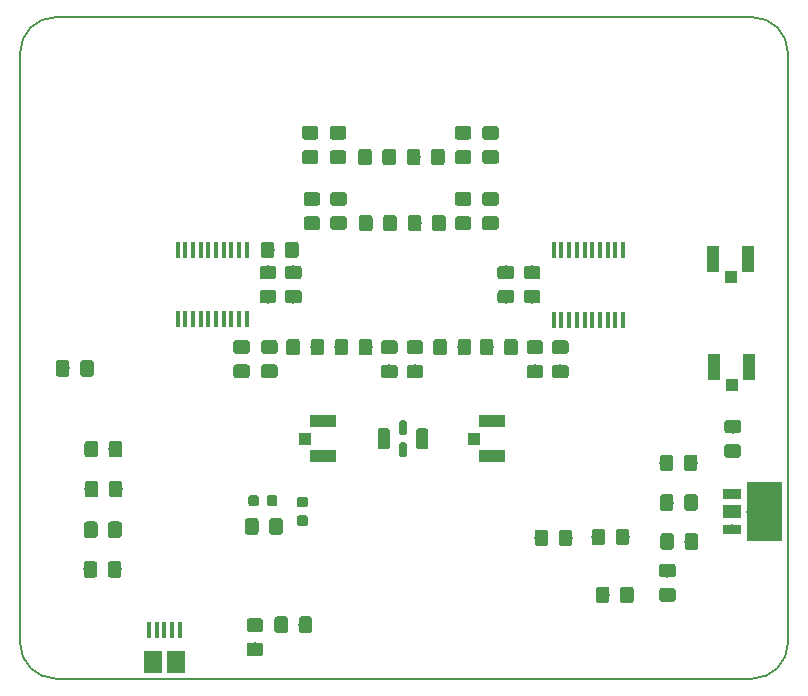
<source format=gtp>
G04 #@! TF.GenerationSoftware,KiCad,Pcbnew,(5.1.4)-1*
G04 #@! TF.CreationDate,2019-11-05T17:53:00+05:30*
G04 #@! TF.ProjectId,RPi Hat RF Transmitter V1,52506920-4861-4742-9052-46205472616e,rev?*
G04 #@! TF.SameCoordinates,Original*
G04 #@! TF.FileFunction,Paste,Top*
G04 #@! TF.FilePolarity,Positive*
%FSLAX46Y46*%
G04 Gerber Fmt 4.6, Leading zero omitted, Abs format (unit mm)*
G04 Created by KiCad (PCBNEW (5.1.4)-1) date 2019-11-05 17:53:00*
%MOMM*%
%LPD*%
G04 APERTURE LIST*
%ADD10C,0.150000*%
%ADD11C,0.100000*%
%ADD12C,0.875000*%
%ADD13C,1.150000*%
%ADD14R,2.200000X1.050000*%
%ADD15R,1.050000X1.000000*%
%ADD16R,0.450000X1.475000*%
%ADD17R,1.050000X2.200000*%
%ADD18R,1.000000X1.050000*%
%ADD19C,0.610000*%
%ADD20C,1.040000*%
%ADD21C,3.000000*%
%ADD22C,1.100000*%
%ADD23C,0.800000*%
%ADD24R,1.500000X1.900000*%
%ADD25R,0.400000X1.350000*%
G04 APERTURE END LIST*
D10*
X78546356Y-63817611D02*
X78546356Y-113817611D01*
X140546356Y-60817611D02*
X81546356Y-60817611D01*
X143546351Y-113822847D02*
X143546356Y-63817611D01*
X81546356Y-116817611D02*
X140546356Y-116817611D01*
X78546356Y-63817611D02*
G75*
G02X81546356Y-60817611I3000000J0D01*
G01*
X140546356Y-60817611D02*
G75*
G02X143546356Y-63817611I0J-3000000D01*
G01*
X81546356Y-116817611D02*
G75*
G02X78546356Y-113817611I0J3000000D01*
G01*
X143546351Y-113822847D02*
G75*
G02X140546356Y-116817611I-2999995J5236D01*
G01*
D11*
G36*
X100127691Y-101286053D02*
G01*
X100148926Y-101289203D01*
X100169750Y-101294419D01*
X100189962Y-101301651D01*
X100209368Y-101310830D01*
X100227781Y-101321866D01*
X100245024Y-101334654D01*
X100260930Y-101349070D01*
X100275346Y-101364976D01*
X100288134Y-101382219D01*
X100299170Y-101400632D01*
X100308349Y-101420038D01*
X100315581Y-101440250D01*
X100320797Y-101461074D01*
X100323947Y-101482309D01*
X100325000Y-101503750D01*
X100325000Y-102016250D01*
X100323947Y-102037691D01*
X100320797Y-102058926D01*
X100315581Y-102079750D01*
X100308349Y-102099962D01*
X100299170Y-102119368D01*
X100288134Y-102137781D01*
X100275346Y-102155024D01*
X100260930Y-102170930D01*
X100245024Y-102185346D01*
X100227781Y-102198134D01*
X100209368Y-102209170D01*
X100189962Y-102218349D01*
X100169750Y-102225581D01*
X100148926Y-102230797D01*
X100127691Y-102233947D01*
X100106250Y-102235000D01*
X99668750Y-102235000D01*
X99647309Y-102233947D01*
X99626074Y-102230797D01*
X99605250Y-102225581D01*
X99585038Y-102218349D01*
X99565632Y-102209170D01*
X99547219Y-102198134D01*
X99529976Y-102185346D01*
X99514070Y-102170930D01*
X99499654Y-102155024D01*
X99486866Y-102137781D01*
X99475830Y-102119368D01*
X99466651Y-102099962D01*
X99459419Y-102079750D01*
X99454203Y-102058926D01*
X99451053Y-102037691D01*
X99450000Y-102016250D01*
X99450000Y-101503750D01*
X99451053Y-101482309D01*
X99454203Y-101461074D01*
X99459419Y-101440250D01*
X99466651Y-101420038D01*
X99475830Y-101400632D01*
X99486866Y-101382219D01*
X99499654Y-101364976D01*
X99514070Y-101349070D01*
X99529976Y-101334654D01*
X99547219Y-101321866D01*
X99565632Y-101310830D01*
X99585038Y-101301651D01*
X99605250Y-101294419D01*
X99626074Y-101289203D01*
X99647309Y-101286053D01*
X99668750Y-101285000D01*
X100106250Y-101285000D01*
X100127691Y-101286053D01*
X100127691Y-101286053D01*
G37*
D12*
X99887500Y-101760000D03*
D11*
G36*
X98552691Y-101286053D02*
G01*
X98573926Y-101289203D01*
X98594750Y-101294419D01*
X98614962Y-101301651D01*
X98634368Y-101310830D01*
X98652781Y-101321866D01*
X98670024Y-101334654D01*
X98685930Y-101349070D01*
X98700346Y-101364976D01*
X98713134Y-101382219D01*
X98724170Y-101400632D01*
X98733349Y-101420038D01*
X98740581Y-101440250D01*
X98745797Y-101461074D01*
X98748947Y-101482309D01*
X98750000Y-101503750D01*
X98750000Y-102016250D01*
X98748947Y-102037691D01*
X98745797Y-102058926D01*
X98740581Y-102079750D01*
X98733349Y-102099962D01*
X98724170Y-102119368D01*
X98713134Y-102137781D01*
X98700346Y-102155024D01*
X98685930Y-102170930D01*
X98670024Y-102185346D01*
X98652781Y-102198134D01*
X98634368Y-102209170D01*
X98614962Y-102218349D01*
X98594750Y-102225581D01*
X98573926Y-102230797D01*
X98552691Y-102233947D01*
X98531250Y-102235000D01*
X98093750Y-102235000D01*
X98072309Y-102233947D01*
X98051074Y-102230797D01*
X98030250Y-102225581D01*
X98010038Y-102218349D01*
X97990632Y-102209170D01*
X97972219Y-102198134D01*
X97954976Y-102185346D01*
X97939070Y-102170930D01*
X97924654Y-102155024D01*
X97911866Y-102137781D01*
X97900830Y-102119368D01*
X97891651Y-102099962D01*
X97884419Y-102079750D01*
X97879203Y-102058926D01*
X97876053Y-102037691D01*
X97875000Y-102016250D01*
X97875000Y-101503750D01*
X97876053Y-101482309D01*
X97879203Y-101461074D01*
X97884419Y-101440250D01*
X97891651Y-101420038D01*
X97900830Y-101400632D01*
X97911866Y-101382219D01*
X97924654Y-101364976D01*
X97939070Y-101349070D01*
X97954976Y-101334654D01*
X97972219Y-101321866D01*
X97990632Y-101310830D01*
X98010038Y-101301651D01*
X98030250Y-101294419D01*
X98051074Y-101289203D01*
X98072309Y-101286053D01*
X98093750Y-101285000D01*
X98531250Y-101285000D01*
X98552691Y-101286053D01*
X98552691Y-101286053D01*
G37*
D12*
X98312500Y-101760000D03*
D11*
G36*
X102717691Y-103011053D02*
G01*
X102738926Y-103014203D01*
X102759750Y-103019419D01*
X102779962Y-103026651D01*
X102799368Y-103035830D01*
X102817781Y-103046866D01*
X102835024Y-103059654D01*
X102850930Y-103074070D01*
X102865346Y-103089976D01*
X102878134Y-103107219D01*
X102889170Y-103125632D01*
X102898349Y-103145038D01*
X102905581Y-103165250D01*
X102910797Y-103186074D01*
X102913947Y-103207309D01*
X102915000Y-103228750D01*
X102915000Y-103666250D01*
X102913947Y-103687691D01*
X102910797Y-103708926D01*
X102905581Y-103729750D01*
X102898349Y-103749962D01*
X102889170Y-103769368D01*
X102878134Y-103787781D01*
X102865346Y-103805024D01*
X102850930Y-103820930D01*
X102835024Y-103835346D01*
X102817781Y-103848134D01*
X102799368Y-103859170D01*
X102779962Y-103868349D01*
X102759750Y-103875581D01*
X102738926Y-103880797D01*
X102717691Y-103883947D01*
X102696250Y-103885000D01*
X102183750Y-103885000D01*
X102162309Y-103883947D01*
X102141074Y-103880797D01*
X102120250Y-103875581D01*
X102100038Y-103868349D01*
X102080632Y-103859170D01*
X102062219Y-103848134D01*
X102044976Y-103835346D01*
X102029070Y-103820930D01*
X102014654Y-103805024D01*
X102001866Y-103787781D01*
X101990830Y-103769368D01*
X101981651Y-103749962D01*
X101974419Y-103729750D01*
X101969203Y-103708926D01*
X101966053Y-103687691D01*
X101965000Y-103666250D01*
X101965000Y-103228750D01*
X101966053Y-103207309D01*
X101969203Y-103186074D01*
X101974419Y-103165250D01*
X101981651Y-103145038D01*
X101990830Y-103125632D01*
X102001866Y-103107219D01*
X102014654Y-103089976D01*
X102029070Y-103074070D01*
X102044976Y-103059654D01*
X102062219Y-103046866D01*
X102080632Y-103035830D01*
X102100038Y-103026651D01*
X102120250Y-103019419D01*
X102141074Y-103014203D01*
X102162309Y-103011053D01*
X102183750Y-103010000D01*
X102696250Y-103010000D01*
X102717691Y-103011053D01*
X102717691Y-103011053D01*
G37*
D12*
X102440000Y-103447500D03*
D11*
G36*
X102717691Y-101436053D02*
G01*
X102738926Y-101439203D01*
X102759750Y-101444419D01*
X102779962Y-101451651D01*
X102799368Y-101460830D01*
X102817781Y-101471866D01*
X102835024Y-101484654D01*
X102850930Y-101499070D01*
X102865346Y-101514976D01*
X102878134Y-101532219D01*
X102889170Y-101550632D01*
X102898349Y-101570038D01*
X102905581Y-101590250D01*
X102910797Y-101611074D01*
X102913947Y-101632309D01*
X102915000Y-101653750D01*
X102915000Y-102091250D01*
X102913947Y-102112691D01*
X102910797Y-102133926D01*
X102905581Y-102154750D01*
X102898349Y-102174962D01*
X102889170Y-102194368D01*
X102878134Y-102212781D01*
X102865346Y-102230024D01*
X102850930Y-102245930D01*
X102835024Y-102260346D01*
X102817781Y-102273134D01*
X102799368Y-102284170D01*
X102779962Y-102293349D01*
X102759750Y-102300581D01*
X102738926Y-102305797D01*
X102717691Y-102308947D01*
X102696250Y-102310000D01*
X102183750Y-102310000D01*
X102162309Y-102308947D01*
X102141074Y-102305797D01*
X102120250Y-102300581D01*
X102100038Y-102293349D01*
X102080632Y-102284170D01*
X102062219Y-102273134D01*
X102044976Y-102260346D01*
X102029070Y-102245930D01*
X102014654Y-102230024D01*
X102001866Y-102212781D01*
X101990830Y-102194368D01*
X101981651Y-102174962D01*
X101974419Y-102154750D01*
X101969203Y-102133926D01*
X101966053Y-102112691D01*
X101965000Y-102091250D01*
X101965000Y-101653750D01*
X101966053Y-101632309D01*
X101969203Y-101611074D01*
X101974419Y-101590250D01*
X101981651Y-101570038D01*
X101990830Y-101550632D01*
X102001866Y-101532219D01*
X102014654Y-101514976D01*
X102029070Y-101499070D01*
X102044976Y-101484654D01*
X102062219Y-101471866D01*
X102080632Y-101460830D01*
X102100038Y-101451651D01*
X102120250Y-101444419D01*
X102141074Y-101439203D01*
X102162309Y-101436053D01*
X102183750Y-101435000D01*
X102696250Y-101435000D01*
X102717691Y-101436053D01*
X102717691Y-101436053D01*
G37*
D12*
X102440000Y-101872500D03*
D11*
G36*
X103574505Y-70036204D02*
G01*
X103598773Y-70039804D01*
X103622572Y-70045765D01*
X103645671Y-70054030D01*
X103667850Y-70064520D01*
X103688893Y-70077132D01*
X103708599Y-70091747D01*
X103726777Y-70108223D01*
X103743253Y-70126401D01*
X103757868Y-70146107D01*
X103770480Y-70167150D01*
X103780970Y-70189329D01*
X103789235Y-70212428D01*
X103795196Y-70236227D01*
X103798796Y-70260495D01*
X103800000Y-70284999D01*
X103800000Y-70935001D01*
X103798796Y-70959505D01*
X103795196Y-70983773D01*
X103789235Y-71007572D01*
X103780970Y-71030671D01*
X103770480Y-71052850D01*
X103757868Y-71073893D01*
X103743253Y-71093599D01*
X103726777Y-71111777D01*
X103708599Y-71128253D01*
X103688893Y-71142868D01*
X103667850Y-71155480D01*
X103645671Y-71165970D01*
X103622572Y-71174235D01*
X103598773Y-71180196D01*
X103574505Y-71183796D01*
X103550001Y-71185000D01*
X102649999Y-71185000D01*
X102625495Y-71183796D01*
X102601227Y-71180196D01*
X102577428Y-71174235D01*
X102554329Y-71165970D01*
X102532150Y-71155480D01*
X102511107Y-71142868D01*
X102491401Y-71128253D01*
X102473223Y-71111777D01*
X102456747Y-71093599D01*
X102442132Y-71073893D01*
X102429520Y-71052850D01*
X102419030Y-71030671D01*
X102410765Y-71007572D01*
X102404804Y-70983773D01*
X102401204Y-70959505D01*
X102400000Y-70935001D01*
X102400000Y-70284999D01*
X102401204Y-70260495D01*
X102404804Y-70236227D01*
X102410765Y-70212428D01*
X102419030Y-70189329D01*
X102429520Y-70167150D01*
X102442132Y-70146107D01*
X102456747Y-70126401D01*
X102473223Y-70108223D01*
X102491401Y-70091747D01*
X102511107Y-70077132D01*
X102532150Y-70064520D01*
X102554329Y-70054030D01*
X102577428Y-70045765D01*
X102601227Y-70039804D01*
X102625495Y-70036204D01*
X102649999Y-70035000D01*
X103550001Y-70035000D01*
X103574505Y-70036204D01*
X103574505Y-70036204D01*
G37*
D13*
X103100000Y-70610000D03*
D11*
G36*
X103574505Y-72086204D02*
G01*
X103598773Y-72089804D01*
X103622572Y-72095765D01*
X103645671Y-72104030D01*
X103667850Y-72114520D01*
X103688893Y-72127132D01*
X103708599Y-72141747D01*
X103726777Y-72158223D01*
X103743253Y-72176401D01*
X103757868Y-72196107D01*
X103770480Y-72217150D01*
X103780970Y-72239329D01*
X103789235Y-72262428D01*
X103795196Y-72286227D01*
X103798796Y-72310495D01*
X103800000Y-72334999D01*
X103800000Y-72985001D01*
X103798796Y-73009505D01*
X103795196Y-73033773D01*
X103789235Y-73057572D01*
X103780970Y-73080671D01*
X103770480Y-73102850D01*
X103757868Y-73123893D01*
X103743253Y-73143599D01*
X103726777Y-73161777D01*
X103708599Y-73178253D01*
X103688893Y-73192868D01*
X103667850Y-73205480D01*
X103645671Y-73215970D01*
X103622572Y-73224235D01*
X103598773Y-73230196D01*
X103574505Y-73233796D01*
X103550001Y-73235000D01*
X102649999Y-73235000D01*
X102625495Y-73233796D01*
X102601227Y-73230196D01*
X102577428Y-73224235D01*
X102554329Y-73215970D01*
X102532150Y-73205480D01*
X102511107Y-73192868D01*
X102491401Y-73178253D01*
X102473223Y-73161777D01*
X102456747Y-73143599D01*
X102442132Y-73123893D01*
X102429520Y-73102850D01*
X102419030Y-73080671D01*
X102410765Y-73057572D01*
X102404804Y-73033773D01*
X102401204Y-73009505D01*
X102400000Y-72985001D01*
X102400000Y-72334999D01*
X102401204Y-72310495D01*
X102404804Y-72286227D01*
X102410765Y-72262428D01*
X102419030Y-72239329D01*
X102429520Y-72217150D01*
X102442132Y-72196107D01*
X102456747Y-72176401D01*
X102473223Y-72158223D01*
X102491401Y-72141747D01*
X102511107Y-72127132D01*
X102532150Y-72114520D01*
X102554329Y-72104030D01*
X102577428Y-72095765D01*
X102601227Y-72089804D01*
X102625495Y-72086204D01*
X102649999Y-72085000D01*
X103550001Y-72085000D01*
X103574505Y-72086204D01*
X103574505Y-72086204D01*
G37*
D13*
X103100000Y-72660000D03*
D14*
X118490000Y-95045000D03*
X118490000Y-97995000D03*
D15*
X116965000Y-96520000D03*
D16*
X123730000Y-86420000D03*
X124380000Y-86420000D03*
X125030000Y-86420000D03*
X125680000Y-86420000D03*
X126330000Y-86420000D03*
X126980000Y-86420000D03*
X127630000Y-86420000D03*
X128280000Y-86420000D03*
X128930000Y-86420000D03*
X129580000Y-86420000D03*
X129580000Y-80544000D03*
X128930000Y-80544000D03*
X128280000Y-80544000D03*
X127630000Y-80544000D03*
X126980000Y-80544000D03*
X126330000Y-80544000D03*
X125680000Y-80544000D03*
X125030000Y-80544000D03*
X124380000Y-80544000D03*
X123730000Y-80544000D03*
X97725000Y-80502000D03*
X97075000Y-80502000D03*
X96425000Y-80502000D03*
X95775000Y-80502000D03*
X95125000Y-80502000D03*
X94475000Y-80502000D03*
X93825000Y-80502000D03*
X93175000Y-80502000D03*
X92525000Y-80502000D03*
X91875000Y-80502000D03*
X91875000Y-86378000D03*
X92525000Y-86378000D03*
X93175000Y-86378000D03*
X93825000Y-86378000D03*
X94475000Y-86378000D03*
X95125000Y-86378000D03*
X95775000Y-86378000D03*
X96425000Y-86378000D03*
X97075000Y-86378000D03*
X97725000Y-86378000D03*
D17*
X137245000Y-81320000D03*
X140195000Y-81320000D03*
D18*
X138720000Y-82845000D03*
D17*
X137325000Y-90480000D03*
X140275000Y-90480000D03*
D18*
X138800000Y-92005000D03*
D14*
X104160000Y-95045000D03*
X104160000Y-97995000D03*
D15*
X102635000Y-96520000D03*
D11*
G36*
X99844505Y-79821204D02*
G01*
X99868773Y-79824804D01*
X99892572Y-79830765D01*
X99915671Y-79839030D01*
X99937850Y-79849520D01*
X99958893Y-79862132D01*
X99978599Y-79876747D01*
X99996777Y-79893223D01*
X100013253Y-79911401D01*
X100027868Y-79931107D01*
X100040480Y-79952150D01*
X100050970Y-79974329D01*
X100059235Y-79997428D01*
X100065196Y-80021227D01*
X100068796Y-80045495D01*
X100070000Y-80069999D01*
X100070000Y-80970001D01*
X100068796Y-80994505D01*
X100065196Y-81018773D01*
X100059235Y-81042572D01*
X100050970Y-81065671D01*
X100040480Y-81087850D01*
X100027868Y-81108893D01*
X100013253Y-81128599D01*
X99996777Y-81146777D01*
X99978599Y-81163253D01*
X99958893Y-81177868D01*
X99937850Y-81190480D01*
X99915671Y-81200970D01*
X99892572Y-81209235D01*
X99868773Y-81215196D01*
X99844505Y-81218796D01*
X99820001Y-81220000D01*
X99169999Y-81220000D01*
X99145495Y-81218796D01*
X99121227Y-81215196D01*
X99097428Y-81209235D01*
X99074329Y-81200970D01*
X99052150Y-81190480D01*
X99031107Y-81177868D01*
X99011401Y-81163253D01*
X98993223Y-81146777D01*
X98976747Y-81128599D01*
X98962132Y-81108893D01*
X98949520Y-81087850D01*
X98939030Y-81065671D01*
X98930765Y-81042572D01*
X98924804Y-81018773D01*
X98921204Y-80994505D01*
X98920000Y-80970001D01*
X98920000Y-80069999D01*
X98921204Y-80045495D01*
X98924804Y-80021227D01*
X98930765Y-79997428D01*
X98939030Y-79974329D01*
X98949520Y-79952150D01*
X98962132Y-79931107D01*
X98976747Y-79911401D01*
X98993223Y-79893223D01*
X99011401Y-79876747D01*
X99031107Y-79862132D01*
X99052150Y-79849520D01*
X99074329Y-79839030D01*
X99097428Y-79830765D01*
X99121227Y-79824804D01*
X99145495Y-79821204D01*
X99169999Y-79820000D01*
X99820001Y-79820000D01*
X99844505Y-79821204D01*
X99844505Y-79821204D01*
G37*
D13*
X99495000Y-80520000D03*
D11*
G36*
X101894505Y-79821204D02*
G01*
X101918773Y-79824804D01*
X101942572Y-79830765D01*
X101965671Y-79839030D01*
X101987850Y-79849520D01*
X102008893Y-79862132D01*
X102028599Y-79876747D01*
X102046777Y-79893223D01*
X102063253Y-79911401D01*
X102077868Y-79931107D01*
X102090480Y-79952150D01*
X102100970Y-79974329D01*
X102109235Y-79997428D01*
X102115196Y-80021227D01*
X102118796Y-80045495D01*
X102120000Y-80069999D01*
X102120000Y-80970001D01*
X102118796Y-80994505D01*
X102115196Y-81018773D01*
X102109235Y-81042572D01*
X102100970Y-81065671D01*
X102090480Y-81087850D01*
X102077868Y-81108893D01*
X102063253Y-81128599D01*
X102046777Y-81146777D01*
X102028599Y-81163253D01*
X102008893Y-81177868D01*
X101987850Y-81190480D01*
X101965671Y-81200970D01*
X101942572Y-81209235D01*
X101918773Y-81215196D01*
X101894505Y-81218796D01*
X101870001Y-81220000D01*
X101219999Y-81220000D01*
X101195495Y-81218796D01*
X101171227Y-81215196D01*
X101147428Y-81209235D01*
X101124329Y-81200970D01*
X101102150Y-81190480D01*
X101081107Y-81177868D01*
X101061401Y-81163253D01*
X101043223Y-81146777D01*
X101026747Y-81128599D01*
X101012132Y-81108893D01*
X100999520Y-81087850D01*
X100989030Y-81065671D01*
X100980765Y-81042572D01*
X100974804Y-81018773D01*
X100971204Y-80994505D01*
X100970000Y-80970001D01*
X100970000Y-80069999D01*
X100971204Y-80045495D01*
X100974804Y-80021227D01*
X100980765Y-79997428D01*
X100989030Y-79974329D01*
X100999520Y-79952150D01*
X101012132Y-79931107D01*
X101026747Y-79911401D01*
X101043223Y-79893223D01*
X101061401Y-79876747D01*
X101081107Y-79862132D01*
X101102150Y-79849520D01*
X101124329Y-79839030D01*
X101147428Y-79830765D01*
X101171227Y-79824804D01*
X101195495Y-79821204D01*
X101219999Y-79820000D01*
X101870001Y-79820000D01*
X101894505Y-79821204D01*
X101894505Y-79821204D01*
G37*
D13*
X101545000Y-80520000D03*
D11*
G36*
X111127448Y-94970734D02*
G01*
X111142251Y-94972930D01*
X111156768Y-94976567D01*
X111170859Y-94981608D01*
X111184388Y-94988007D01*
X111197224Y-94995701D01*
X111209245Y-95004616D01*
X111220334Y-95014666D01*
X111230384Y-95025755D01*
X111239299Y-95037776D01*
X111246993Y-95050612D01*
X111253392Y-95064141D01*
X111258433Y-95078232D01*
X111262070Y-95092749D01*
X111264266Y-95107552D01*
X111265000Y-95122500D01*
X111265000Y-96062500D01*
X111264266Y-96077448D01*
X111262070Y-96092251D01*
X111258433Y-96106768D01*
X111253392Y-96120859D01*
X111246993Y-96134388D01*
X111239299Y-96147224D01*
X111230384Y-96159245D01*
X111220334Y-96170334D01*
X111209245Y-96180384D01*
X111197224Y-96189299D01*
X111184388Y-96196993D01*
X111170859Y-96203392D01*
X111156768Y-96208433D01*
X111142251Y-96212070D01*
X111127448Y-96214266D01*
X111112500Y-96215000D01*
X110807500Y-96215000D01*
X110792552Y-96214266D01*
X110777749Y-96212070D01*
X110763232Y-96208433D01*
X110749141Y-96203392D01*
X110735612Y-96196993D01*
X110722776Y-96189299D01*
X110710755Y-96180384D01*
X110699666Y-96170334D01*
X110689616Y-96159245D01*
X110680701Y-96147224D01*
X110673007Y-96134388D01*
X110666608Y-96120859D01*
X110661567Y-96106768D01*
X110657930Y-96092251D01*
X110655734Y-96077448D01*
X110655000Y-96062500D01*
X110655000Y-95122500D01*
X110655734Y-95107552D01*
X110657930Y-95092749D01*
X110661567Y-95078232D01*
X110666608Y-95064141D01*
X110673007Y-95050612D01*
X110680701Y-95037776D01*
X110689616Y-95025755D01*
X110699666Y-95014666D01*
X110710755Y-95004616D01*
X110722776Y-94995701D01*
X110735612Y-94988007D01*
X110749141Y-94981608D01*
X110763232Y-94976567D01*
X110777749Y-94972930D01*
X110792552Y-94970734D01*
X110807500Y-94970000D01*
X111112500Y-94970000D01*
X111127448Y-94970734D01*
X111127448Y-94970734D01*
G37*
D19*
X110960000Y-95592500D03*
D11*
G36*
X111127448Y-96825734D02*
G01*
X111142251Y-96827930D01*
X111156768Y-96831567D01*
X111170859Y-96836608D01*
X111184388Y-96843007D01*
X111197224Y-96850701D01*
X111209245Y-96859616D01*
X111220334Y-96869666D01*
X111230384Y-96880755D01*
X111239299Y-96892776D01*
X111246993Y-96905612D01*
X111253392Y-96919141D01*
X111258433Y-96933232D01*
X111262070Y-96947749D01*
X111264266Y-96962552D01*
X111265000Y-96977500D01*
X111265000Y-97917500D01*
X111264266Y-97932448D01*
X111262070Y-97947251D01*
X111258433Y-97961768D01*
X111253392Y-97975859D01*
X111246993Y-97989388D01*
X111239299Y-98002224D01*
X111230384Y-98014245D01*
X111220334Y-98025334D01*
X111209245Y-98035384D01*
X111197224Y-98044299D01*
X111184388Y-98051993D01*
X111170859Y-98058392D01*
X111156768Y-98063433D01*
X111142251Y-98067070D01*
X111127448Y-98069266D01*
X111112500Y-98070000D01*
X110807500Y-98070000D01*
X110792552Y-98069266D01*
X110777749Y-98067070D01*
X110763232Y-98063433D01*
X110749141Y-98058392D01*
X110735612Y-98051993D01*
X110722776Y-98044299D01*
X110710755Y-98035384D01*
X110699666Y-98025334D01*
X110689616Y-98014245D01*
X110680701Y-98002224D01*
X110673007Y-97989388D01*
X110666608Y-97975859D01*
X110661567Y-97961768D01*
X110657930Y-97947251D01*
X110655734Y-97932448D01*
X110655000Y-97917500D01*
X110655000Y-96977500D01*
X110655734Y-96962552D01*
X110657930Y-96947749D01*
X110661567Y-96933232D01*
X110666608Y-96919141D01*
X110673007Y-96905612D01*
X110680701Y-96892776D01*
X110689616Y-96880755D01*
X110699666Y-96869666D01*
X110710755Y-96859616D01*
X110722776Y-96850701D01*
X110735612Y-96843007D01*
X110749141Y-96836608D01*
X110763232Y-96831567D01*
X110777749Y-96827930D01*
X110792552Y-96825734D01*
X110807500Y-96825000D01*
X111112500Y-96825000D01*
X111127448Y-96825734D01*
X111127448Y-96825734D01*
G37*
D19*
X110960000Y-97447500D03*
D11*
G36*
X112879865Y-95621202D02*
G01*
X112904095Y-95624796D01*
X112927855Y-95630748D01*
X112950918Y-95639000D01*
X112973061Y-95649472D01*
X112994070Y-95662065D01*
X113013745Y-95676657D01*
X113031894Y-95693106D01*
X113048343Y-95711255D01*
X113062935Y-95730930D01*
X113075528Y-95751939D01*
X113086000Y-95774082D01*
X113094252Y-95797145D01*
X113100204Y-95820905D01*
X113103798Y-95845135D01*
X113105000Y-95869600D01*
X113105000Y-97170400D01*
X113103798Y-97194865D01*
X113100204Y-97219095D01*
X113094252Y-97242855D01*
X113086000Y-97265918D01*
X113075528Y-97288061D01*
X113062935Y-97309070D01*
X113048343Y-97328745D01*
X113031894Y-97346894D01*
X113013745Y-97363343D01*
X112994070Y-97377935D01*
X112973061Y-97390528D01*
X112950918Y-97401000D01*
X112927855Y-97409252D01*
X112904095Y-97415204D01*
X112879865Y-97418798D01*
X112855400Y-97420000D01*
X112314600Y-97420000D01*
X112290135Y-97418798D01*
X112265905Y-97415204D01*
X112242145Y-97409252D01*
X112219082Y-97401000D01*
X112196939Y-97390528D01*
X112175930Y-97377935D01*
X112156255Y-97363343D01*
X112138106Y-97346894D01*
X112121657Y-97328745D01*
X112107065Y-97309070D01*
X112094472Y-97288061D01*
X112084000Y-97265918D01*
X112075748Y-97242855D01*
X112069796Y-97219095D01*
X112066202Y-97194865D01*
X112065000Y-97170400D01*
X112065000Y-95869600D01*
X112066202Y-95845135D01*
X112069796Y-95820905D01*
X112075748Y-95797145D01*
X112084000Y-95774082D01*
X112094472Y-95751939D01*
X112107065Y-95730930D01*
X112121657Y-95711255D01*
X112138106Y-95693106D01*
X112156255Y-95676657D01*
X112175930Y-95662065D01*
X112196939Y-95649472D01*
X112219082Y-95639000D01*
X112242145Y-95630748D01*
X112265905Y-95624796D01*
X112290135Y-95621202D01*
X112314600Y-95620000D01*
X112855400Y-95620000D01*
X112879865Y-95621202D01*
X112879865Y-95621202D01*
G37*
D20*
X112585000Y-96520000D03*
D11*
G36*
X109629865Y-95621202D02*
G01*
X109654095Y-95624796D01*
X109677855Y-95630748D01*
X109700918Y-95639000D01*
X109723061Y-95649472D01*
X109744070Y-95662065D01*
X109763745Y-95676657D01*
X109781894Y-95693106D01*
X109798343Y-95711255D01*
X109812935Y-95730930D01*
X109825528Y-95751939D01*
X109836000Y-95774082D01*
X109844252Y-95797145D01*
X109850204Y-95820905D01*
X109853798Y-95845135D01*
X109855000Y-95869600D01*
X109855000Y-97170400D01*
X109853798Y-97194865D01*
X109850204Y-97219095D01*
X109844252Y-97242855D01*
X109836000Y-97265918D01*
X109825528Y-97288061D01*
X109812935Y-97309070D01*
X109798343Y-97328745D01*
X109781894Y-97346894D01*
X109763745Y-97363343D01*
X109744070Y-97377935D01*
X109723061Y-97390528D01*
X109700918Y-97401000D01*
X109677855Y-97409252D01*
X109654095Y-97415204D01*
X109629865Y-97418798D01*
X109605400Y-97420000D01*
X109064600Y-97420000D01*
X109040135Y-97418798D01*
X109015905Y-97415204D01*
X108992145Y-97409252D01*
X108969082Y-97401000D01*
X108946939Y-97390528D01*
X108925930Y-97377935D01*
X108906255Y-97363343D01*
X108888106Y-97346894D01*
X108871657Y-97328745D01*
X108857065Y-97309070D01*
X108844472Y-97288061D01*
X108834000Y-97265918D01*
X108825748Y-97242855D01*
X108819796Y-97219095D01*
X108816202Y-97194865D01*
X108815000Y-97170400D01*
X108815000Y-95869600D01*
X108816202Y-95845135D01*
X108819796Y-95820905D01*
X108825748Y-95797145D01*
X108834000Y-95774082D01*
X108844472Y-95751939D01*
X108857065Y-95730930D01*
X108871657Y-95711255D01*
X108888106Y-95693106D01*
X108906255Y-95676657D01*
X108925930Y-95662065D01*
X108946939Y-95649472D01*
X108969082Y-95639000D01*
X108992145Y-95630748D01*
X109015905Y-95624796D01*
X109040135Y-95621202D01*
X109064600Y-95620000D01*
X109605400Y-95620000D01*
X109629865Y-95621202D01*
X109629865Y-95621202D01*
G37*
D20*
X109335000Y-96520000D03*
D11*
G36*
X122374505Y-81861204D02*
G01*
X122398773Y-81864804D01*
X122422572Y-81870765D01*
X122445671Y-81879030D01*
X122467850Y-81889520D01*
X122488893Y-81902132D01*
X122508599Y-81916747D01*
X122526777Y-81933223D01*
X122543253Y-81951401D01*
X122557868Y-81971107D01*
X122570480Y-81992150D01*
X122580970Y-82014329D01*
X122589235Y-82037428D01*
X122595196Y-82061227D01*
X122598796Y-82085495D01*
X122600000Y-82109999D01*
X122600000Y-82760001D01*
X122598796Y-82784505D01*
X122595196Y-82808773D01*
X122589235Y-82832572D01*
X122580970Y-82855671D01*
X122570480Y-82877850D01*
X122557868Y-82898893D01*
X122543253Y-82918599D01*
X122526777Y-82936777D01*
X122508599Y-82953253D01*
X122488893Y-82967868D01*
X122467850Y-82980480D01*
X122445671Y-82990970D01*
X122422572Y-82999235D01*
X122398773Y-83005196D01*
X122374505Y-83008796D01*
X122350001Y-83010000D01*
X121449999Y-83010000D01*
X121425495Y-83008796D01*
X121401227Y-83005196D01*
X121377428Y-82999235D01*
X121354329Y-82990970D01*
X121332150Y-82980480D01*
X121311107Y-82967868D01*
X121291401Y-82953253D01*
X121273223Y-82936777D01*
X121256747Y-82918599D01*
X121242132Y-82898893D01*
X121229520Y-82877850D01*
X121219030Y-82855671D01*
X121210765Y-82832572D01*
X121204804Y-82808773D01*
X121201204Y-82784505D01*
X121200000Y-82760001D01*
X121200000Y-82109999D01*
X121201204Y-82085495D01*
X121204804Y-82061227D01*
X121210765Y-82037428D01*
X121219030Y-82014329D01*
X121229520Y-81992150D01*
X121242132Y-81971107D01*
X121256747Y-81951401D01*
X121273223Y-81933223D01*
X121291401Y-81916747D01*
X121311107Y-81902132D01*
X121332150Y-81889520D01*
X121354329Y-81879030D01*
X121377428Y-81870765D01*
X121401227Y-81864804D01*
X121425495Y-81861204D01*
X121449999Y-81860000D01*
X122350001Y-81860000D01*
X122374505Y-81861204D01*
X122374505Y-81861204D01*
G37*
D13*
X121900000Y-82435000D03*
D11*
G36*
X122374505Y-83911204D02*
G01*
X122398773Y-83914804D01*
X122422572Y-83920765D01*
X122445671Y-83929030D01*
X122467850Y-83939520D01*
X122488893Y-83952132D01*
X122508599Y-83966747D01*
X122526777Y-83983223D01*
X122543253Y-84001401D01*
X122557868Y-84021107D01*
X122570480Y-84042150D01*
X122580970Y-84064329D01*
X122589235Y-84087428D01*
X122595196Y-84111227D01*
X122598796Y-84135495D01*
X122600000Y-84159999D01*
X122600000Y-84810001D01*
X122598796Y-84834505D01*
X122595196Y-84858773D01*
X122589235Y-84882572D01*
X122580970Y-84905671D01*
X122570480Y-84927850D01*
X122557868Y-84948893D01*
X122543253Y-84968599D01*
X122526777Y-84986777D01*
X122508599Y-85003253D01*
X122488893Y-85017868D01*
X122467850Y-85030480D01*
X122445671Y-85040970D01*
X122422572Y-85049235D01*
X122398773Y-85055196D01*
X122374505Y-85058796D01*
X122350001Y-85060000D01*
X121449999Y-85060000D01*
X121425495Y-85058796D01*
X121401227Y-85055196D01*
X121377428Y-85049235D01*
X121354329Y-85040970D01*
X121332150Y-85030480D01*
X121311107Y-85017868D01*
X121291401Y-85003253D01*
X121273223Y-84986777D01*
X121256747Y-84968599D01*
X121242132Y-84948893D01*
X121229520Y-84927850D01*
X121219030Y-84905671D01*
X121210765Y-84882572D01*
X121204804Y-84858773D01*
X121201204Y-84834505D01*
X121200000Y-84810001D01*
X121200000Y-84159999D01*
X121201204Y-84135495D01*
X121204804Y-84111227D01*
X121210765Y-84087428D01*
X121219030Y-84064329D01*
X121229520Y-84042150D01*
X121242132Y-84021107D01*
X121256747Y-84001401D01*
X121273223Y-83983223D01*
X121291401Y-83966747D01*
X121311107Y-83952132D01*
X121332150Y-83939520D01*
X121354329Y-83929030D01*
X121377428Y-83920765D01*
X121401227Y-83914804D01*
X121425495Y-83911204D01*
X121449999Y-83910000D01*
X122350001Y-83910000D01*
X122374505Y-83911204D01*
X122374505Y-83911204D01*
G37*
D13*
X121900000Y-84485000D03*
D11*
G36*
X120134505Y-81861204D02*
G01*
X120158773Y-81864804D01*
X120182572Y-81870765D01*
X120205671Y-81879030D01*
X120227850Y-81889520D01*
X120248893Y-81902132D01*
X120268599Y-81916747D01*
X120286777Y-81933223D01*
X120303253Y-81951401D01*
X120317868Y-81971107D01*
X120330480Y-81992150D01*
X120340970Y-82014329D01*
X120349235Y-82037428D01*
X120355196Y-82061227D01*
X120358796Y-82085495D01*
X120360000Y-82109999D01*
X120360000Y-82760001D01*
X120358796Y-82784505D01*
X120355196Y-82808773D01*
X120349235Y-82832572D01*
X120340970Y-82855671D01*
X120330480Y-82877850D01*
X120317868Y-82898893D01*
X120303253Y-82918599D01*
X120286777Y-82936777D01*
X120268599Y-82953253D01*
X120248893Y-82967868D01*
X120227850Y-82980480D01*
X120205671Y-82990970D01*
X120182572Y-82999235D01*
X120158773Y-83005196D01*
X120134505Y-83008796D01*
X120110001Y-83010000D01*
X119209999Y-83010000D01*
X119185495Y-83008796D01*
X119161227Y-83005196D01*
X119137428Y-82999235D01*
X119114329Y-82990970D01*
X119092150Y-82980480D01*
X119071107Y-82967868D01*
X119051401Y-82953253D01*
X119033223Y-82936777D01*
X119016747Y-82918599D01*
X119002132Y-82898893D01*
X118989520Y-82877850D01*
X118979030Y-82855671D01*
X118970765Y-82832572D01*
X118964804Y-82808773D01*
X118961204Y-82784505D01*
X118960000Y-82760001D01*
X118960000Y-82109999D01*
X118961204Y-82085495D01*
X118964804Y-82061227D01*
X118970765Y-82037428D01*
X118979030Y-82014329D01*
X118989520Y-81992150D01*
X119002132Y-81971107D01*
X119016747Y-81951401D01*
X119033223Y-81933223D01*
X119051401Y-81916747D01*
X119071107Y-81902132D01*
X119092150Y-81889520D01*
X119114329Y-81879030D01*
X119137428Y-81870765D01*
X119161227Y-81864804D01*
X119185495Y-81861204D01*
X119209999Y-81860000D01*
X120110001Y-81860000D01*
X120134505Y-81861204D01*
X120134505Y-81861204D01*
G37*
D13*
X119660000Y-82435000D03*
D11*
G36*
X120134505Y-83911204D02*
G01*
X120158773Y-83914804D01*
X120182572Y-83920765D01*
X120205671Y-83929030D01*
X120227850Y-83939520D01*
X120248893Y-83952132D01*
X120268599Y-83966747D01*
X120286777Y-83983223D01*
X120303253Y-84001401D01*
X120317868Y-84021107D01*
X120330480Y-84042150D01*
X120340970Y-84064329D01*
X120349235Y-84087428D01*
X120355196Y-84111227D01*
X120358796Y-84135495D01*
X120360000Y-84159999D01*
X120360000Y-84810001D01*
X120358796Y-84834505D01*
X120355196Y-84858773D01*
X120349235Y-84882572D01*
X120340970Y-84905671D01*
X120330480Y-84927850D01*
X120317868Y-84948893D01*
X120303253Y-84968599D01*
X120286777Y-84986777D01*
X120268599Y-85003253D01*
X120248893Y-85017868D01*
X120227850Y-85030480D01*
X120205671Y-85040970D01*
X120182572Y-85049235D01*
X120158773Y-85055196D01*
X120134505Y-85058796D01*
X120110001Y-85060000D01*
X119209999Y-85060000D01*
X119185495Y-85058796D01*
X119161227Y-85055196D01*
X119137428Y-85049235D01*
X119114329Y-85040970D01*
X119092150Y-85030480D01*
X119071107Y-85017868D01*
X119051401Y-85003253D01*
X119033223Y-84986777D01*
X119016747Y-84968599D01*
X119002132Y-84948893D01*
X118989520Y-84927850D01*
X118979030Y-84905671D01*
X118970765Y-84882572D01*
X118964804Y-84858773D01*
X118961204Y-84834505D01*
X118960000Y-84810001D01*
X118960000Y-84159999D01*
X118961204Y-84135495D01*
X118964804Y-84111227D01*
X118970765Y-84087428D01*
X118979030Y-84064329D01*
X118989520Y-84042150D01*
X119002132Y-84021107D01*
X119016747Y-84001401D01*
X119033223Y-83983223D01*
X119051401Y-83966747D01*
X119071107Y-83952132D01*
X119092150Y-83939520D01*
X119114329Y-83929030D01*
X119137428Y-83920765D01*
X119161227Y-83914804D01*
X119185495Y-83911204D01*
X119209999Y-83910000D01*
X120110001Y-83910000D01*
X120134505Y-83911204D01*
X120134505Y-83911204D01*
G37*
D13*
X119660000Y-84485000D03*
D11*
G36*
X99994505Y-83911204D02*
G01*
X100018773Y-83914804D01*
X100042572Y-83920765D01*
X100065671Y-83929030D01*
X100087850Y-83939520D01*
X100108893Y-83952132D01*
X100128599Y-83966747D01*
X100146777Y-83983223D01*
X100163253Y-84001401D01*
X100177868Y-84021107D01*
X100190480Y-84042150D01*
X100200970Y-84064329D01*
X100209235Y-84087428D01*
X100215196Y-84111227D01*
X100218796Y-84135495D01*
X100220000Y-84159999D01*
X100220000Y-84810001D01*
X100218796Y-84834505D01*
X100215196Y-84858773D01*
X100209235Y-84882572D01*
X100200970Y-84905671D01*
X100190480Y-84927850D01*
X100177868Y-84948893D01*
X100163253Y-84968599D01*
X100146777Y-84986777D01*
X100128599Y-85003253D01*
X100108893Y-85017868D01*
X100087850Y-85030480D01*
X100065671Y-85040970D01*
X100042572Y-85049235D01*
X100018773Y-85055196D01*
X99994505Y-85058796D01*
X99970001Y-85060000D01*
X99069999Y-85060000D01*
X99045495Y-85058796D01*
X99021227Y-85055196D01*
X98997428Y-85049235D01*
X98974329Y-85040970D01*
X98952150Y-85030480D01*
X98931107Y-85017868D01*
X98911401Y-85003253D01*
X98893223Y-84986777D01*
X98876747Y-84968599D01*
X98862132Y-84948893D01*
X98849520Y-84927850D01*
X98839030Y-84905671D01*
X98830765Y-84882572D01*
X98824804Y-84858773D01*
X98821204Y-84834505D01*
X98820000Y-84810001D01*
X98820000Y-84159999D01*
X98821204Y-84135495D01*
X98824804Y-84111227D01*
X98830765Y-84087428D01*
X98839030Y-84064329D01*
X98849520Y-84042150D01*
X98862132Y-84021107D01*
X98876747Y-84001401D01*
X98893223Y-83983223D01*
X98911401Y-83966747D01*
X98931107Y-83952132D01*
X98952150Y-83939520D01*
X98974329Y-83929030D01*
X98997428Y-83920765D01*
X99021227Y-83914804D01*
X99045495Y-83911204D01*
X99069999Y-83910000D01*
X99970001Y-83910000D01*
X99994505Y-83911204D01*
X99994505Y-83911204D01*
G37*
D13*
X99520000Y-84485000D03*
D11*
G36*
X99994505Y-81861204D02*
G01*
X100018773Y-81864804D01*
X100042572Y-81870765D01*
X100065671Y-81879030D01*
X100087850Y-81889520D01*
X100108893Y-81902132D01*
X100128599Y-81916747D01*
X100146777Y-81933223D01*
X100163253Y-81951401D01*
X100177868Y-81971107D01*
X100190480Y-81992150D01*
X100200970Y-82014329D01*
X100209235Y-82037428D01*
X100215196Y-82061227D01*
X100218796Y-82085495D01*
X100220000Y-82109999D01*
X100220000Y-82760001D01*
X100218796Y-82784505D01*
X100215196Y-82808773D01*
X100209235Y-82832572D01*
X100200970Y-82855671D01*
X100190480Y-82877850D01*
X100177868Y-82898893D01*
X100163253Y-82918599D01*
X100146777Y-82936777D01*
X100128599Y-82953253D01*
X100108893Y-82967868D01*
X100087850Y-82980480D01*
X100065671Y-82990970D01*
X100042572Y-82999235D01*
X100018773Y-83005196D01*
X99994505Y-83008796D01*
X99970001Y-83010000D01*
X99069999Y-83010000D01*
X99045495Y-83008796D01*
X99021227Y-83005196D01*
X98997428Y-82999235D01*
X98974329Y-82990970D01*
X98952150Y-82980480D01*
X98931107Y-82967868D01*
X98911401Y-82953253D01*
X98893223Y-82936777D01*
X98876747Y-82918599D01*
X98862132Y-82898893D01*
X98849520Y-82877850D01*
X98839030Y-82855671D01*
X98830765Y-82832572D01*
X98824804Y-82808773D01*
X98821204Y-82784505D01*
X98820000Y-82760001D01*
X98820000Y-82109999D01*
X98821204Y-82085495D01*
X98824804Y-82061227D01*
X98830765Y-82037428D01*
X98839030Y-82014329D01*
X98849520Y-81992150D01*
X98862132Y-81971107D01*
X98876747Y-81951401D01*
X98893223Y-81933223D01*
X98911401Y-81916747D01*
X98931107Y-81902132D01*
X98952150Y-81889520D01*
X98974329Y-81879030D01*
X98997428Y-81870765D01*
X99021227Y-81864804D01*
X99045495Y-81861204D01*
X99069999Y-81860000D01*
X99970001Y-81860000D01*
X99994505Y-81861204D01*
X99994505Y-81861204D01*
G37*
D13*
X99520000Y-82435000D03*
D11*
G36*
X102154505Y-83911204D02*
G01*
X102178773Y-83914804D01*
X102202572Y-83920765D01*
X102225671Y-83929030D01*
X102247850Y-83939520D01*
X102268893Y-83952132D01*
X102288599Y-83966747D01*
X102306777Y-83983223D01*
X102323253Y-84001401D01*
X102337868Y-84021107D01*
X102350480Y-84042150D01*
X102360970Y-84064329D01*
X102369235Y-84087428D01*
X102375196Y-84111227D01*
X102378796Y-84135495D01*
X102380000Y-84159999D01*
X102380000Y-84810001D01*
X102378796Y-84834505D01*
X102375196Y-84858773D01*
X102369235Y-84882572D01*
X102360970Y-84905671D01*
X102350480Y-84927850D01*
X102337868Y-84948893D01*
X102323253Y-84968599D01*
X102306777Y-84986777D01*
X102288599Y-85003253D01*
X102268893Y-85017868D01*
X102247850Y-85030480D01*
X102225671Y-85040970D01*
X102202572Y-85049235D01*
X102178773Y-85055196D01*
X102154505Y-85058796D01*
X102130001Y-85060000D01*
X101229999Y-85060000D01*
X101205495Y-85058796D01*
X101181227Y-85055196D01*
X101157428Y-85049235D01*
X101134329Y-85040970D01*
X101112150Y-85030480D01*
X101091107Y-85017868D01*
X101071401Y-85003253D01*
X101053223Y-84986777D01*
X101036747Y-84968599D01*
X101022132Y-84948893D01*
X101009520Y-84927850D01*
X100999030Y-84905671D01*
X100990765Y-84882572D01*
X100984804Y-84858773D01*
X100981204Y-84834505D01*
X100980000Y-84810001D01*
X100980000Y-84159999D01*
X100981204Y-84135495D01*
X100984804Y-84111227D01*
X100990765Y-84087428D01*
X100999030Y-84064329D01*
X101009520Y-84042150D01*
X101022132Y-84021107D01*
X101036747Y-84001401D01*
X101053223Y-83983223D01*
X101071401Y-83966747D01*
X101091107Y-83952132D01*
X101112150Y-83939520D01*
X101134329Y-83929030D01*
X101157428Y-83920765D01*
X101181227Y-83914804D01*
X101205495Y-83911204D01*
X101229999Y-83910000D01*
X102130001Y-83910000D01*
X102154505Y-83911204D01*
X102154505Y-83911204D01*
G37*
D13*
X101680000Y-84485000D03*
D11*
G36*
X102154505Y-81861204D02*
G01*
X102178773Y-81864804D01*
X102202572Y-81870765D01*
X102225671Y-81879030D01*
X102247850Y-81889520D01*
X102268893Y-81902132D01*
X102288599Y-81916747D01*
X102306777Y-81933223D01*
X102323253Y-81951401D01*
X102337868Y-81971107D01*
X102350480Y-81992150D01*
X102360970Y-82014329D01*
X102369235Y-82037428D01*
X102375196Y-82061227D01*
X102378796Y-82085495D01*
X102380000Y-82109999D01*
X102380000Y-82760001D01*
X102378796Y-82784505D01*
X102375196Y-82808773D01*
X102369235Y-82832572D01*
X102360970Y-82855671D01*
X102350480Y-82877850D01*
X102337868Y-82898893D01*
X102323253Y-82918599D01*
X102306777Y-82936777D01*
X102288599Y-82953253D01*
X102268893Y-82967868D01*
X102247850Y-82980480D01*
X102225671Y-82990970D01*
X102202572Y-82999235D01*
X102178773Y-83005196D01*
X102154505Y-83008796D01*
X102130001Y-83010000D01*
X101229999Y-83010000D01*
X101205495Y-83008796D01*
X101181227Y-83005196D01*
X101157428Y-82999235D01*
X101134329Y-82990970D01*
X101112150Y-82980480D01*
X101091107Y-82967868D01*
X101071401Y-82953253D01*
X101053223Y-82936777D01*
X101036747Y-82918599D01*
X101022132Y-82898893D01*
X101009520Y-82877850D01*
X100999030Y-82855671D01*
X100990765Y-82832572D01*
X100984804Y-82808773D01*
X100981204Y-82784505D01*
X100980000Y-82760001D01*
X100980000Y-82109999D01*
X100981204Y-82085495D01*
X100984804Y-82061227D01*
X100990765Y-82037428D01*
X100999030Y-82014329D01*
X101009520Y-81992150D01*
X101022132Y-81971107D01*
X101036747Y-81951401D01*
X101053223Y-81933223D01*
X101071401Y-81916747D01*
X101091107Y-81902132D01*
X101112150Y-81889520D01*
X101134329Y-81879030D01*
X101157428Y-81870765D01*
X101181227Y-81864804D01*
X101205495Y-81861204D01*
X101229999Y-81860000D01*
X102130001Y-81860000D01*
X102154505Y-81861204D01*
X102154505Y-81861204D01*
G37*
D13*
X101680000Y-82435000D03*
D11*
G36*
X124755505Y-90243204D02*
G01*
X124779773Y-90246804D01*
X124803572Y-90252765D01*
X124826671Y-90261030D01*
X124848850Y-90271520D01*
X124869893Y-90284132D01*
X124889599Y-90298747D01*
X124907777Y-90315223D01*
X124924253Y-90333401D01*
X124938868Y-90353107D01*
X124951480Y-90374150D01*
X124961970Y-90396329D01*
X124970235Y-90419428D01*
X124976196Y-90443227D01*
X124979796Y-90467495D01*
X124981000Y-90491999D01*
X124981000Y-91142001D01*
X124979796Y-91166505D01*
X124976196Y-91190773D01*
X124970235Y-91214572D01*
X124961970Y-91237671D01*
X124951480Y-91259850D01*
X124938868Y-91280893D01*
X124924253Y-91300599D01*
X124907777Y-91318777D01*
X124889599Y-91335253D01*
X124869893Y-91349868D01*
X124848850Y-91362480D01*
X124826671Y-91372970D01*
X124803572Y-91381235D01*
X124779773Y-91387196D01*
X124755505Y-91390796D01*
X124731001Y-91392000D01*
X123830999Y-91392000D01*
X123806495Y-91390796D01*
X123782227Y-91387196D01*
X123758428Y-91381235D01*
X123735329Y-91372970D01*
X123713150Y-91362480D01*
X123692107Y-91349868D01*
X123672401Y-91335253D01*
X123654223Y-91318777D01*
X123637747Y-91300599D01*
X123623132Y-91280893D01*
X123610520Y-91259850D01*
X123600030Y-91237671D01*
X123591765Y-91214572D01*
X123585804Y-91190773D01*
X123582204Y-91166505D01*
X123581000Y-91142001D01*
X123581000Y-90491999D01*
X123582204Y-90467495D01*
X123585804Y-90443227D01*
X123591765Y-90419428D01*
X123600030Y-90396329D01*
X123610520Y-90374150D01*
X123623132Y-90353107D01*
X123637747Y-90333401D01*
X123654223Y-90315223D01*
X123672401Y-90298747D01*
X123692107Y-90284132D01*
X123713150Y-90271520D01*
X123735329Y-90261030D01*
X123758428Y-90252765D01*
X123782227Y-90246804D01*
X123806495Y-90243204D01*
X123830999Y-90242000D01*
X124731001Y-90242000D01*
X124755505Y-90243204D01*
X124755505Y-90243204D01*
G37*
D13*
X124281000Y-90817000D03*
D11*
G36*
X124755505Y-88193204D02*
G01*
X124779773Y-88196804D01*
X124803572Y-88202765D01*
X124826671Y-88211030D01*
X124848850Y-88221520D01*
X124869893Y-88234132D01*
X124889599Y-88248747D01*
X124907777Y-88265223D01*
X124924253Y-88283401D01*
X124938868Y-88303107D01*
X124951480Y-88324150D01*
X124961970Y-88346329D01*
X124970235Y-88369428D01*
X124976196Y-88393227D01*
X124979796Y-88417495D01*
X124981000Y-88441999D01*
X124981000Y-89092001D01*
X124979796Y-89116505D01*
X124976196Y-89140773D01*
X124970235Y-89164572D01*
X124961970Y-89187671D01*
X124951480Y-89209850D01*
X124938868Y-89230893D01*
X124924253Y-89250599D01*
X124907777Y-89268777D01*
X124889599Y-89285253D01*
X124869893Y-89299868D01*
X124848850Y-89312480D01*
X124826671Y-89322970D01*
X124803572Y-89331235D01*
X124779773Y-89337196D01*
X124755505Y-89340796D01*
X124731001Y-89342000D01*
X123830999Y-89342000D01*
X123806495Y-89340796D01*
X123782227Y-89337196D01*
X123758428Y-89331235D01*
X123735329Y-89322970D01*
X123713150Y-89312480D01*
X123692107Y-89299868D01*
X123672401Y-89285253D01*
X123654223Y-89268777D01*
X123637747Y-89250599D01*
X123623132Y-89230893D01*
X123610520Y-89209850D01*
X123600030Y-89187671D01*
X123591765Y-89164572D01*
X123585804Y-89140773D01*
X123582204Y-89116505D01*
X123581000Y-89092001D01*
X123581000Y-88441999D01*
X123582204Y-88417495D01*
X123585804Y-88393227D01*
X123591765Y-88369428D01*
X123600030Y-88346329D01*
X123610520Y-88324150D01*
X123623132Y-88303107D01*
X123637747Y-88283401D01*
X123654223Y-88265223D01*
X123672401Y-88248747D01*
X123692107Y-88234132D01*
X123713150Y-88221520D01*
X123735329Y-88211030D01*
X123758428Y-88202765D01*
X123782227Y-88196804D01*
X123806495Y-88193204D01*
X123830999Y-88192000D01*
X124731001Y-88192000D01*
X124755505Y-88193204D01*
X124755505Y-88193204D01*
G37*
D13*
X124281000Y-88767000D03*
D11*
G36*
X120448505Y-88068204D02*
G01*
X120472773Y-88071804D01*
X120496572Y-88077765D01*
X120519671Y-88086030D01*
X120541850Y-88096520D01*
X120562893Y-88109132D01*
X120582599Y-88123747D01*
X120600777Y-88140223D01*
X120617253Y-88158401D01*
X120631868Y-88178107D01*
X120644480Y-88199150D01*
X120654970Y-88221329D01*
X120663235Y-88244428D01*
X120669196Y-88268227D01*
X120672796Y-88292495D01*
X120674000Y-88316999D01*
X120674000Y-89217001D01*
X120672796Y-89241505D01*
X120669196Y-89265773D01*
X120663235Y-89289572D01*
X120654970Y-89312671D01*
X120644480Y-89334850D01*
X120631868Y-89355893D01*
X120617253Y-89375599D01*
X120600777Y-89393777D01*
X120582599Y-89410253D01*
X120562893Y-89424868D01*
X120541850Y-89437480D01*
X120519671Y-89447970D01*
X120496572Y-89456235D01*
X120472773Y-89462196D01*
X120448505Y-89465796D01*
X120424001Y-89467000D01*
X119773999Y-89467000D01*
X119749495Y-89465796D01*
X119725227Y-89462196D01*
X119701428Y-89456235D01*
X119678329Y-89447970D01*
X119656150Y-89437480D01*
X119635107Y-89424868D01*
X119615401Y-89410253D01*
X119597223Y-89393777D01*
X119580747Y-89375599D01*
X119566132Y-89355893D01*
X119553520Y-89334850D01*
X119543030Y-89312671D01*
X119534765Y-89289572D01*
X119528804Y-89265773D01*
X119525204Y-89241505D01*
X119524000Y-89217001D01*
X119524000Y-88316999D01*
X119525204Y-88292495D01*
X119528804Y-88268227D01*
X119534765Y-88244428D01*
X119543030Y-88221329D01*
X119553520Y-88199150D01*
X119566132Y-88178107D01*
X119580747Y-88158401D01*
X119597223Y-88140223D01*
X119615401Y-88123747D01*
X119635107Y-88109132D01*
X119656150Y-88096520D01*
X119678329Y-88086030D01*
X119701428Y-88077765D01*
X119725227Y-88071804D01*
X119749495Y-88068204D01*
X119773999Y-88067000D01*
X120424001Y-88067000D01*
X120448505Y-88068204D01*
X120448505Y-88068204D01*
G37*
D13*
X120099000Y-88767000D03*
D11*
G36*
X118398505Y-88068204D02*
G01*
X118422773Y-88071804D01*
X118446572Y-88077765D01*
X118469671Y-88086030D01*
X118491850Y-88096520D01*
X118512893Y-88109132D01*
X118532599Y-88123747D01*
X118550777Y-88140223D01*
X118567253Y-88158401D01*
X118581868Y-88178107D01*
X118594480Y-88199150D01*
X118604970Y-88221329D01*
X118613235Y-88244428D01*
X118619196Y-88268227D01*
X118622796Y-88292495D01*
X118624000Y-88316999D01*
X118624000Y-89217001D01*
X118622796Y-89241505D01*
X118619196Y-89265773D01*
X118613235Y-89289572D01*
X118604970Y-89312671D01*
X118594480Y-89334850D01*
X118581868Y-89355893D01*
X118567253Y-89375599D01*
X118550777Y-89393777D01*
X118532599Y-89410253D01*
X118512893Y-89424868D01*
X118491850Y-89437480D01*
X118469671Y-89447970D01*
X118446572Y-89456235D01*
X118422773Y-89462196D01*
X118398505Y-89465796D01*
X118374001Y-89467000D01*
X117723999Y-89467000D01*
X117699495Y-89465796D01*
X117675227Y-89462196D01*
X117651428Y-89456235D01*
X117628329Y-89447970D01*
X117606150Y-89437480D01*
X117585107Y-89424868D01*
X117565401Y-89410253D01*
X117547223Y-89393777D01*
X117530747Y-89375599D01*
X117516132Y-89355893D01*
X117503520Y-89334850D01*
X117493030Y-89312671D01*
X117484765Y-89289572D01*
X117478804Y-89265773D01*
X117475204Y-89241505D01*
X117474000Y-89217001D01*
X117474000Y-88316999D01*
X117475204Y-88292495D01*
X117478804Y-88268227D01*
X117484765Y-88244428D01*
X117493030Y-88221329D01*
X117503520Y-88199150D01*
X117516132Y-88178107D01*
X117530747Y-88158401D01*
X117547223Y-88140223D01*
X117565401Y-88123747D01*
X117585107Y-88109132D01*
X117606150Y-88096520D01*
X117628329Y-88086030D01*
X117651428Y-88077765D01*
X117675227Y-88071804D01*
X117699495Y-88068204D01*
X117723999Y-88067000D01*
X118374001Y-88067000D01*
X118398505Y-88068204D01*
X118398505Y-88068204D01*
G37*
D13*
X118049000Y-88767000D03*
D11*
G36*
X122596505Y-90243204D02*
G01*
X122620773Y-90246804D01*
X122644572Y-90252765D01*
X122667671Y-90261030D01*
X122689850Y-90271520D01*
X122710893Y-90284132D01*
X122730599Y-90298747D01*
X122748777Y-90315223D01*
X122765253Y-90333401D01*
X122779868Y-90353107D01*
X122792480Y-90374150D01*
X122802970Y-90396329D01*
X122811235Y-90419428D01*
X122817196Y-90443227D01*
X122820796Y-90467495D01*
X122822000Y-90491999D01*
X122822000Y-91142001D01*
X122820796Y-91166505D01*
X122817196Y-91190773D01*
X122811235Y-91214572D01*
X122802970Y-91237671D01*
X122792480Y-91259850D01*
X122779868Y-91280893D01*
X122765253Y-91300599D01*
X122748777Y-91318777D01*
X122730599Y-91335253D01*
X122710893Y-91349868D01*
X122689850Y-91362480D01*
X122667671Y-91372970D01*
X122644572Y-91381235D01*
X122620773Y-91387196D01*
X122596505Y-91390796D01*
X122572001Y-91392000D01*
X121671999Y-91392000D01*
X121647495Y-91390796D01*
X121623227Y-91387196D01*
X121599428Y-91381235D01*
X121576329Y-91372970D01*
X121554150Y-91362480D01*
X121533107Y-91349868D01*
X121513401Y-91335253D01*
X121495223Y-91318777D01*
X121478747Y-91300599D01*
X121464132Y-91280893D01*
X121451520Y-91259850D01*
X121441030Y-91237671D01*
X121432765Y-91214572D01*
X121426804Y-91190773D01*
X121423204Y-91166505D01*
X121422000Y-91142001D01*
X121422000Y-90491999D01*
X121423204Y-90467495D01*
X121426804Y-90443227D01*
X121432765Y-90419428D01*
X121441030Y-90396329D01*
X121451520Y-90374150D01*
X121464132Y-90353107D01*
X121478747Y-90333401D01*
X121495223Y-90315223D01*
X121513401Y-90298747D01*
X121533107Y-90284132D01*
X121554150Y-90271520D01*
X121576329Y-90261030D01*
X121599428Y-90252765D01*
X121623227Y-90246804D01*
X121647495Y-90243204D01*
X121671999Y-90242000D01*
X122572001Y-90242000D01*
X122596505Y-90243204D01*
X122596505Y-90243204D01*
G37*
D13*
X122122000Y-90817000D03*
D11*
G36*
X122596505Y-88193204D02*
G01*
X122620773Y-88196804D01*
X122644572Y-88202765D01*
X122667671Y-88211030D01*
X122689850Y-88221520D01*
X122710893Y-88234132D01*
X122730599Y-88248747D01*
X122748777Y-88265223D01*
X122765253Y-88283401D01*
X122779868Y-88303107D01*
X122792480Y-88324150D01*
X122802970Y-88346329D01*
X122811235Y-88369428D01*
X122817196Y-88393227D01*
X122820796Y-88417495D01*
X122822000Y-88441999D01*
X122822000Y-89092001D01*
X122820796Y-89116505D01*
X122817196Y-89140773D01*
X122811235Y-89164572D01*
X122802970Y-89187671D01*
X122792480Y-89209850D01*
X122779868Y-89230893D01*
X122765253Y-89250599D01*
X122748777Y-89268777D01*
X122730599Y-89285253D01*
X122710893Y-89299868D01*
X122689850Y-89312480D01*
X122667671Y-89322970D01*
X122644572Y-89331235D01*
X122620773Y-89337196D01*
X122596505Y-89340796D01*
X122572001Y-89342000D01*
X121671999Y-89342000D01*
X121647495Y-89340796D01*
X121623227Y-89337196D01*
X121599428Y-89331235D01*
X121576329Y-89322970D01*
X121554150Y-89312480D01*
X121533107Y-89299868D01*
X121513401Y-89285253D01*
X121495223Y-89268777D01*
X121478747Y-89250599D01*
X121464132Y-89230893D01*
X121451520Y-89209850D01*
X121441030Y-89187671D01*
X121432765Y-89164572D01*
X121426804Y-89140773D01*
X121423204Y-89116505D01*
X121422000Y-89092001D01*
X121422000Y-88441999D01*
X121423204Y-88417495D01*
X121426804Y-88393227D01*
X121432765Y-88369428D01*
X121441030Y-88346329D01*
X121451520Y-88324150D01*
X121464132Y-88303107D01*
X121478747Y-88283401D01*
X121495223Y-88265223D01*
X121513401Y-88248747D01*
X121533107Y-88234132D01*
X121554150Y-88221520D01*
X121576329Y-88211030D01*
X121599428Y-88202765D01*
X121623227Y-88196804D01*
X121647495Y-88193204D01*
X121671999Y-88192000D01*
X122572001Y-88192000D01*
X122596505Y-88193204D01*
X122596505Y-88193204D01*
G37*
D13*
X122122000Y-88767000D03*
D11*
G36*
X116502505Y-88068204D02*
G01*
X116526773Y-88071804D01*
X116550572Y-88077765D01*
X116573671Y-88086030D01*
X116595850Y-88096520D01*
X116616893Y-88109132D01*
X116636599Y-88123747D01*
X116654777Y-88140223D01*
X116671253Y-88158401D01*
X116685868Y-88178107D01*
X116698480Y-88199150D01*
X116708970Y-88221329D01*
X116717235Y-88244428D01*
X116723196Y-88268227D01*
X116726796Y-88292495D01*
X116728000Y-88316999D01*
X116728000Y-89217001D01*
X116726796Y-89241505D01*
X116723196Y-89265773D01*
X116717235Y-89289572D01*
X116708970Y-89312671D01*
X116698480Y-89334850D01*
X116685868Y-89355893D01*
X116671253Y-89375599D01*
X116654777Y-89393777D01*
X116636599Y-89410253D01*
X116616893Y-89424868D01*
X116595850Y-89437480D01*
X116573671Y-89447970D01*
X116550572Y-89456235D01*
X116526773Y-89462196D01*
X116502505Y-89465796D01*
X116478001Y-89467000D01*
X115827999Y-89467000D01*
X115803495Y-89465796D01*
X115779227Y-89462196D01*
X115755428Y-89456235D01*
X115732329Y-89447970D01*
X115710150Y-89437480D01*
X115689107Y-89424868D01*
X115669401Y-89410253D01*
X115651223Y-89393777D01*
X115634747Y-89375599D01*
X115620132Y-89355893D01*
X115607520Y-89334850D01*
X115597030Y-89312671D01*
X115588765Y-89289572D01*
X115582804Y-89265773D01*
X115579204Y-89241505D01*
X115578000Y-89217001D01*
X115578000Y-88316999D01*
X115579204Y-88292495D01*
X115582804Y-88268227D01*
X115588765Y-88244428D01*
X115597030Y-88221329D01*
X115607520Y-88199150D01*
X115620132Y-88178107D01*
X115634747Y-88158401D01*
X115651223Y-88140223D01*
X115669401Y-88123747D01*
X115689107Y-88109132D01*
X115710150Y-88096520D01*
X115732329Y-88086030D01*
X115755428Y-88077765D01*
X115779227Y-88071804D01*
X115803495Y-88068204D01*
X115827999Y-88067000D01*
X116478001Y-88067000D01*
X116502505Y-88068204D01*
X116502505Y-88068204D01*
G37*
D13*
X116153000Y-88767000D03*
D11*
G36*
X114452505Y-88068204D02*
G01*
X114476773Y-88071804D01*
X114500572Y-88077765D01*
X114523671Y-88086030D01*
X114545850Y-88096520D01*
X114566893Y-88109132D01*
X114586599Y-88123747D01*
X114604777Y-88140223D01*
X114621253Y-88158401D01*
X114635868Y-88178107D01*
X114648480Y-88199150D01*
X114658970Y-88221329D01*
X114667235Y-88244428D01*
X114673196Y-88268227D01*
X114676796Y-88292495D01*
X114678000Y-88316999D01*
X114678000Y-89217001D01*
X114676796Y-89241505D01*
X114673196Y-89265773D01*
X114667235Y-89289572D01*
X114658970Y-89312671D01*
X114648480Y-89334850D01*
X114635868Y-89355893D01*
X114621253Y-89375599D01*
X114604777Y-89393777D01*
X114586599Y-89410253D01*
X114566893Y-89424868D01*
X114545850Y-89437480D01*
X114523671Y-89447970D01*
X114500572Y-89456235D01*
X114476773Y-89462196D01*
X114452505Y-89465796D01*
X114428001Y-89467000D01*
X113777999Y-89467000D01*
X113753495Y-89465796D01*
X113729227Y-89462196D01*
X113705428Y-89456235D01*
X113682329Y-89447970D01*
X113660150Y-89437480D01*
X113639107Y-89424868D01*
X113619401Y-89410253D01*
X113601223Y-89393777D01*
X113584747Y-89375599D01*
X113570132Y-89355893D01*
X113557520Y-89334850D01*
X113547030Y-89312671D01*
X113538765Y-89289572D01*
X113532804Y-89265773D01*
X113529204Y-89241505D01*
X113528000Y-89217001D01*
X113528000Y-88316999D01*
X113529204Y-88292495D01*
X113532804Y-88268227D01*
X113538765Y-88244428D01*
X113547030Y-88221329D01*
X113557520Y-88199150D01*
X113570132Y-88178107D01*
X113584747Y-88158401D01*
X113601223Y-88140223D01*
X113619401Y-88123747D01*
X113639107Y-88109132D01*
X113660150Y-88096520D01*
X113682329Y-88086030D01*
X113705428Y-88077765D01*
X113729227Y-88071804D01*
X113753495Y-88068204D01*
X113777999Y-88067000D01*
X114428001Y-88067000D01*
X114452505Y-88068204D01*
X114452505Y-88068204D01*
G37*
D13*
X114103000Y-88767000D03*
D11*
G36*
X135731505Y-104520704D02*
G01*
X135755773Y-104524304D01*
X135779572Y-104530265D01*
X135802671Y-104538530D01*
X135824850Y-104549020D01*
X135845893Y-104561632D01*
X135865599Y-104576247D01*
X135883777Y-104592723D01*
X135900253Y-104610901D01*
X135914868Y-104630607D01*
X135927480Y-104651650D01*
X135937970Y-104673829D01*
X135946235Y-104696928D01*
X135952196Y-104720727D01*
X135955796Y-104744995D01*
X135957000Y-104769499D01*
X135957000Y-105669501D01*
X135955796Y-105694005D01*
X135952196Y-105718273D01*
X135946235Y-105742072D01*
X135937970Y-105765171D01*
X135927480Y-105787350D01*
X135914868Y-105808393D01*
X135900253Y-105828099D01*
X135883777Y-105846277D01*
X135865599Y-105862753D01*
X135845893Y-105877368D01*
X135824850Y-105889980D01*
X135802671Y-105900470D01*
X135779572Y-105908735D01*
X135755773Y-105914696D01*
X135731505Y-105918296D01*
X135707001Y-105919500D01*
X135056999Y-105919500D01*
X135032495Y-105918296D01*
X135008227Y-105914696D01*
X134984428Y-105908735D01*
X134961329Y-105900470D01*
X134939150Y-105889980D01*
X134918107Y-105877368D01*
X134898401Y-105862753D01*
X134880223Y-105846277D01*
X134863747Y-105828099D01*
X134849132Y-105808393D01*
X134836520Y-105787350D01*
X134826030Y-105765171D01*
X134817765Y-105742072D01*
X134811804Y-105718273D01*
X134808204Y-105694005D01*
X134807000Y-105669501D01*
X134807000Y-104769499D01*
X134808204Y-104744995D01*
X134811804Y-104720727D01*
X134817765Y-104696928D01*
X134826030Y-104673829D01*
X134836520Y-104651650D01*
X134849132Y-104630607D01*
X134863747Y-104610901D01*
X134880223Y-104592723D01*
X134898401Y-104576247D01*
X134918107Y-104561632D01*
X134939150Y-104549020D01*
X134961329Y-104538530D01*
X134984428Y-104530265D01*
X135008227Y-104524304D01*
X135032495Y-104520704D01*
X135056999Y-104519500D01*
X135707001Y-104519500D01*
X135731505Y-104520704D01*
X135731505Y-104520704D01*
G37*
D13*
X135382000Y-105219500D03*
D11*
G36*
X133681505Y-104520704D02*
G01*
X133705773Y-104524304D01*
X133729572Y-104530265D01*
X133752671Y-104538530D01*
X133774850Y-104549020D01*
X133795893Y-104561632D01*
X133815599Y-104576247D01*
X133833777Y-104592723D01*
X133850253Y-104610901D01*
X133864868Y-104630607D01*
X133877480Y-104651650D01*
X133887970Y-104673829D01*
X133896235Y-104696928D01*
X133902196Y-104720727D01*
X133905796Y-104744995D01*
X133907000Y-104769499D01*
X133907000Y-105669501D01*
X133905796Y-105694005D01*
X133902196Y-105718273D01*
X133896235Y-105742072D01*
X133887970Y-105765171D01*
X133877480Y-105787350D01*
X133864868Y-105808393D01*
X133850253Y-105828099D01*
X133833777Y-105846277D01*
X133815599Y-105862753D01*
X133795893Y-105877368D01*
X133774850Y-105889980D01*
X133752671Y-105900470D01*
X133729572Y-105908735D01*
X133705773Y-105914696D01*
X133681505Y-105918296D01*
X133657001Y-105919500D01*
X133006999Y-105919500D01*
X132982495Y-105918296D01*
X132958227Y-105914696D01*
X132934428Y-105908735D01*
X132911329Y-105900470D01*
X132889150Y-105889980D01*
X132868107Y-105877368D01*
X132848401Y-105862753D01*
X132830223Y-105846277D01*
X132813747Y-105828099D01*
X132799132Y-105808393D01*
X132786520Y-105787350D01*
X132776030Y-105765171D01*
X132767765Y-105742072D01*
X132761804Y-105718273D01*
X132758204Y-105694005D01*
X132757000Y-105669501D01*
X132757000Y-104769499D01*
X132758204Y-104744995D01*
X132761804Y-104720727D01*
X132767765Y-104696928D01*
X132776030Y-104673829D01*
X132786520Y-104651650D01*
X132799132Y-104630607D01*
X132813747Y-104610901D01*
X132830223Y-104592723D01*
X132848401Y-104576247D01*
X132868107Y-104561632D01*
X132889150Y-104549020D01*
X132911329Y-104538530D01*
X132934428Y-104530265D01*
X132958227Y-104524304D01*
X132982495Y-104520704D01*
X133006999Y-104519500D01*
X133657001Y-104519500D01*
X133681505Y-104520704D01*
X133681505Y-104520704D01*
G37*
D13*
X133332000Y-105219500D03*
D11*
G36*
X128220505Y-109029204D02*
G01*
X128244773Y-109032804D01*
X128268572Y-109038765D01*
X128291671Y-109047030D01*
X128313850Y-109057520D01*
X128334893Y-109070132D01*
X128354599Y-109084747D01*
X128372777Y-109101223D01*
X128389253Y-109119401D01*
X128403868Y-109139107D01*
X128416480Y-109160150D01*
X128426970Y-109182329D01*
X128435235Y-109205428D01*
X128441196Y-109229227D01*
X128444796Y-109253495D01*
X128446000Y-109277999D01*
X128446000Y-110178001D01*
X128444796Y-110202505D01*
X128441196Y-110226773D01*
X128435235Y-110250572D01*
X128426970Y-110273671D01*
X128416480Y-110295850D01*
X128403868Y-110316893D01*
X128389253Y-110336599D01*
X128372777Y-110354777D01*
X128354599Y-110371253D01*
X128334893Y-110385868D01*
X128313850Y-110398480D01*
X128291671Y-110408970D01*
X128268572Y-110417235D01*
X128244773Y-110423196D01*
X128220505Y-110426796D01*
X128196001Y-110428000D01*
X127545999Y-110428000D01*
X127521495Y-110426796D01*
X127497227Y-110423196D01*
X127473428Y-110417235D01*
X127450329Y-110408970D01*
X127428150Y-110398480D01*
X127407107Y-110385868D01*
X127387401Y-110371253D01*
X127369223Y-110354777D01*
X127352747Y-110336599D01*
X127338132Y-110316893D01*
X127325520Y-110295850D01*
X127315030Y-110273671D01*
X127306765Y-110250572D01*
X127300804Y-110226773D01*
X127297204Y-110202505D01*
X127296000Y-110178001D01*
X127296000Y-109277999D01*
X127297204Y-109253495D01*
X127300804Y-109229227D01*
X127306765Y-109205428D01*
X127315030Y-109182329D01*
X127325520Y-109160150D01*
X127338132Y-109139107D01*
X127352747Y-109119401D01*
X127369223Y-109101223D01*
X127387401Y-109084747D01*
X127407107Y-109070132D01*
X127428150Y-109057520D01*
X127450329Y-109047030D01*
X127473428Y-109038765D01*
X127497227Y-109032804D01*
X127521495Y-109029204D01*
X127545999Y-109028000D01*
X128196001Y-109028000D01*
X128220505Y-109029204D01*
X128220505Y-109029204D01*
G37*
D13*
X127871000Y-109728000D03*
D11*
G36*
X130270505Y-109029204D02*
G01*
X130294773Y-109032804D01*
X130318572Y-109038765D01*
X130341671Y-109047030D01*
X130363850Y-109057520D01*
X130384893Y-109070132D01*
X130404599Y-109084747D01*
X130422777Y-109101223D01*
X130439253Y-109119401D01*
X130453868Y-109139107D01*
X130466480Y-109160150D01*
X130476970Y-109182329D01*
X130485235Y-109205428D01*
X130491196Y-109229227D01*
X130494796Y-109253495D01*
X130496000Y-109277999D01*
X130496000Y-110178001D01*
X130494796Y-110202505D01*
X130491196Y-110226773D01*
X130485235Y-110250572D01*
X130476970Y-110273671D01*
X130466480Y-110295850D01*
X130453868Y-110316893D01*
X130439253Y-110336599D01*
X130422777Y-110354777D01*
X130404599Y-110371253D01*
X130384893Y-110385868D01*
X130363850Y-110398480D01*
X130341671Y-110408970D01*
X130318572Y-110417235D01*
X130294773Y-110423196D01*
X130270505Y-110426796D01*
X130246001Y-110428000D01*
X129595999Y-110428000D01*
X129571495Y-110426796D01*
X129547227Y-110423196D01*
X129523428Y-110417235D01*
X129500329Y-110408970D01*
X129478150Y-110398480D01*
X129457107Y-110385868D01*
X129437401Y-110371253D01*
X129419223Y-110354777D01*
X129402747Y-110336599D01*
X129388132Y-110316893D01*
X129375520Y-110295850D01*
X129365030Y-110273671D01*
X129356765Y-110250572D01*
X129350804Y-110226773D01*
X129347204Y-110202505D01*
X129346000Y-110178001D01*
X129346000Y-109277999D01*
X129347204Y-109253495D01*
X129350804Y-109229227D01*
X129356765Y-109205428D01*
X129365030Y-109182329D01*
X129375520Y-109160150D01*
X129388132Y-109139107D01*
X129402747Y-109119401D01*
X129419223Y-109101223D01*
X129437401Y-109084747D01*
X129457107Y-109070132D01*
X129478150Y-109057520D01*
X129500329Y-109047030D01*
X129523428Y-109038765D01*
X129547227Y-109032804D01*
X129571495Y-109029204D01*
X129595999Y-109028000D01*
X130246001Y-109028000D01*
X130270505Y-109029204D01*
X130270505Y-109029204D01*
G37*
D13*
X129921000Y-109728000D03*
D11*
G36*
X135686005Y-101218704D02*
G01*
X135710273Y-101222304D01*
X135734072Y-101228265D01*
X135757171Y-101236530D01*
X135779350Y-101247020D01*
X135800393Y-101259632D01*
X135820099Y-101274247D01*
X135838277Y-101290723D01*
X135854753Y-101308901D01*
X135869368Y-101328607D01*
X135881980Y-101349650D01*
X135892470Y-101371829D01*
X135900735Y-101394928D01*
X135906696Y-101418727D01*
X135910296Y-101442995D01*
X135911500Y-101467499D01*
X135911500Y-102367501D01*
X135910296Y-102392005D01*
X135906696Y-102416273D01*
X135900735Y-102440072D01*
X135892470Y-102463171D01*
X135881980Y-102485350D01*
X135869368Y-102506393D01*
X135854753Y-102526099D01*
X135838277Y-102544277D01*
X135820099Y-102560753D01*
X135800393Y-102575368D01*
X135779350Y-102587980D01*
X135757171Y-102598470D01*
X135734072Y-102606735D01*
X135710273Y-102612696D01*
X135686005Y-102616296D01*
X135661501Y-102617500D01*
X135011499Y-102617500D01*
X134986995Y-102616296D01*
X134962727Y-102612696D01*
X134938928Y-102606735D01*
X134915829Y-102598470D01*
X134893650Y-102587980D01*
X134872607Y-102575368D01*
X134852901Y-102560753D01*
X134834723Y-102544277D01*
X134818247Y-102526099D01*
X134803632Y-102506393D01*
X134791020Y-102485350D01*
X134780530Y-102463171D01*
X134772265Y-102440072D01*
X134766304Y-102416273D01*
X134762704Y-102392005D01*
X134761500Y-102367501D01*
X134761500Y-101467499D01*
X134762704Y-101442995D01*
X134766304Y-101418727D01*
X134772265Y-101394928D01*
X134780530Y-101371829D01*
X134791020Y-101349650D01*
X134803632Y-101328607D01*
X134818247Y-101308901D01*
X134834723Y-101290723D01*
X134852901Y-101274247D01*
X134872607Y-101259632D01*
X134893650Y-101247020D01*
X134915829Y-101236530D01*
X134938928Y-101228265D01*
X134962727Y-101222304D01*
X134986995Y-101218704D01*
X135011499Y-101217500D01*
X135661501Y-101217500D01*
X135686005Y-101218704D01*
X135686005Y-101218704D01*
G37*
D13*
X135336500Y-101917500D03*
D11*
G36*
X133636005Y-101218704D02*
G01*
X133660273Y-101222304D01*
X133684072Y-101228265D01*
X133707171Y-101236530D01*
X133729350Y-101247020D01*
X133750393Y-101259632D01*
X133770099Y-101274247D01*
X133788277Y-101290723D01*
X133804753Y-101308901D01*
X133819368Y-101328607D01*
X133831980Y-101349650D01*
X133842470Y-101371829D01*
X133850735Y-101394928D01*
X133856696Y-101418727D01*
X133860296Y-101442995D01*
X133861500Y-101467499D01*
X133861500Y-102367501D01*
X133860296Y-102392005D01*
X133856696Y-102416273D01*
X133850735Y-102440072D01*
X133842470Y-102463171D01*
X133831980Y-102485350D01*
X133819368Y-102506393D01*
X133804753Y-102526099D01*
X133788277Y-102544277D01*
X133770099Y-102560753D01*
X133750393Y-102575368D01*
X133729350Y-102587980D01*
X133707171Y-102598470D01*
X133684072Y-102606735D01*
X133660273Y-102612696D01*
X133636005Y-102616296D01*
X133611501Y-102617500D01*
X132961499Y-102617500D01*
X132936995Y-102616296D01*
X132912727Y-102612696D01*
X132888928Y-102606735D01*
X132865829Y-102598470D01*
X132843650Y-102587980D01*
X132822607Y-102575368D01*
X132802901Y-102560753D01*
X132784723Y-102544277D01*
X132768247Y-102526099D01*
X132753632Y-102506393D01*
X132741020Y-102485350D01*
X132730530Y-102463171D01*
X132722265Y-102440072D01*
X132716304Y-102416273D01*
X132712704Y-102392005D01*
X132711500Y-102367501D01*
X132711500Y-101467499D01*
X132712704Y-101442995D01*
X132716304Y-101418727D01*
X132722265Y-101394928D01*
X132730530Y-101371829D01*
X132741020Y-101349650D01*
X132753632Y-101328607D01*
X132768247Y-101308901D01*
X132784723Y-101290723D01*
X132802901Y-101274247D01*
X132822607Y-101259632D01*
X132843650Y-101247020D01*
X132865829Y-101236530D01*
X132888928Y-101228265D01*
X132912727Y-101222304D01*
X132936995Y-101218704D01*
X132961499Y-101217500D01*
X133611501Y-101217500D01*
X133636005Y-101218704D01*
X133636005Y-101218704D01*
G37*
D13*
X133286500Y-101917500D03*
D11*
G36*
X135668005Y-97853204D02*
G01*
X135692273Y-97856804D01*
X135716072Y-97862765D01*
X135739171Y-97871030D01*
X135761350Y-97881520D01*
X135782393Y-97894132D01*
X135802099Y-97908747D01*
X135820277Y-97925223D01*
X135836753Y-97943401D01*
X135851368Y-97963107D01*
X135863980Y-97984150D01*
X135874470Y-98006329D01*
X135882735Y-98029428D01*
X135888696Y-98053227D01*
X135892296Y-98077495D01*
X135893500Y-98101999D01*
X135893500Y-99002001D01*
X135892296Y-99026505D01*
X135888696Y-99050773D01*
X135882735Y-99074572D01*
X135874470Y-99097671D01*
X135863980Y-99119850D01*
X135851368Y-99140893D01*
X135836753Y-99160599D01*
X135820277Y-99178777D01*
X135802099Y-99195253D01*
X135782393Y-99209868D01*
X135761350Y-99222480D01*
X135739171Y-99232970D01*
X135716072Y-99241235D01*
X135692273Y-99247196D01*
X135668005Y-99250796D01*
X135643501Y-99252000D01*
X134993499Y-99252000D01*
X134968995Y-99250796D01*
X134944727Y-99247196D01*
X134920928Y-99241235D01*
X134897829Y-99232970D01*
X134875650Y-99222480D01*
X134854607Y-99209868D01*
X134834901Y-99195253D01*
X134816723Y-99178777D01*
X134800247Y-99160599D01*
X134785632Y-99140893D01*
X134773020Y-99119850D01*
X134762530Y-99097671D01*
X134754265Y-99074572D01*
X134748304Y-99050773D01*
X134744704Y-99026505D01*
X134743500Y-99002001D01*
X134743500Y-98101999D01*
X134744704Y-98077495D01*
X134748304Y-98053227D01*
X134754265Y-98029428D01*
X134762530Y-98006329D01*
X134773020Y-97984150D01*
X134785632Y-97963107D01*
X134800247Y-97943401D01*
X134816723Y-97925223D01*
X134834901Y-97908747D01*
X134854607Y-97894132D01*
X134875650Y-97881520D01*
X134897829Y-97871030D01*
X134920928Y-97862765D01*
X134944727Y-97856804D01*
X134968995Y-97853204D01*
X134993499Y-97852000D01*
X135643501Y-97852000D01*
X135668005Y-97853204D01*
X135668005Y-97853204D01*
G37*
D13*
X135318500Y-98552000D03*
D11*
G36*
X133618005Y-97853204D02*
G01*
X133642273Y-97856804D01*
X133666072Y-97862765D01*
X133689171Y-97871030D01*
X133711350Y-97881520D01*
X133732393Y-97894132D01*
X133752099Y-97908747D01*
X133770277Y-97925223D01*
X133786753Y-97943401D01*
X133801368Y-97963107D01*
X133813980Y-97984150D01*
X133824470Y-98006329D01*
X133832735Y-98029428D01*
X133838696Y-98053227D01*
X133842296Y-98077495D01*
X133843500Y-98101999D01*
X133843500Y-99002001D01*
X133842296Y-99026505D01*
X133838696Y-99050773D01*
X133832735Y-99074572D01*
X133824470Y-99097671D01*
X133813980Y-99119850D01*
X133801368Y-99140893D01*
X133786753Y-99160599D01*
X133770277Y-99178777D01*
X133752099Y-99195253D01*
X133732393Y-99209868D01*
X133711350Y-99222480D01*
X133689171Y-99232970D01*
X133666072Y-99241235D01*
X133642273Y-99247196D01*
X133618005Y-99250796D01*
X133593501Y-99252000D01*
X132943499Y-99252000D01*
X132918995Y-99250796D01*
X132894727Y-99247196D01*
X132870928Y-99241235D01*
X132847829Y-99232970D01*
X132825650Y-99222480D01*
X132804607Y-99209868D01*
X132784901Y-99195253D01*
X132766723Y-99178777D01*
X132750247Y-99160599D01*
X132735632Y-99140893D01*
X132723020Y-99119850D01*
X132712530Y-99097671D01*
X132704265Y-99074572D01*
X132698304Y-99050773D01*
X132694704Y-99026505D01*
X132693500Y-99002001D01*
X132693500Y-98101999D01*
X132694704Y-98077495D01*
X132698304Y-98053227D01*
X132704265Y-98029428D01*
X132712530Y-98006329D01*
X132723020Y-97984150D01*
X132735632Y-97963107D01*
X132750247Y-97943401D01*
X132766723Y-97925223D01*
X132784901Y-97908747D01*
X132804607Y-97894132D01*
X132825650Y-97881520D01*
X132847829Y-97871030D01*
X132870928Y-97862765D01*
X132894727Y-97856804D01*
X132918995Y-97853204D01*
X132943499Y-97852000D01*
X133593501Y-97852000D01*
X133618005Y-97853204D01*
X133618005Y-97853204D01*
G37*
D13*
X133268500Y-98552000D03*
D11*
G36*
X139349005Y-96971204D02*
G01*
X139373273Y-96974804D01*
X139397072Y-96980765D01*
X139420171Y-96989030D01*
X139442350Y-96999520D01*
X139463393Y-97012132D01*
X139483099Y-97026747D01*
X139501277Y-97043223D01*
X139517753Y-97061401D01*
X139532368Y-97081107D01*
X139544980Y-97102150D01*
X139555470Y-97124329D01*
X139563735Y-97147428D01*
X139569696Y-97171227D01*
X139573296Y-97195495D01*
X139574500Y-97219999D01*
X139574500Y-97870001D01*
X139573296Y-97894505D01*
X139569696Y-97918773D01*
X139563735Y-97942572D01*
X139555470Y-97965671D01*
X139544980Y-97987850D01*
X139532368Y-98008893D01*
X139517753Y-98028599D01*
X139501277Y-98046777D01*
X139483099Y-98063253D01*
X139463393Y-98077868D01*
X139442350Y-98090480D01*
X139420171Y-98100970D01*
X139397072Y-98109235D01*
X139373273Y-98115196D01*
X139349005Y-98118796D01*
X139324501Y-98120000D01*
X138424499Y-98120000D01*
X138399995Y-98118796D01*
X138375727Y-98115196D01*
X138351928Y-98109235D01*
X138328829Y-98100970D01*
X138306650Y-98090480D01*
X138285607Y-98077868D01*
X138265901Y-98063253D01*
X138247723Y-98046777D01*
X138231247Y-98028599D01*
X138216632Y-98008893D01*
X138204020Y-97987850D01*
X138193530Y-97965671D01*
X138185265Y-97942572D01*
X138179304Y-97918773D01*
X138175704Y-97894505D01*
X138174500Y-97870001D01*
X138174500Y-97219999D01*
X138175704Y-97195495D01*
X138179304Y-97171227D01*
X138185265Y-97147428D01*
X138193530Y-97124329D01*
X138204020Y-97102150D01*
X138216632Y-97081107D01*
X138231247Y-97061401D01*
X138247723Y-97043223D01*
X138265901Y-97026747D01*
X138285607Y-97012132D01*
X138306650Y-96999520D01*
X138328829Y-96989030D01*
X138351928Y-96980765D01*
X138375727Y-96974804D01*
X138399995Y-96971204D01*
X138424499Y-96970000D01*
X139324501Y-96970000D01*
X139349005Y-96971204D01*
X139349005Y-96971204D01*
G37*
D13*
X138874500Y-97545000D03*
D11*
G36*
X139349005Y-94921204D02*
G01*
X139373273Y-94924804D01*
X139397072Y-94930765D01*
X139420171Y-94939030D01*
X139442350Y-94949520D01*
X139463393Y-94962132D01*
X139483099Y-94976747D01*
X139501277Y-94993223D01*
X139517753Y-95011401D01*
X139532368Y-95031107D01*
X139544980Y-95052150D01*
X139555470Y-95074329D01*
X139563735Y-95097428D01*
X139569696Y-95121227D01*
X139573296Y-95145495D01*
X139574500Y-95169999D01*
X139574500Y-95820001D01*
X139573296Y-95844505D01*
X139569696Y-95868773D01*
X139563735Y-95892572D01*
X139555470Y-95915671D01*
X139544980Y-95937850D01*
X139532368Y-95958893D01*
X139517753Y-95978599D01*
X139501277Y-95996777D01*
X139483099Y-96013253D01*
X139463393Y-96027868D01*
X139442350Y-96040480D01*
X139420171Y-96050970D01*
X139397072Y-96059235D01*
X139373273Y-96065196D01*
X139349005Y-96068796D01*
X139324501Y-96070000D01*
X138424499Y-96070000D01*
X138399995Y-96068796D01*
X138375727Y-96065196D01*
X138351928Y-96059235D01*
X138328829Y-96050970D01*
X138306650Y-96040480D01*
X138285607Y-96027868D01*
X138265901Y-96013253D01*
X138247723Y-95996777D01*
X138231247Y-95978599D01*
X138216632Y-95958893D01*
X138204020Y-95937850D01*
X138193530Y-95915671D01*
X138185265Y-95892572D01*
X138179304Y-95868773D01*
X138175704Y-95844505D01*
X138174500Y-95820001D01*
X138174500Y-95169999D01*
X138175704Y-95145495D01*
X138179304Y-95121227D01*
X138185265Y-95097428D01*
X138193530Y-95074329D01*
X138204020Y-95052150D01*
X138216632Y-95031107D01*
X138231247Y-95011401D01*
X138247723Y-94993223D01*
X138265901Y-94976747D01*
X138285607Y-94962132D01*
X138306650Y-94949520D01*
X138328829Y-94939030D01*
X138351928Y-94930765D01*
X138375727Y-94924804D01*
X138399995Y-94921204D01*
X138424499Y-94920000D01*
X139324501Y-94920000D01*
X139349005Y-94921204D01*
X139349005Y-94921204D01*
G37*
D13*
X138874500Y-95495000D03*
D11*
G36*
X116534505Y-75636204D02*
G01*
X116558773Y-75639804D01*
X116582572Y-75645765D01*
X116605671Y-75654030D01*
X116627850Y-75664520D01*
X116648893Y-75677132D01*
X116668599Y-75691747D01*
X116686777Y-75708223D01*
X116703253Y-75726401D01*
X116717868Y-75746107D01*
X116730480Y-75767150D01*
X116740970Y-75789329D01*
X116749235Y-75812428D01*
X116755196Y-75836227D01*
X116758796Y-75860495D01*
X116760000Y-75884999D01*
X116760000Y-76535001D01*
X116758796Y-76559505D01*
X116755196Y-76583773D01*
X116749235Y-76607572D01*
X116740970Y-76630671D01*
X116730480Y-76652850D01*
X116717868Y-76673893D01*
X116703253Y-76693599D01*
X116686777Y-76711777D01*
X116668599Y-76728253D01*
X116648893Y-76742868D01*
X116627850Y-76755480D01*
X116605671Y-76765970D01*
X116582572Y-76774235D01*
X116558773Y-76780196D01*
X116534505Y-76783796D01*
X116510001Y-76785000D01*
X115609999Y-76785000D01*
X115585495Y-76783796D01*
X115561227Y-76780196D01*
X115537428Y-76774235D01*
X115514329Y-76765970D01*
X115492150Y-76755480D01*
X115471107Y-76742868D01*
X115451401Y-76728253D01*
X115433223Y-76711777D01*
X115416747Y-76693599D01*
X115402132Y-76673893D01*
X115389520Y-76652850D01*
X115379030Y-76630671D01*
X115370765Y-76607572D01*
X115364804Y-76583773D01*
X115361204Y-76559505D01*
X115360000Y-76535001D01*
X115360000Y-75884999D01*
X115361204Y-75860495D01*
X115364804Y-75836227D01*
X115370765Y-75812428D01*
X115379030Y-75789329D01*
X115389520Y-75767150D01*
X115402132Y-75746107D01*
X115416747Y-75726401D01*
X115433223Y-75708223D01*
X115451401Y-75691747D01*
X115471107Y-75677132D01*
X115492150Y-75664520D01*
X115514329Y-75654030D01*
X115537428Y-75645765D01*
X115561227Y-75639804D01*
X115585495Y-75636204D01*
X115609999Y-75635000D01*
X116510001Y-75635000D01*
X116534505Y-75636204D01*
X116534505Y-75636204D01*
G37*
D13*
X116060000Y-76210000D03*
D11*
G36*
X116534505Y-77686204D02*
G01*
X116558773Y-77689804D01*
X116582572Y-77695765D01*
X116605671Y-77704030D01*
X116627850Y-77714520D01*
X116648893Y-77727132D01*
X116668599Y-77741747D01*
X116686777Y-77758223D01*
X116703253Y-77776401D01*
X116717868Y-77796107D01*
X116730480Y-77817150D01*
X116740970Y-77839329D01*
X116749235Y-77862428D01*
X116755196Y-77886227D01*
X116758796Y-77910495D01*
X116760000Y-77934999D01*
X116760000Y-78585001D01*
X116758796Y-78609505D01*
X116755196Y-78633773D01*
X116749235Y-78657572D01*
X116740970Y-78680671D01*
X116730480Y-78702850D01*
X116717868Y-78723893D01*
X116703253Y-78743599D01*
X116686777Y-78761777D01*
X116668599Y-78778253D01*
X116648893Y-78792868D01*
X116627850Y-78805480D01*
X116605671Y-78815970D01*
X116582572Y-78824235D01*
X116558773Y-78830196D01*
X116534505Y-78833796D01*
X116510001Y-78835000D01*
X115609999Y-78835000D01*
X115585495Y-78833796D01*
X115561227Y-78830196D01*
X115537428Y-78824235D01*
X115514329Y-78815970D01*
X115492150Y-78805480D01*
X115471107Y-78792868D01*
X115451401Y-78778253D01*
X115433223Y-78761777D01*
X115416747Y-78743599D01*
X115402132Y-78723893D01*
X115389520Y-78702850D01*
X115379030Y-78680671D01*
X115370765Y-78657572D01*
X115364804Y-78633773D01*
X115361204Y-78609505D01*
X115360000Y-78585001D01*
X115360000Y-77934999D01*
X115361204Y-77910495D01*
X115364804Y-77886227D01*
X115370765Y-77862428D01*
X115379030Y-77839329D01*
X115389520Y-77817150D01*
X115402132Y-77796107D01*
X115416747Y-77776401D01*
X115433223Y-77758223D01*
X115451401Y-77741747D01*
X115471107Y-77727132D01*
X115492150Y-77714520D01*
X115514329Y-77704030D01*
X115537428Y-77695765D01*
X115561227Y-77689804D01*
X115585495Y-77686204D01*
X115609999Y-77685000D01*
X116510001Y-77685000D01*
X116534505Y-77686204D01*
X116534505Y-77686204D01*
G37*
D13*
X116060000Y-78260000D03*
D11*
G36*
X110209505Y-77561204D02*
G01*
X110233773Y-77564804D01*
X110257572Y-77570765D01*
X110280671Y-77579030D01*
X110302850Y-77589520D01*
X110323893Y-77602132D01*
X110343599Y-77616747D01*
X110361777Y-77633223D01*
X110378253Y-77651401D01*
X110392868Y-77671107D01*
X110405480Y-77692150D01*
X110415970Y-77714329D01*
X110424235Y-77737428D01*
X110430196Y-77761227D01*
X110433796Y-77785495D01*
X110435000Y-77809999D01*
X110435000Y-78710001D01*
X110433796Y-78734505D01*
X110430196Y-78758773D01*
X110424235Y-78782572D01*
X110415970Y-78805671D01*
X110405480Y-78827850D01*
X110392868Y-78848893D01*
X110378253Y-78868599D01*
X110361777Y-78886777D01*
X110343599Y-78903253D01*
X110323893Y-78917868D01*
X110302850Y-78930480D01*
X110280671Y-78940970D01*
X110257572Y-78949235D01*
X110233773Y-78955196D01*
X110209505Y-78958796D01*
X110185001Y-78960000D01*
X109534999Y-78960000D01*
X109510495Y-78958796D01*
X109486227Y-78955196D01*
X109462428Y-78949235D01*
X109439329Y-78940970D01*
X109417150Y-78930480D01*
X109396107Y-78917868D01*
X109376401Y-78903253D01*
X109358223Y-78886777D01*
X109341747Y-78868599D01*
X109327132Y-78848893D01*
X109314520Y-78827850D01*
X109304030Y-78805671D01*
X109295765Y-78782572D01*
X109289804Y-78758773D01*
X109286204Y-78734505D01*
X109285000Y-78710001D01*
X109285000Y-77809999D01*
X109286204Y-77785495D01*
X109289804Y-77761227D01*
X109295765Y-77737428D01*
X109304030Y-77714329D01*
X109314520Y-77692150D01*
X109327132Y-77671107D01*
X109341747Y-77651401D01*
X109358223Y-77633223D01*
X109376401Y-77616747D01*
X109396107Y-77602132D01*
X109417150Y-77589520D01*
X109439329Y-77579030D01*
X109462428Y-77570765D01*
X109486227Y-77564804D01*
X109510495Y-77561204D01*
X109534999Y-77560000D01*
X110185001Y-77560000D01*
X110209505Y-77561204D01*
X110209505Y-77561204D01*
G37*
D13*
X109860000Y-78260000D03*
D11*
G36*
X108159505Y-77561204D02*
G01*
X108183773Y-77564804D01*
X108207572Y-77570765D01*
X108230671Y-77579030D01*
X108252850Y-77589520D01*
X108273893Y-77602132D01*
X108293599Y-77616747D01*
X108311777Y-77633223D01*
X108328253Y-77651401D01*
X108342868Y-77671107D01*
X108355480Y-77692150D01*
X108365970Y-77714329D01*
X108374235Y-77737428D01*
X108380196Y-77761227D01*
X108383796Y-77785495D01*
X108385000Y-77809999D01*
X108385000Y-78710001D01*
X108383796Y-78734505D01*
X108380196Y-78758773D01*
X108374235Y-78782572D01*
X108365970Y-78805671D01*
X108355480Y-78827850D01*
X108342868Y-78848893D01*
X108328253Y-78868599D01*
X108311777Y-78886777D01*
X108293599Y-78903253D01*
X108273893Y-78917868D01*
X108252850Y-78930480D01*
X108230671Y-78940970D01*
X108207572Y-78949235D01*
X108183773Y-78955196D01*
X108159505Y-78958796D01*
X108135001Y-78960000D01*
X107484999Y-78960000D01*
X107460495Y-78958796D01*
X107436227Y-78955196D01*
X107412428Y-78949235D01*
X107389329Y-78940970D01*
X107367150Y-78930480D01*
X107346107Y-78917868D01*
X107326401Y-78903253D01*
X107308223Y-78886777D01*
X107291747Y-78868599D01*
X107277132Y-78848893D01*
X107264520Y-78827850D01*
X107254030Y-78805671D01*
X107245765Y-78782572D01*
X107239804Y-78758773D01*
X107236204Y-78734505D01*
X107235000Y-78710001D01*
X107235000Y-77809999D01*
X107236204Y-77785495D01*
X107239804Y-77761227D01*
X107245765Y-77737428D01*
X107254030Y-77714329D01*
X107264520Y-77692150D01*
X107277132Y-77671107D01*
X107291747Y-77651401D01*
X107308223Y-77633223D01*
X107326401Y-77616747D01*
X107346107Y-77602132D01*
X107367150Y-77589520D01*
X107389329Y-77579030D01*
X107412428Y-77570765D01*
X107436227Y-77564804D01*
X107460495Y-77561204D01*
X107484999Y-77560000D01*
X108135001Y-77560000D01*
X108159505Y-77561204D01*
X108159505Y-77561204D01*
G37*
D13*
X107810000Y-78260000D03*
D11*
G36*
X103714505Y-75636204D02*
G01*
X103738773Y-75639804D01*
X103762572Y-75645765D01*
X103785671Y-75654030D01*
X103807850Y-75664520D01*
X103828893Y-75677132D01*
X103848599Y-75691747D01*
X103866777Y-75708223D01*
X103883253Y-75726401D01*
X103897868Y-75746107D01*
X103910480Y-75767150D01*
X103920970Y-75789329D01*
X103929235Y-75812428D01*
X103935196Y-75836227D01*
X103938796Y-75860495D01*
X103940000Y-75884999D01*
X103940000Y-76535001D01*
X103938796Y-76559505D01*
X103935196Y-76583773D01*
X103929235Y-76607572D01*
X103920970Y-76630671D01*
X103910480Y-76652850D01*
X103897868Y-76673893D01*
X103883253Y-76693599D01*
X103866777Y-76711777D01*
X103848599Y-76728253D01*
X103828893Y-76742868D01*
X103807850Y-76755480D01*
X103785671Y-76765970D01*
X103762572Y-76774235D01*
X103738773Y-76780196D01*
X103714505Y-76783796D01*
X103690001Y-76785000D01*
X102789999Y-76785000D01*
X102765495Y-76783796D01*
X102741227Y-76780196D01*
X102717428Y-76774235D01*
X102694329Y-76765970D01*
X102672150Y-76755480D01*
X102651107Y-76742868D01*
X102631401Y-76728253D01*
X102613223Y-76711777D01*
X102596747Y-76693599D01*
X102582132Y-76673893D01*
X102569520Y-76652850D01*
X102559030Y-76630671D01*
X102550765Y-76607572D01*
X102544804Y-76583773D01*
X102541204Y-76559505D01*
X102540000Y-76535001D01*
X102540000Y-75884999D01*
X102541204Y-75860495D01*
X102544804Y-75836227D01*
X102550765Y-75812428D01*
X102559030Y-75789329D01*
X102569520Y-75767150D01*
X102582132Y-75746107D01*
X102596747Y-75726401D01*
X102613223Y-75708223D01*
X102631401Y-75691747D01*
X102651107Y-75677132D01*
X102672150Y-75664520D01*
X102694329Y-75654030D01*
X102717428Y-75645765D01*
X102741227Y-75639804D01*
X102765495Y-75636204D01*
X102789999Y-75635000D01*
X103690001Y-75635000D01*
X103714505Y-75636204D01*
X103714505Y-75636204D01*
G37*
D13*
X103240000Y-76210000D03*
D11*
G36*
X103714505Y-77686204D02*
G01*
X103738773Y-77689804D01*
X103762572Y-77695765D01*
X103785671Y-77704030D01*
X103807850Y-77714520D01*
X103828893Y-77727132D01*
X103848599Y-77741747D01*
X103866777Y-77758223D01*
X103883253Y-77776401D01*
X103897868Y-77796107D01*
X103910480Y-77817150D01*
X103920970Y-77839329D01*
X103929235Y-77862428D01*
X103935196Y-77886227D01*
X103938796Y-77910495D01*
X103940000Y-77934999D01*
X103940000Y-78585001D01*
X103938796Y-78609505D01*
X103935196Y-78633773D01*
X103929235Y-78657572D01*
X103920970Y-78680671D01*
X103910480Y-78702850D01*
X103897868Y-78723893D01*
X103883253Y-78743599D01*
X103866777Y-78761777D01*
X103848599Y-78778253D01*
X103828893Y-78792868D01*
X103807850Y-78805480D01*
X103785671Y-78815970D01*
X103762572Y-78824235D01*
X103738773Y-78830196D01*
X103714505Y-78833796D01*
X103690001Y-78835000D01*
X102789999Y-78835000D01*
X102765495Y-78833796D01*
X102741227Y-78830196D01*
X102717428Y-78824235D01*
X102694329Y-78815970D01*
X102672150Y-78805480D01*
X102651107Y-78792868D01*
X102631401Y-78778253D01*
X102613223Y-78761777D01*
X102596747Y-78743599D01*
X102582132Y-78723893D01*
X102569520Y-78702850D01*
X102559030Y-78680671D01*
X102550765Y-78657572D01*
X102544804Y-78633773D01*
X102541204Y-78609505D01*
X102540000Y-78585001D01*
X102540000Y-77934999D01*
X102541204Y-77910495D01*
X102544804Y-77886227D01*
X102550765Y-77862428D01*
X102559030Y-77839329D01*
X102569520Y-77817150D01*
X102582132Y-77796107D01*
X102596747Y-77776401D01*
X102613223Y-77758223D01*
X102631401Y-77741747D01*
X102651107Y-77727132D01*
X102672150Y-77714520D01*
X102694329Y-77704030D01*
X102717428Y-77695765D01*
X102741227Y-77689804D01*
X102765495Y-77686204D01*
X102789999Y-77685000D01*
X103690001Y-77685000D01*
X103714505Y-77686204D01*
X103714505Y-77686204D01*
G37*
D13*
X103240000Y-78260000D03*
D11*
G36*
X110277505Y-90243204D02*
G01*
X110301773Y-90246804D01*
X110325572Y-90252765D01*
X110348671Y-90261030D01*
X110370850Y-90271520D01*
X110391893Y-90284132D01*
X110411599Y-90298747D01*
X110429777Y-90315223D01*
X110446253Y-90333401D01*
X110460868Y-90353107D01*
X110473480Y-90374150D01*
X110483970Y-90396329D01*
X110492235Y-90419428D01*
X110498196Y-90443227D01*
X110501796Y-90467495D01*
X110503000Y-90491999D01*
X110503000Y-91142001D01*
X110501796Y-91166505D01*
X110498196Y-91190773D01*
X110492235Y-91214572D01*
X110483970Y-91237671D01*
X110473480Y-91259850D01*
X110460868Y-91280893D01*
X110446253Y-91300599D01*
X110429777Y-91318777D01*
X110411599Y-91335253D01*
X110391893Y-91349868D01*
X110370850Y-91362480D01*
X110348671Y-91372970D01*
X110325572Y-91381235D01*
X110301773Y-91387196D01*
X110277505Y-91390796D01*
X110253001Y-91392000D01*
X109352999Y-91392000D01*
X109328495Y-91390796D01*
X109304227Y-91387196D01*
X109280428Y-91381235D01*
X109257329Y-91372970D01*
X109235150Y-91362480D01*
X109214107Y-91349868D01*
X109194401Y-91335253D01*
X109176223Y-91318777D01*
X109159747Y-91300599D01*
X109145132Y-91280893D01*
X109132520Y-91259850D01*
X109122030Y-91237671D01*
X109113765Y-91214572D01*
X109107804Y-91190773D01*
X109104204Y-91166505D01*
X109103000Y-91142001D01*
X109103000Y-90491999D01*
X109104204Y-90467495D01*
X109107804Y-90443227D01*
X109113765Y-90419428D01*
X109122030Y-90396329D01*
X109132520Y-90374150D01*
X109145132Y-90353107D01*
X109159747Y-90333401D01*
X109176223Y-90315223D01*
X109194401Y-90298747D01*
X109214107Y-90284132D01*
X109235150Y-90271520D01*
X109257329Y-90261030D01*
X109280428Y-90252765D01*
X109304227Y-90246804D01*
X109328495Y-90243204D01*
X109352999Y-90242000D01*
X110253001Y-90242000D01*
X110277505Y-90243204D01*
X110277505Y-90243204D01*
G37*
D13*
X109803000Y-90817000D03*
D11*
G36*
X110277505Y-88193204D02*
G01*
X110301773Y-88196804D01*
X110325572Y-88202765D01*
X110348671Y-88211030D01*
X110370850Y-88221520D01*
X110391893Y-88234132D01*
X110411599Y-88248747D01*
X110429777Y-88265223D01*
X110446253Y-88283401D01*
X110460868Y-88303107D01*
X110473480Y-88324150D01*
X110483970Y-88346329D01*
X110492235Y-88369428D01*
X110498196Y-88393227D01*
X110501796Y-88417495D01*
X110503000Y-88441999D01*
X110503000Y-89092001D01*
X110501796Y-89116505D01*
X110498196Y-89140773D01*
X110492235Y-89164572D01*
X110483970Y-89187671D01*
X110473480Y-89209850D01*
X110460868Y-89230893D01*
X110446253Y-89250599D01*
X110429777Y-89268777D01*
X110411599Y-89285253D01*
X110391893Y-89299868D01*
X110370850Y-89312480D01*
X110348671Y-89322970D01*
X110325572Y-89331235D01*
X110301773Y-89337196D01*
X110277505Y-89340796D01*
X110253001Y-89342000D01*
X109352999Y-89342000D01*
X109328495Y-89340796D01*
X109304227Y-89337196D01*
X109280428Y-89331235D01*
X109257329Y-89322970D01*
X109235150Y-89312480D01*
X109214107Y-89299868D01*
X109194401Y-89285253D01*
X109176223Y-89268777D01*
X109159747Y-89250599D01*
X109145132Y-89230893D01*
X109132520Y-89209850D01*
X109122030Y-89187671D01*
X109113765Y-89164572D01*
X109107804Y-89140773D01*
X109104204Y-89116505D01*
X109103000Y-89092001D01*
X109103000Y-88441999D01*
X109104204Y-88417495D01*
X109107804Y-88393227D01*
X109113765Y-88369428D01*
X109122030Y-88346329D01*
X109132520Y-88324150D01*
X109145132Y-88303107D01*
X109159747Y-88283401D01*
X109176223Y-88265223D01*
X109194401Y-88248747D01*
X109214107Y-88234132D01*
X109235150Y-88221520D01*
X109257329Y-88211030D01*
X109280428Y-88202765D01*
X109304227Y-88196804D01*
X109328495Y-88193204D01*
X109352999Y-88192000D01*
X110253001Y-88192000D01*
X110277505Y-88193204D01*
X110277505Y-88193204D01*
G37*
D13*
X109803000Y-88767000D03*
D11*
G36*
X116534505Y-70041204D02*
G01*
X116558773Y-70044804D01*
X116582572Y-70050765D01*
X116605671Y-70059030D01*
X116627850Y-70069520D01*
X116648893Y-70082132D01*
X116668599Y-70096747D01*
X116686777Y-70113223D01*
X116703253Y-70131401D01*
X116717868Y-70151107D01*
X116730480Y-70172150D01*
X116740970Y-70194329D01*
X116749235Y-70217428D01*
X116755196Y-70241227D01*
X116758796Y-70265495D01*
X116760000Y-70289999D01*
X116760000Y-70940001D01*
X116758796Y-70964505D01*
X116755196Y-70988773D01*
X116749235Y-71012572D01*
X116740970Y-71035671D01*
X116730480Y-71057850D01*
X116717868Y-71078893D01*
X116703253Y-71098599D01*
X116686777Y-71116777D01*
X116668599Y-71133253D01*
X116648893Y-71147868D01*
X116627850Y-71160480D01*
X116605671Y-71170970D01*
X116582572Y-71179235D01*
X116558773Y-71185196D01*
X116534505Y-71188796D01*
X116510001Y-71190000D01*
X115609999Y-71190000D01*
X115585495Y-71188796D01*
X115561227Y-71185196D01*
X115537428Y-71179235D01*
X115514329Y-71170970D01*
X115492150Y-71160480D01*
X115471107Y-71147868D01*
X115451401Y-71133253D01*
X115433223Y-71116777D01*
X115416747Y-71098599D01*
X115402132Y-71078893D01*
X115389520Y-71057850D01*
X115379030Y-71035671D01*
X115370765Y-71012572D01*
X115364804Y-70988773D01*
X115361204Y-70964505D01*
X115360000Y-70940001D01*
X115360000Y-70289999D01*
X115361204Y-70265495D01*
X115364804Y-70241227D01*
X115370765Y-70217428D01*
X115379030Y-70194329D01*
X115389520Y-70172150D01*
X115402132Y-70151107D01*
X115416747Y-70131401D01*
X115433223Y-70113223D01*
X115451401Y-70096747D01*
X115471107Y-70082132D01*
X115492150Y-70069520D01*
X115514329Y-70059030D01*
X115537428Y-70050765D01*
X115561227Y-70044804D01*
X115585495Y-70041204D01*
X115609999Y-70040000D01*
X116510001Y-70040000D01*
X116534505Y-70041204D01*
X116534505Y-70041204D01*
G37*
D13*
X116060000Y-70615000D03*
D11*
G36*
X116534505Y-72091204D02*
G01*
X116558773Y-72094804D01*
X116582572Y-72100765D01*
X116605671Y-72109030D01*
X116627850Y-72119520D01*
X116648893Y-72132132D01*
X116668599Y-72146747D01*
X116686777Y-72163223D01*
X116703253Y-72181401D01*
X116717868Y-72201107D01*
X116730480Y-72222150D01*
X116740970Y-72244329D01*
X116749235Y-72267428D01*
X116755196Y-72291227D01*
X116758796Y-72315495D01*
X116760000Y-72339999D01*
X116760000Y-72990001D01*
X116758796Y-73014505D01*
X116755196Y-73038773D01*
X116749235Y-73062572D01*
X116740970Y-73085671D01*
X116730480Y-73107850D01*
X116717868Y-73128893D01*
X116703253Y-73148599D01*
X116686777Y-73166777D01*
X116668599Y-73183253D01*
X116648893Y-73197868D01*
X116627850Y-73210480D01*
X116605671Y-73220970D01*
X116582572Y-73229235D01*
X116558773Y-73235196D01*
X116534505Y-73238796D01*
X116510001Y-73240000D01*
X115609999Y-73240000D01*
X115585495Y-73238796D01*
X115561227Y-73235196D01*
X115537428Y-73229235D01*
X115514329Y-73220970D01*
X115492150Y-73210480D01*
X115471107Y-73197868D01*
X115451401Y-73183253D01*
X115433223Y-73166777D01*
X115416747Y-73148599D01*
X115402132Y-73128893D01*
X115389520Y-73107850D01*
X115379030Y-73085671D01*
X115370765Y-73062572D01*
X115364804Y-73038773D01*
X115361204Y-73014505D01*
X115360000Y-72990001D01*
X115360000Y-72339999D01*
X115361204Y-72315495D01*
X115364804Y-72291227D01*
X115370765Y-72267428D01*
X115379030Y-72244329D01*
X115389520Y-72222150D01*
X115402132Y-72201107D01*
X115416747Y-72181401D01*
X115433223Y-72163223D01*
X115451401Y-72146747D01*
X115471107Y-72132132D01*
X115492150Y-72119520D01*
X115514329Y-72109030D01*
X115537428Y-72100765D01*
X115561227Y-72094804D01*
X115585495Y-72091204D01*
X115609999Y-72090000D01*
X116510001Y-72090000D01*
X116534505Y-72091204D01*
X116534505Y-72091204D01*
G37*
D13*
X116060000Y-72665000D03*
D11*
G36*
X104056505Y-88068204D02*
G01*
X104080773Y-88071804D01*
X104104572Y-88077765D01*
X104127671Y-88086030D01*
X104149850Y-88096520D01*
X104170893Y-88109132D01*
X104190599Y-88123747D01*
X104208777Y-88140223D01*
X104225253Y-88158401D01*
X104239868Y-88178107D01*
X104252480Y-88199150D01*
X104262970Y-88221329D01*
X104271235Y-88244428D01*
X104277196Y-88268227D01*
X104280796Y-88292495D01*
X104282000Y-88316999D01*
X104282000Y-89217001D01*
X104280796Y-89241505D01*
X104277196Y-89265773D01*
X104271235Y-89289572D01*
X104262970Y-89312671D01*
X104252480Y-89334850D01*
X104239868Y-89355893D01*
X104225253Y-89375599D01*
X104208777Y-89393777D01*
X104190599Y-89410253D01*
X104170893Y-89424868D01*
X104149850Y-89437480D01*
X104127671Y-89447970D01*
X104104572Y-89456235D01*
X104080773Y-89462196D01*
X104056505Y-89465796D01*
X104032001Y-89467000D01*
X103381999Y-89467000D01*
X103357495Y-89465796D01*
X103333227Y-89462196D01*
X103309428Y-89456235D01*
X103286329Y-89447970D01*
X103264150Y-89437480D01*
X103243107Y-89424868D01*
X103223401Y-89410253D01*
X103205223Y-89393777D01*
X103188747Y-89375599D01*
X103174132Y-89355893D01*
X103161520Y-89334850D01*
X103151030Y-89312671D01*
X103142765Y-89289572D01*
X103136804Y-89265773D01*
X103133204Y-89241505D01*
X103132000Y-89217001D01*
X103132000Y-88316999D01*
X103133204Y-88292495D01*
X103136804Y-88268227D01*
X103142765Y-88244428D01*
X103151030Y-88221329D01*
X103161520Y-88199150D01*
X103174132Y-88178107D01*
X103188747Y-88158401D01*
X103205223Y-88140223D01*
X103223401Y-88123747D01*
X103243107Y-88109132D01*
X103264150Y-88096520D01*
X103286329Y-88086030D01*
X103309428Y-88077765D01*
X103333227Y-88071804D01*
X103357495Y-88068204D01*
X103381999Y-88067000D01*
X104032001Y-88067000D01*
X104056505Y-88068204D01*
X104056505Y-88068204D01*
G37*
D13*
X103707000Y-88767000D03*
D11*
G36*
X102006505Y-88068204D02*
G01*
X102030773Y-88071804D01*
X102054572Y-88077765D01*
X102077671Y-88086030D01*
X102099850Y-88096520D01*
X102120893Y-88109132D01*
X102140599Y-88123747D01*
X102158777Y-88140223D01*
X102175253Y-88158401D01*
X102189868Y-88178107D01*
X102202480Y-88199150D01*
X102212970Y-88221329D01*
X102221235Y-88244428D01*
X102227196Y-88268227D01*
X102230796Y-88292495D01*
X102232000Y-88316999D01*
X102232000Y-89217001D01*
X102230796Y-89241505D01*
X102227196Y-89265773D01*
X102221235Y-89289572D01*
X102212970Y-89312671D01*
X102202480Y-89334850D01*
X102189868Y-89355893D01*
X102175253Y-89375599D01*
X102158777Y-89393777D01*
X102140599Y-89410253D01*
X102120893Y-89424868D01*
X102099850Y-89437480D01*
X102077671Y-89447970D01*
X102054572Y-89456235D01*
X102030773Y-89462196D01*
X102006505Y-89465796D01*
X101982001Y-89467000D01*
X101331999Y-89467000D01*
X101307495Y-89465796D01*
X101283227Y-89462196D01*
X101259428Y-89456235D01*
X101236329Y-89447970D01*
X101214150Y-89437480D01*
X101193107Y-89424868D01*
X101173401Y-89410253D01*
X101155223Y-89393777D01*
X101138747Y-89375599D01*
X101124132Y-89355893D01*
X101111520Y-89334850D01*
X101101030Y-89312671D01*
X101092765Y-89289572D01*
X101086804Y-89265773D01*
X101083204Y-89241505D01*
X101082000Y-89217001D01*
X101082000Y-88316999D01*
X101083204Y-88292495D01*
X101086804Y-88268227D01*
X101092765Y-88244428D01*
X101101030Y-88221329D01*
X101111520Y-88199150D01*
X101124132Y-88178107D01*
X101138747Y-88158401D01*
X101155223Y-88140223D01*
X101173401Y-88123747D01*
X101193107Y-88109132D01*
X101214150Y-88096520D01*
X101236329Y-88086030D01*
X101259428Y-88077765D01*
X101283227Y-88071804D01*
X101307495Y-88068204D01*
X101331999Y-88067000D01*
X101982001Y-88067000D01*
X102006505Y-88068204D01*
X102006505Y-88068204D01*
G37*
D13*
X101657000Y-88767000D03*
D11*
G36*
X110149505Y-71966704D02*
G01*
X110173773Y-71970304D01*
X110197572Y-71976265D01*
X110220671Y-71984530D01*
X110242850Y-71995020D01*
X110263893Y-72007632D01*
X110283599Y-72022247D01*
X110301777Y-72038723D01*
X110318253Y-72056901D01*
X110332868Y-72076607D01*
X110345480Y-72097650D01*
X110355970Y-72119829D01*
X110364235Y-72142928D01*
X110370196Y-72166727D01*
X110373796Y-72190995D01*
X110375000Y-72215499D01*
X110375000Y-73115501D01*
X110373796Y-73140005D01*
X110370196Y-73164273D01*
X110364235Y-73188072D01*
X110355970Y-73211171D01*
X110345480Y-73233350D01*
X110332868Y-73254393D01*
X110318253Y-73274099D01*
X110301777Y-73292277D01*
X110283599Y-73308753D01*
X110263893Y-73323368D01*
X110242850Y-73335980D01*
X110220671Y-73346470D01*
X110197572Y-73354735D01*
X110173773Y-73360696D01*
X110149505Y-73364296D01*
X110125001Y-73365500D01*
X109474999Y-73365500D01*
X109450495Y-73364296D01*
X109426227Y-73360696D01*
X109402428Y-73354735D01*
X109379329Y-73346470D01*
X109357150Y-73335980D01*
X109336107Y-73323368D01*
X109316401Y-73308753D01*
X109298223Y-73292277D01*
X109281747Y-73274099D01*
X109267132Y-73254393D01*
X109254520Y-73233350D01*
X109244030Y-73211171D01*
X109235765Y-73188072D01*
X109229804Y-73164273D01*
X109226204Y-73140005D01*
X109225000Y-73115501D01*
X109225000Y-72215499D01*
X109226204Y-72190995D01*
X109229804Y-72166727D01*
X109235765Y-72142928D01*
X109244030Y-72119829D01*
X109254520Y-72097650D01*
X109267132Y-72076607D01*
X109281747Y-72056901D01*
X109298223Y-72038723D01*
X109316401Y-72022247D01*
X109336107Y-72007632D01*
X109357150Y-71995020D01*
X109379329Y-71984530D01*
X109402428Y-71976265D01*
X109426227Y-71970304D01*
X109450495Y-71966704D01*
X109474999Y-71965500D01*
X110125001Y-71965500D01*
X110149505Y-71966704D01*
X110149505Y-71966704D01*
G37*
D13*
X109800000Y-72665500D03*
D11*
G36*
X108099505Y-71966704D02*
G01*
X108123773Y-71970304D01*
X108147572Y-71976265D01*
X108170671Y-71984530D01*
X108192850Y-71995020D01*
X108213893Y-72007632D01*
X108233599Y-72022247D01*
X108251777Y-72038723D01*
X108268253Y-72056901D01*
X108282868Y-72076607D01*
X108295480Y-72097650D01*
X108305970Y-72119829D01*
X108314235Y-72142928D01*
X108320196Y-72166727D01*
X108323796Y-72190995D01*
X108325000Y-72215499D01*
X108325000Y-73115501D01*
X108323796Y-73140005D01*
X108320196Y-73164273D01*
X108314235Y-73188072D01*
X108305970Y-73211171D01*
X108295480Y-73233350D01*
X108282868Y-73254393D01*
X108268253Y-73274099D01*
X108251777Y-73292277D01*
X108233599Y-73308753D01*
X108213893Y-73323368D01*
X108192850Y-73335980D01*
X108170671Y-73346470D01*
X108147572Y-73354735D01*
X108123773Y-73360696D01*
X108099505Y-73364296D01*
X108075001Y-73365500D01*
X107424999Y-73365500D01*
X107400495Y-73364296D01*
X107376227Y-73360696D01*
X107352428Y-73354735D01*
X107329329Y-73346470D01*
X107307150Y-73335980D01*
X107286107Y-73323368D01*
X107266401Y-73308753D01*
X107248223Y-73292277D01*
X107231747Y-73274099D01*
X107217132Y-73254393D01*
X107204520Y-73233350D01*
X107194030Y-73211171D01*
X107185765Y-73188072D01*
X107179804Y-73164273D01*
X107176204Y-73140005D01*
X107175000Y-73115501D01*
X107175000Y-72215499D01*
X107176204Y-72190995D01*
X107179804Y-72166727D01*
X107185765Y-72142928D01*
X107194030Y-72119829D01*
X107204520Y-72097650D01*
X107217132Y-72076607D01*
X107231747Y-72056901D01*
X107248223Y-72038723D01*
X107266401Y-72022247D01*
X107286107Y-72007632D01*
X107307150Y-71995020D01*
X107329329Y-71984530D01*
X107352428Y-71976265D01*
X107376227Y-71970304D01*
X107400495Y-71966704D01*
X107424999Y-71965500D01*
X108075001Y-71965500D01*
X108099505Y-71966704D01*
X108099505Y-71966704D01*
G37*
D13*
X107750000Y-72665500D03*
D11*
G36*
X97768005Y-90225204D02*
G01*
X97792273Y-90228804D01*
X97816072Y-90234765D01*
X97839171Y-90243030D01*
X97861350Y-90253520D01*
X97882393Y-90266132D01*
X97902099Y-90280747D01*
X97920277Y-90297223D01*
X97936753Y-90315401D01*
X97951368Y-90335107D01*
X97963980Y-90356150D01*
X97974470Y-90378329D01*
X97982735Y-90401428D01*
X97988696Y-90425227D01*
X97992296Y-90449495D01*
X97993500Y-90473999D01*
X97993500Y-91124001D01*
X97992296Y-91148505D01*
X97988696Y-91172773D01*
X97982735Y-91196572D01*
X97974470Y-91219671D01*
X97963980Y-91241850D01*
X97951368Y-91262893D01*
X97936753Y-91282599D01*
X97920277Y-91300777D01*
X97902099Y-91317253D01*
X97882393Y-91331868D01*
X97861350Y-91344480D01*
X97839171Y-91354970D01*
X97816072Y-91363235D01*
X97792273Y-91369196D01*
X97768005Y-91372796D01*
X97743501Y-91374000D01*
X96843499Y-91374000D01*
X96818995Y-91372796D01*
X96794727Y-91369196D01*
X96770928Y-91363235D01*
X96747829Y-91354970D01*
X96725650Y-91344480D01*
X96704607Y-91331868D01*
X96684901Y-91317253D01*
X96666723Y-91300777D01*
X96650247Y-91282599D01*
X96635632Y-91262893D01*
X96623020Y-91241850D01*
X96612530Y-91219671D01*
X96604265Y-91196572D01*
X96598304Y-91172773D01*
X96594704Y-91148505D01*
X96593500Y-91124001D01*
X96593500Y-90473999D01*
X96594704Y-90449495D01*
X96598304Y-90425227D01*
X96604265Y-90401428D01*
X96612530Y-90378329D01*
X96623020Y-90356150D01*
X96635632Y-90335107D01*
X96650247Y-90315401D01*
X96666723Y-90297223D01*
X96684901Y-90280747D01*
X96704607Y-90266132D01*
X96725650Y-90253520D01*
X96747829Y-90243030D01*
X96770928Y-90234765D01*
X96794727Y-90228804D01*
X96818995Y-90225204D01*
X96843499Y-90224000D01*
X97743501Y-90224000D01*
X97768005Y-90225204D01*
X97768005Y-90225204D01*
G37*
D13*
X97293500Y-90799000D03*
D11*
G36*
X97768005Y-88175204D02*
G01*
X97792273Y-88178804D01*
X97816072Y-88184765D01*
X97839171Y-88193030D01*
X97861350Y-88203520D01*
X97882393Y-88216132D01*
X97902099Y-88230747D01*
X97920277Y-88247223D01*
X97936753Y-88265401D01*
X97951368Y-88285107D01*
X97963980Y-88306150D01*
X97974470Y-88328329D01*
X97982735Y-88351428D01*
X97988696Y-88375227D01*
X97992296Y-88399495D01*
X97993500Y-88423999D01*
X97993500Y-89074001D01*
X97992296Y-89098505D01*
X97988696Y-89122773D01*
X97982735Y-89146572D01*
X97974470Y-89169671D01*
X97963980Y-89191850D01*
X97951368Y-89212893D01*
X97936753Y-89232599D01*
X97920277Y-89250777D01*
X97902099Y-89267253D01*
X97882393Y-89281868D01*
X97861350Y-89294480D01*
X97839171Y-89304970D01*
X97816072Y-89313235D01*
X97792273Y-89319196D01*
X97768005Y-89322796D01*
X97743501Y-89324000D01*
X96843499Y-89324000D01*
X96818995Y-89322796D01*
X96794727Y-89319196D01*
X96770928Y-89313235D01*
X96747829Y-89304970D01*
X96725650Y-89294480D01*
X96704607Y-89281868D01*
X96684901Y-89267253D01*
X96666723Y-89250777D01*
X96650247Y-89232599D01*
X96635632Y-89212893D01*
X96623020Y-89191850D01*
X96612530Y-89169671D01*
X96604265Y-89146572D01*
X96598304Y-89122773D01*
X96594704Y-89098505D01*
X96593500Y-89074001D01*
X96593500Y-88423999D01*
X96594704Y-88399495D01*
X96598304Y-88375227D01*
X96604265Y-88351428D01*
X96612530Y-88328329D01*
X96623020Y-88306150D01*
X96635632Y-88285107D01*
X96650247Y-88265401D01*
X96666723Y-88247223D01*
X96684901Y-88230747D01*
X96704607Y-88216132D01*
X96725650Y-88203520D01*
X96747829Y-88193030D01*
X96770928Y-88184765D01*
X96794727Y-88178804D01*
X96818995Y-88175204D01*
X96843499Y-88174000D01*
X97743501Y-88174000D01*
X97768005Y-88175204D01*
X97768005Y-88175204D01*
G37*
D13*
X97293500Y-88749000D03*
D21*
X141546500Y-102679500D03*
D11*
G36*
X140046500Y-105179500D02*
G01*
X140046500Y-100179500D01*
X143046500Y-100179500D01*
X143046500Y-105179500D01*
X140046500Y-105179500D01*
X140046500Y-105179500D01*
G37*
D22*
X138828000Y-102679500D03*
D11*
G36*
X138078000Y-103229500D02*
G01*
X138078000Y-102129500D01*
X139578000Y-102129500D01*
X139578000Y-103229500D01*
X138078000Y-103229500D01*
X138078000Y-103229500D01*
G37*
D23*
X138828000Y-104179500D03*
D11*
G36*
X138078000Y-104579500D02*
G01*
X138078000Y-103779500D01*
X139578000Y-103779500D01*
X139578000Y-104579500D01*
X138078000Y-104579500D01*
X138078000Y-104579500D01*
G37*
D23*
X138828000Y-101179500D03*
D11*
G36*
X138078000Y-101579500D02*
G01*
X138078000Y-100779500D01*
X139578000Y-100779500D01*
X139578000Y-101579500D01*
X138078000Y-101579500D01*
X138078000Y-101579500D01*
G37*
G36*
X84549505Y-89861204D02*
G01*
X84573773Y-89864804D01*
X84597572Y-89870765D01*
X84620671Y-89879030D01*
X84642850Y-89889520D01*
X84663893Y-89902132D01*
X84683599Y-89916747D01*
X84701777Y-89933223D01*
X84718253Y-89951401D01*
X84732868Y-89971107D01*
X84745480Y-89992150D01*
X84755970Y-90014329D01*
X84764235Y-90037428D01*
X84770196Y-90061227D01*
X84773796Y-90085495D01*
X84775000Y-90109999D01*
X84775000Y-91010001D01*
X84773796Y-91034505D01*
X84770196Y-91058773D01*
X84764235Y-91082572D01*
X84755970Y-91105671D01*
X84745480Y-91127850D01*
X84732868Y-91148893D01*
X84718253Y-91168599D01*
X84701777Y-91186777D01*
X84683599Y-91203253D01*
X84663893Y-91217868D01*
X84642850Y-91230480D01*
X84620671Y-91240970D01*
X84597572Y-91249235D01*
X84573773Y-91255196D01*
X84549505Y-91258796D01*
X84525001Y-91260000D01*
X83874999Y-91260000D01*
X83850495Y-91258796D01*
X83826227Y-91255196D01*
X83802428Y-91249235D01*
X83779329Y-91240970D01*
X83757150Y-91230480D01*
X83736107Y-91217868D01*
X83716401Y-91203253D01*
X83698223Y-91186777D01*
X83681747Y-91168599D01*
X83667132Y-91148893D01*
X83654520Y-91127850D01*
X83644030Y-91105671D01*
X83635765Y-91082572D01*
X83629804Y-91058773D01*
X83626204Y-91034505D01*
X83625000Y-91010001D01*
X83625000Y-90109999D01*
X83626204Y-90085495D01*
X83629804Y-90061227D01*
X83635765Y-90037428D01*
X83644030Y-90014329D01*
X83654520Y-89992150D01*
X83667132Y-89971107D01*
X83681747Y-89951401D01*
X83698223Y-89933223D01*
X83716401Y-89916747D01*
X83736107Y-89902132D01*
X83757150Y-89889520D01*
X83779329Y-89879030D01*
X83802428Y-89870765D01*
X83826227Y-89864804D01*
X83850495Y-89861204D01*
X83874999Y-89860000D01*
X84525001Y-89860000D01*
X84549505Y-89861204D01*
X84549505Y-89861204D01*
G37*
D13*
X84200000Y-90560000D03*
D11*
G36*
X82499505Y-89861204D02*
G01*
X82523773Y-89864804D01*
X82547572Y-89870765D01*
X82570671Y-89879030D01*
X82592850Y-89889520D01*
X82613893Y-89902132D01*
X82633599Y-89916747D01*
X82651777Y-89933223D01*
X82668253Y-89951401D01*
X82682868Y-89971107D01*
X82695480Y-89992150D01*
X82705970Y-90014329D01*
X82714235Y-90037428D01*
X82720196Y-90061227D01*
X82723796Y-90085495D01*
X82725000Y-90109999D01*
X82725000Y-91010001D01*
X82723796Y-91034505D01*
X82720196Y-91058773D01*
X82714235Y-91082572D01*
X82705970Y-91105671D01*
X82695480Y-91127850D01*
X82682868Y-91148893D01*
X82668253Y-91168599D01*
X82651777Y-91186777D01*
X82633599Y-91203253D01*
X82613893Y-91217868D01*
X82592850Y-91230480D01*
X82570671Y-91240970D01*
X82547572Y-91249235D01*
X82523773Y-91255196D01*
X82499505Y-91258796D01*
X82475001Y-91260000D01*
X81824999Y-91260000D01*
X81800495Y-91258796D01*
X81776227Y-91255196D01*
X81752428Y-91249235D01*
X81729329Y-91240970D01*
X81707150Y-91230480D01*
X81686107Y-91217868D01*
X81666401Y-91203253D01*
X81648223Y-91186777D01*
X81631747Y-91168599D01*
X81617132Y-91148893D01*
X81604520Y-91127850D01*
X81594030Y-91105671D01*
X81585765Y-91082572D01*
X81579804Y-91058773D01*
X81576204Y-91034505D01*
X81575000Y-91010001D01*
X81575000Y-90109999D01*
X81576204Y-90085495D01*
X81579804Y-90061227D01*
X81585765Y-90037428D01*
X81594030Y-90014329D01*
X81604520Y-89992150D01*
X81617132Y-89971107D01*
X81631747Y-89951401D01*
X81648223Y-89933223D01*
X81666401Y-89916747D01*
X81686107Y-89902132D01*
X81707150Y-89889520D01*
X81729329Y-89879030D01*
X81752428Y-89870765D01*
X81776227Y-89864804D01*
X81800495Y-89861204D01*
X81824999Y-89860000D01*
X82475001Y-89860000D01*
X82499505Y-89861204D01*
X82499505Y-89861204D01*
G37*
D13*
X82150000Y-90560000D03*
D11*
G36*
X125072505Y-104203204D02*
G01*
X125096773Y-104206804D01*
X125120572Y-104212765D01*
X125143671Y-104221030D01*
X125165850Y-104231520D01*
X125186893Y-104244132D01*
X125206599Y-104258747D01*
X125224777Y-104275223D01*
X125241253Y-104293401D01*
X125255868Y-104313107D01*
X125268480Y-104334150D01*
X125278970Y-104356329D01*
X125287235Y-104379428D01*
X125293196Y-104403227D01*
X125296796Y-104427495D01*
X125298000Y-104451999D01*
X125298000Y-105352001D01*
X125296796Y-105376505D01*
X125293196Y-105400773D01*
X125287235Y-105424572D01*
X125278970Y-105447671D01*
X125268480Y-105469850D01*
X125255868Y-105490893D01*
X125241253Y-105510599D01*
X125224777Y-105528777D01*
X125206599Y-105545253D01*
X125186893Y-105559868D01*
X125165850Y-105572480D01*
X125143671Y-105582970D01*
X125120572Y-105591235D01*
X125096773Y-105597196D01*
X125072505Y-105600796D01*
X125048001Y-105602000D01*
X124397999Y-105602000D01*
X124373495Y-105600796D01*
X124349227Y-105597196D01*
X124325428Y-105591235D01*
X124302329Y-105582970D01*
X124280150Y-105572480D01*
X124259107Y-105559868D01*
X124239401Y-105545253D01*
X124221223Y-105528777D01*
X124204747Y-105510599D01*
X124190132Y-105490893D01*
X124177520Y-105469850D01*
X124167030Y-105447671D01*
X124158765Y-105424572D01*
X124152804Y-105400773D01*
X124149204Y-105376505D01*
X124148000Y-105352001D01*
X124148000Y-104451999D01*
X124149204Y-104427495D01*
X124152804Y-104403227D01*
X124158765Y-104379428D01*
X124167030Y-104356329D01*
X124177520Y-104334150D01*
X124190132Y-104313107D01*
X124204747Y-104293401D01*
X124221223Y-104275223D01*
X124239401Y-104258747D01*
X124259107Y-104244132D01*
X124280150Y-104231520D01*
X124302329Y-104221030D01*
X124325428Y-104212765D01*
X124349227Y-104206804D01*
X124373495Y-104203204D01*
X124397999Y-104202000D01*
X125048001Y-104202000D01*
X125072505Y-104203204D01*
X125072505Y-104203204D01*
G37*
D13*
X124723000Y-104902000D03*
D11*
G36*
X123022505Y-104203204D02*
G01*
X123046773Y-104206804D01*
X123070572Y-104212765D01*
X123093671Y-104221030D01*
X123115850Y-104231520D01*
X123136893Y-104244132D01*
X123156599Y-104258747D01*
X123174777Y-104275223D01*
X123191253Y-104293401D01*
X123205868Y-104313107D01*
X123218480Y-104334150D01*
X123228970Y-104356329D01*
X123237235Y-104379428D01*
X123243196Y-104403227D01*
X123246796Y-104427495D01*
X123248000Y-104451999D01*
X123248000Y-105352001D01*
X123246796Y-105376505D01*
X123243196Y-105400773D01*
X123237235Y-105424572D01*
X123228970Y-105447671D01*
X123218480Y-105469850D01*
X123205868Y-105490893D01*
X123191253Y-105510599D01*
X123174777Y-105528777D01*
X123156599Y-105545253D01*
X123136893Y-105559868D01*
X123115850Y-105572480D01*
X123093671Y-105582970D01*
X123070572Y-105591235D01*
X123046773Y-105597196D01*
X123022505Y-105600796D01*
X122998001Y-105602000D01*
X122347999Y-105602000D01*
X122323495Y-105600796D01*
X122299227Y-105597196D01*
X122275428Y-105591235D01*
X122252329Y-105582970D01*
X122230150Y-105572480D01*
X122209107Y-105559868D01*
X122189401Y-105545253D01*
X122171223Y-105528777D01*
X122154747Y-105510599D01*
X122140132Y-105490893D01*
X122127520Y-105469850D01*
X122117030Y-105447671D01*
X122108765Y-105424572D01*
X122102804Y-105400773D01*
X122099204Y-105376505D01*
X122098000Y-105352001D01*
X122098000Y-104451999D01*
X122099204Y-104427495D01*
X122102804Y-104403227D01*
X122108765Y-104379428D01*
X122117030Y-104356329D01*
X122127520Y-104334150D01*
X122140132Y-104313107D01*
X122154747Y-104293401D01*
X122171223Y-104275223D01*
X122189401Y-104258747D01*
X122209107Y-104244132D01*
X122230150Y-104231520D01*
X122252329Y-104221030D01*
X122275428Y-104212765D01*
X122299227Y-104206804D01*
X122323495Y-104203204D01*
X122347999Y-104202000D01*
X122998001Y-104202000D01*
X123022505Y-104203204D01*
X123022505Y-104203204D01*
G37*
D13*
X122673000Y-104902000D03*
D11*
G36*
X101004505Y-111561204D02*
G01*
X101028773Y-111564804D01*
X101052572Y-111570765D01*
X101075671Y-111579030D01*
X101097850Y-111589520D01*
X101118893Y-111602132D01*
X101138599Y-111616747D01*
X101156777Y-111633223D01*
X101173253Y-111651401D01*
X101187868Y-111671107D01*
X101200480Y-111692150D01*
X101210970Y-111714329D01*
X101219235Y-111737428D01*
X101225196Y-111761227D01*
X101228796Y-111785495D01*
X101230000Y-111809999D01*
X101230000Y-112710001D01*
X101228796Y-112734505D01*
X101225196Y-112758773D01*
X101219235Y-112782572D01*
X101210970Y-112805671D01*
X101200480Y-112827850D01*
X101187868Y-112848893D01*
X101173253Y-112868599D01*
X101156777Y-112886777D01*
X101138599Y-112903253D01*
X101118893Y-112917868D01*
X101097850Y-112930480D01*
X101075671Y-112940970D01*
X101052572Y-112949235D01*
X101028773Y-112955196D01*
X101004505Y-112958796D01*
X100980001Y-112960000D01*
X100329999Y-112960000D01*
X100305495Y-112958796D01*
X100281227Y-112955196D01*
X100257428Y-112949235D01*
X100234329Y-112940970D01*
X100212150Y-112930480D01*
X100191107Y-112917868D01*
X100171401Y-112903253D01*
X100153223Y-112886777D01*
X100136747Y-112868599D01*
X100122132Y-112848893D01*
X100109520Y-112827850D01*
X100099030Y-112805671D01*
X100090765Y-112782572D01*
X100084804Y-112758773D01*
X100081204Y-112734505D01*
X100080000Y-112710001D01*
X100080000Y-111809999D01*
X100081204Y-111785495D01*
X100084804Y-111761227D01*
X100090765Y-111737428D01*
X100099030Y-111714329D01*
X100109520Y-111692150D01*
X100122132Y-111671107D01*
X100136747Y-111651401D01*
X100153223Y-111633223D01*
X100171401Y-111616747D01*
X100191107Y-111602132D01*
X100212150Y-111589520D01*
X100234329Y-111579030D01*
X100257428Y-111570765D01*
X100281227Y-111564804D01*
X100305495Y-111561204D01*
X100329999Y-111560000D01*
X100980001Y-111560000D01*
X101004505Y-111561204D01*
X101004505Y-111561204D01*
G37*
D13*
X100655000Y-112260000D03*
D11*
G36*
X103054505Y-111561204D02*
G01*
X103078773Y-111564804D01*
X103102572Y-111570765D01*
X103125671Y-111579030D01*
X103147850Y-111589520D01*
X103168893Y-111602132D01*
X103188599Y-111616747D01*
X103206777Y-111633223D01*
X103223253Y-111651401D01*
X103237868Y-111671107D01*
X103250480Y-111692150D01*
X103260970Y-111714329D01*
X103269235Y-111737428D01*
X103275196Y-111761227D01*
X103278796Y-111785495D01*
X103280000Y-111809999D01*
X103280000Y-112710001D01*
X103278796Y-112734505D01*
X103275196Y-112758773D01*
X103269235Y-112782572D01*
X103260970Y-112805671D01*
X103250480Y-112827850D01*
X103237868Y-112848893D01*
X103223253Y-112868599D01*
X103206777Y-112886777D01*
X103188599Y-112903253D01*
X103168893Y-112917868D01*
X103147850Y-112930480D01*
X103125671Y-112940970D01*
X103102572Y-112949235D01*
X103078773Y-112955196D01*
X103054505Y-112958796D01*
X103030001Y-112960000D01*
X102379999Y-112960000D01*
X102355495Y-112958796D01*
X102331227Y-112955196D01*
X102307428Y-112949235D01*
X102284329Y-112940970D01*
X102262150Y-112930480D01*
X102241107Y-112917868D01*
X102221401Y-112903253D01*
X102203223Y-112886777D01*
X102186747Y-112868599D01*
X102172132Y-112848893D01*
X102159520Y-112827850D01*
X102149030Y-112805671D01*
X102140765Y-112782572D01*
X102134804Y-112758773D01*
X102131204Y-112734505D01*
X102130000Y-112710001D01*
X102130000Y-111809999D01*
X102131204Y-111785495D01*
X102134804Y-111761227D01*
X102140765Y-111737428D01*
X102149030Y-111714329D01*
X102159520Y-111692150D01*
X102172132Y-111671107D01*
X102186747Y-111651401D01*
X102203223Y-111633223D01*
X102221401Y-111616747D01*
X102241107Y-111602132D01*
X102262150Y-111589520D01*
X102284329Y-111579030D01*
X102307428Y-111570765D01*
X102331227Y-111564804D01*
X102355495Y-111561204D01*
X102379999Y-111560000D01*
X103030001Y-111560000D01*
X103054505Y-111561204D01*
X103054505Y-111561204D01*
G37*
D13*
X102705000Y-112260000D03*
D11*
G36*
X133824505Y-109154204D02*
G01*
X133848773Y-109157804D01*
X133872572Y-109163765D01*
X133895671Y-109172030D01*
X133917850Y-109182520D01*
X133938893Y-109195132D01*
X133958599Y-109209747D01*
X133976777Y-109226223D01*
X133993253Y-109244401D01*
X134007868Y-109264107D01*
X134020480Y-109285150D01*
X134030970Y-109307329D01*
X134039235Y-109330428D01*
X134045196Y-109354227D01*
X134048796Y-109378495D01*
X134050000Y-109402999D01*
X134050000Y-110053001D01*
X134048796Y-110077505D01*
X134045196Y-110101773D01*
X134039235Y-110125572D01*
X134030970Y-110148671D01*
X134020480Y-110170850D01*
X134007868Y-110191893D01*
X133993253Y-110211599D01*
X133976777Y-110229777D01*
X133958599Y-110246253D01*
X133938893Y-110260868D01*
X133917850Y-110273480D01*
X133895671Y-110283970D01*
X133872572Y-110292235D01*
X133848773Y-110298196D01*
X133824505Y-110301796D01*
X133800001Y-110303000D01*
X132899999Y-110303000D01*
X132875495Y-110301796D01*
X132851227Y-110298196D01*
X132827428Y-110292235D01*
X132804329Y-110283970D01*
X132782150Y-110273480D01*
X132761107Y-110260868D01*
X132741401Y-110246253D01*
X132723223Y-110229777D01*
X132706747Y-110211599D01*
X132692132Y-110191893D01*
X132679520Y-110170850D01*
X132669030Y-110148671D01*
X132660765Y-110125572D01*
X132654804Y-110101773D01*
X132651204Y-110077505D01*
X132650000Y-110053001D01*
X132650000Y-109402999D01*
X132651204Y-109378495D01*
X132654804Y-109354227D01*
X132660765Y-109330428D01*
X132669030Y-109307329D01*
X132679520Y-109285150D01*
X132692132Y-109264107D01*
X132706747Y-109244401D01*
X132723223Y-109226223D01*
X132741401Y-109209747D01*
X132761107Y-109195132D01*
X132782150Y-109182520D01*
X132804329Y-109172030D01*
X132827428Y-109163765D01*
X132851227Y-109157804D01*
X132875495Y-109154204D01*
X132899999Y-109153000D01*
X133800001Y-109153000D01*
X133824505Y-109154204D01*
X133824505Y-109154204D01*
G37*
D13*
X133350000Y-109728000D03*
D11*
G36*
X133824505Y-107104204D02*
G01*
X133848773Y-107107804D01*
X133872572Y-107113765D01*
X133895671Y-107122030D01*
X133917850Y-107132520D01*
X133938893Y-107145132D01*
X133958599Y-107159747D01*
X133976777Y-107176223D01*
X133993253Y-107194401D01*
X134007868Y-107214107D01*
X134020480Y-107235150D01*
X134030970Y-107257329D01*
X134039235Y-107280428D01*
X134045196Y-107304227D01*
X134048796Y-107328495D01*
X134050000Y-107352999D01*
X134050000Y-108003001D01*
X134048796Y-108027505D01*
X134045196Y-108051773D01*
X134039235Y-108075572D01*
X134030970Y-108098671D01*
X134020480Y-108120850D01*
X134007868Y-108141893D01*
X133993253Y-108161599D01*
X133976777Y-108179777D01*
X133958599Y-108196253D01*
X133938893Y-108210868D01*
X133917850Y-108223480D01*
X133895671Y-108233970D01*
X133872572Y-108242235D01*
X133848773Y-108248196D01*
X133824505Y-108251796D01*
X133800001Y-108253000D01*
X132899999Y-108253000D01*
X132875495Y-108251796D01*
X132851227Y-108248196D01*
X132827428Y-108242235D01*
X132804329Y-108233970D01*
X132782150Y-108223480D01*
X132761107Y-108210868D01*
X132741401Y-108196253D01*
X132723223Y-108179777D01*
X132706747Y-108161599D01*
X132692132Y-108141893D01*
X132679520Y-108120850D01*
X132669030Y-108098671D01*
X132660765Y-108075572D01*
X132654804Y-108051773D01*
X132651204Y-108027505D01*
X132650000Y-108003001D01*
X132650000Y-107352999D01*
X132651204Y-107328495D01*
X132654804Y-107304227D01*
X132660765Y-107280428D01*
X132669030Y-107257329D01*
X132679520Y-107235150D01*
X132692132Y-107214107D01*
X132706747Y-107194401D01*
X132723223Y-107176223D01*
X132741401Y-107159747D01*
X132761107Y-107145132D01*
X132782150Y-107132520D01*
X132804329Y-107122030D01*
X132827428Y-107113765D01*
X132851227Y-107107804D01*
X132875495Y-107104204D01*
X132899999Y-107103000D01*
X133800001Y-107103000D01*
X133824505Y-107104204D01*
X133824505Y-107104204D01*
G37*
D13*
X133350000Y-107678000D03*
D11*
G36*
X118834505Y-75636204D02*
G01*
X118858773Y-75639804D01*
X118882572Y-75645765D01*
X118905671Y-75654030D01*
X118927850Y-75664520D01*
X118948893Y-75677132D01*
X118968599Y-75691747D01*
X118986777Y-75708223D01*
X119003253Y-75726401D01*
X119017868Y-75746107D01*
X119030480Y-75767150D01*
X119040970Y-75789329D01*
X119049235Y-75812428D01*
X119055196Y-75836227D01*
X119058796Y-75860495D01*
X119060000Y-75884999D01*
X119060000Y-76535001D01*
X119058796Y-76559505D01*
X119055196Y-76583773D01*
X119049235Y-76607572D01*
X119040970Y-76630671D01*
X119030480Y-76652850D01*
X119017868Y-76673893D01*
X119003253Y-76693599D01*
X118986777Y-76711777D01*
X118968599Y-76728253D01*
X118948893Y-76742868D01*
X118927850Y-76755480D01*
X118905671Y-76765970D01*
X118882572Y-76774235D01*
X118858773Y-76780196D01*
X118834505Y-76783796D01*
X118810001Y-76785000D01*
X117909999Y-76785000D01*
X117885495Y-76783796D01*
X117861227Y-76780196D01*
X117837428Y-76774235D01*
X117814329Y-76765970D01*
X117792150Y-76755480D01*
X117771107Y-76742868D01*
X117751401Y-76728253D01*
X117733223Y-76711777D01*
X117716747Y-76693599D01*
X117702132Y-76673893D01*
X117689520Y-76652850D01*
X117679030Y-76630671D01*
X117670765Y-76607572D01*
X117664804Y-76583773D01*
X117661204Y-76559505D01*
X117660000Y-76535001D01*
X117660000Y-75884999D01*
X117661204Y-75860495D01*
X117664804Y-75836227D01*
X117670765Y-75812428D01*
X117679030Y-75789329D01*
X117689520Y-75767150D01*
X117702132Y-75746107D01*
X117716747Y-75726401D01*
X117733223Y-75708223D01*
X117751401Y-75691747D01*
X117771107Y-75677132D01*
X117792150Y-75664520D01*
X117814329Y-75654030D01*
X117837428Y-75645765D01*
X117861227Y-75639804D01*
X117885495Y-75636204D01*
X117909999Y-75635000D01*
X118810001Y-75635000D01*
X118834505Y-75636204D01*
X118834505Y-75636204D01*
G37*
D13*
X118360000Y-76210000D03*
D11*
G36*
X118834505Y-77686204D02*
G01*
X118858773Y-77689804D01*
X118882572Y-77695765D01*
X118905671Y-77704030D01*
X118927850Y-77714520D01*
X118948893Y-77727132D01*
X118968599Y-77741747D01*
X118986777Y-77758223D01*
X119003253Y-77776401D01*
X119017868Y-77796107D01*
X119030480Y-77817150D01*
X119040970Y-77839329D01*
X119049235Y-77862428D01*
X119055196Y-77886227D01*
X119058796Y-77910495D01*
X119060000Y-77934999D01*
X119060000Y-78585001D01*
X119058796Y-78609505D01*
X119055196Y-78633773D01*
X119049235Y-78657572D01*
X119040970Y-78680671D01*
X119030480Y-78702850D01*
X119017868Y-78723893D01*
X119003253Y-78743599D01*
X118986777Y-78761777D01*
X118968599Y-78778253D01*
X118948893Y-78792868D01*
X118927850Y-78805480D01*
X118905671Y-78815970D01*
X118882572Y-78824235D01*
X118858773Y-78830196D01*
X118834505Y-78833796D01*
X118810001Y-78835000D01*
X117909999Y-78835000D01*
X117885495Y-78833796D01*
X117861227Y-78830196D01*
X117837428Y-78824235D01*
X117814329Y-78815970D01*
X117792150Y-78805480D01*
X117771107Y-78792868D01*
X117751401Y-78778253D01*
X117733223Y-78761777D01*
X117716747Y-78743599D01*
X117702132Y-78723893D01*
X117689520Y-78702850D01*
X117679030Y-78680671D01*
X117670765Y-78657572D01*
X117664804Y-78633773D01*
X117661204Y-78609505D01*
X117660000Y-78585001D01*
X117660000Y-77934999D01*
X117661204Y-77910495D01*
X117664804Y-77886227D01*
X117670765Y-77862428D01*
X117679030Y-77839329D01*
X117689520Y-77817150D01*
X117702132Y-77796107D01*
X117716747Y-77776401D01*
X117733223Y-77758223D01*
X117751401Y-77741747D01*
X117771107Y-77727132D01*
X117792150Y-77714520D01*
X117814329Y-77704030D01*
X117837428Y-77695765D01*
X117861227Y-77689804D01*
X117885495Y-77686204D01*
X117909999Y-77685000D01*
X118810001Y-77685000D01*
X118834505Y-77686204D01*
X118834505Y-77686204D01*
G37*
D13*
X118360000Y-78260000D03*
D11*
G36*
X114349505Y-77561204D02*
G01*
X114373773Y-77564804D01*
X114397572Y-77570765D01*
X114420671Y-77579030D01*
X114442850Y-77589520D01*
X114463893Y-77602132D01*
X114483599Y-77616747D01*
X114501777Y-77633223D01*
X114518253Y-77651401D01*
X114532868Y-77671107D01*
X114545480Y-77692150D01*
X114555970Y-77714329D01*
X114564235Y-77737428D01*
X114570196Y-77761227D01*
X114573796Y-77785495D01*
X114575000Y-77809999D01*
X114575000Y-78710001D01*
X114573796Y-78734505D01*
X114570196Y-78758773D01*
X114564235Y-78782572D01*
X114555970Y-78805671D01*
X114545480Y-78827850D01*
X114532868Y-78848893D01*
X114518253Y-78868599D01*
X114501777Y-78886777D01*
X114483599Y-78903253D01*
X114463893Y-78917868D01*
X114442850Y-78930480D01*
X114420671Y-78940970D01*
X114397572Y-78949235D01*
X114373773Y-78955196D01*
X114349505Y-78958796D01*
X114325001Y-78960000D01*
X113674999Y-78960000D01*
X113650495Y-78958796D01*
X113626227Y-78955196D01*
X113602428Y-78949235D01*
X113579329Y-78940970D01*
X113557150Y-78930480D01*
X113536107Y-78917868D01*
X113516401Y-78903253D01*
X113498223Y-78886777D01*
X113481747Y-78868599D01*
X113467132Y-78848893D01*
X113454520Y-78827850D01*
X113444030Y-78805671D01*
X113435765Y-78782572D01*
X113429804Y-78758773D01*
X113426204Y-78734505D01*
X113425000Y-78710001D01*
X113425000Y-77809999D01*
X113426204Y-77785495D01*
X113429804Y-77761227D01*
X113435765Y-77737428D01*
X113444030Y-77714329D01*
X113454520Y-77692150D01*
X113467132Y-77671107D01*
X113481747Y-77651401D01*
X113498223Y-77633223D01*
X113516401Y-77616747D01*
X113536107Y-77602132D01*
X113557150Y-77589520D01*
X113579329Y-77579030D01*
X113602428Y-77570765D01*
X113626227Y-77564804D01*
X113650495Y-77561204D01*
X113674999Y-77560000D01*
X114325001Y-77560000D01*
X114349505Y-77561204D01*
X114349505Y-77561204D01*
G37*
D13*
X114000000Y-78260000D03*
D11*
G36*
X112299505Y-77561204D02*
G01*
X112323773Y-77564804D01*
X112347572Y-77570765D01*
X112370671Y-77579030D01*
X112392850Y-77589520D01*
X112413893Y-77602132D01*
X112433599Y-77616747D01*
X112451777Y-77633223D01*
X112468253Y-77651401D01*
X112482868Y-77671107D01*
X112495480Y-77692150D01*
X112505970Y-77714329D01*
X112514235Y-77737428D01*
X112520196Y-77761227D01*
X112523796Y-77785495D01*
X112525000Y-77809999D01*
X112525000Y-78710001D01*
X112523796Y-78734505D01*
X112520196Y-78758773D01*
X112514235Y-78782572D01*
X112505970Y-78805671D01*
X112495480Y-78827850D01*
X112482868Y-78848893D01*
X112468253Y-78868599D01*
X112451777Y-78886777D01*
X112433599Y-78903253D01*
X112413893Y-78917868D01*
X112392850Y-78930480D01*
X112370671Y-78940970D01*
X112347572Y-78949235D01*
X112323773Y-78955196D01*
X112299505Y-78958796D01*
X112275001Y-78960000D01*
X111624999Y-78960000D01*
X111600495Y-78958796D01*
X111576227Y-78955196D01*
X111552428Y-78949235D01*
X111529329Y-78940970D01*
X111507150Y-78930480D01*
X111486107Y-78917868D01*
X111466401Y-78903253D01*
X111448223Y-78886777D01*
X111431747Y-78868599D01*
X111417132Y-78848893D01*
X111404520Y-78827850D01*
X111394030Y-78805671D01*
X111385765Y-78782572D01*
X111379804Y-78758773D01*
X111376204Y-78734505D01*
X111375000Y-78710001D01*
X111375000Y-77809999D01*
X111376204Y-77785495D01*
X111379804Y-77761227D01*
X111385765Y-77737428D01*
X111394030Y-77714329D01*
X111404520Y-77692150D01*
X111417132Y-77671107D01*
X111431747Y-77651401D01*
X111448223Y-77633223D01*
X111466401Y-77616747D01*
X111486107Y-77602132D01*
X111507150Y-77589520D01*
X111529329Y-77579030D01*
X111552428Y-77570765D01*
X111576227Y-77564804D01*
X111600495Y-77561204D01*
X111624999Y-77560000D01*
X112275001Y-77560000D01*
X112299505Y-77561204D01*
X112299505Y-77561204D01*
G37*
D13*
X111950000Y-78260000D03*
D11*
G36*
X105974505Y-75636204D02*
G01*
X105998773Y-75639804D01*
X106022572Y-75645765D01*
X106045671Y-75654030D01*
X106067850Y-75664520D01*
X106088893Y-75677132D01*
X106108599Y-75691747D01*
X106126777Y-75708223D01*
X106143253Y-75726401D01*
X106157868Y-75746107D01*
X106170480Y-75767150D01*
X106180970Y-75789329D01*
X106189235Y-75812428D01*
X106195196Y-75836227D01*
X106198796Y-75860495D01*
X106200000Y-75884999D01*
X106200000Y-76535001D01*
X106198796Y-76559505D01*
X106195196Y-76583773D01*
X106189235Y-76607572D01*
X106180970Y-76630671D01*
X106170480Y-76652850D01*
X106157868Y-76673893D01*
X106143253Y-76693599D01*
X106126777Y-76711777D01*
X106108599Y-76728253D01*
X106088893Y-76742868D01*
X106067850Y-76755480D01*
X106045671Y-76765970D01*
X106022572Y-76774235D01*
X105998773Y-76780196D01*
X105974505Y-76783796D01*
X105950001Y-76785000D01*
X105049999Y-76785000D01*
X105025495Y-76783796D01*
X105001227Y-76780196D01*
X104977428Y-76774235D01*
X104954329Y-76765970D01*
X104932150Y-76755480D01*
X104911107Y-76742868D01*
X104891401Y-76728253D01*
X104873223Y-76711777D01*
X104856747Y-76693599D01*
X104842132Y-76673893D01*
X104829520Y-76652850D01*
X104819030Y-76630671D01*
X104810765Y-76607572D01*
X104804804Y-76583773D01*
X104801204Y-76559505D01*
X104800000Y-76535001D01*
X104800000Y-75884999D01*
X104801204Y-75860495D01*
X104804804Y-75836227D01*
X104810765Y-75812428D01*
X104819030Y-75789329D01*
X104829520Y-75767150D01*
X104842132Y-75746107D01*
X104856747Y-75726401D01*
X104873223Y-75708223D01*
X104891401Y-75691747D01*
X104911107Y-75677132D01*
X104932150Y-75664520D01*
X104954329Y-75654030D01*
X104977428Y-75645765D01*
X105001227Y-75639804D01*
X105025495Y-75636204D01*
X105049999Y-75635000D01*
X105950001Y-75635000D01*
X105974505Y-75636204D01*
X105974505Y-75636204D01*
G37*
D13*
X105500000Y-76210000D03*
D11*
G36*
X105974505Y-77686204D02*
G01*
X105998773Y-77689804D01*
X106022572Y-77695765D01*
X106045671Y-77704030D01*
X106067850Y-77714520D01*
X106088893Y-77727132D01*
X106108599Y-77741747D01*
X106126777Y-77758223D01*
X106143253Y-77776401D01*
X106157868Y-77796107D01*
X106170480Y-77817150D01*
X106180970Y-77839329D01*
X106189235Y-77862428D01*
X106195196Y-77886227D01*
X106198796Y-77910495D01*
X106200000Y-77934999D01*
X106200000Y-78585001D01*
X106198796Y-78609505D01*
X106195196Y-78633773D01*
X106189235Y-78657572D01*
X106180970Y-78680671D01*
X106170480Y-78702850D01*
X106157868Y-78723893D01*
X106143253Y-78743599D01*
X106126777Y-78761777D01*
X106108599Y-78778253D01*
X106088893Y-78792868D01*
X106067850Y-78805480D01*
X106045671Y-78815970D01*
X106022572Y-78824235D01*
X105998773Y-78830196D01*
X105974505Y-78833796D01*
X105950001Y-78835000D01*
X105049999Y-78835000D01*
X105025495Y-78833796D01*
X105001227Y-78830196D01*
X104977428Y-78824235D01*
X104954329Y-78815970D01*
X104932150Y-78805480D01*
X104911107Y-78792868D01*
X104891401Y-78778253D01*
X104873223Y-78761777D01*
X104856747Y-78743599D01*
X104842132Y-78723893D01*
X104829520Y-78702850D01*
X104819030Y-78680671D01*
X104810765Y-78657572D01*
X104804804Y-78633773D01*
X104801204Y-78609505D01*
X104800000Y-78585001D01*
X104800000Y-77934999D01*
X104801204Y-77910495D01*
X104804804Y-77886227D01*
X104810765Y-77862428D01*
X104819030Y-77839329D01*
X104829520Y-77817150D01*
X104842132Y-77796107D01*
X104856747Y-77776401D01*
X104873223Y-77758223D01*
X104891401Y-77741747D01*
X104911107Y-77727132D01*
X104932150Y-77714520D01*
X104954329Y-77704030D01*
X104977428Y-77695765D01*
X105001227Y-77689804D01*
X105025495Y-77686204D01*
X105049999Y-77685000D01*
X105950001Y-77685000D01*
X105974505Y-77686204D01*
X105974505Y-77686204D01*
G37*
D13*
X105500000Y-78260000D03*
D11*
G36*
X112436505Y-90243204D02*
G01*
X112460773Y-90246804D01*
X112484572Y-90252765D01*
X112507671Y-90261030D01*
X112529850Y-90271520D01*
X112550893Y-90284132D01*
X112570599Y-90298747D01*
X112588777Y-90315223D01*
X112605253Y-90333401D01*
X112619868Y-90353107D01*
X112632480Y-90374150D01*
X112642970Y-90396329D01*
X112651235Y-90419428D01*
X112657196Y-90443227D01*
X112660796Y-90467495D01*
X112662000Y-90491999D01*
X112662000Y-91142001D01*
X112660796Y-91166505D01*
X112657196Y-91190773D01*
X112651235Y-91214572D01*
X112642970Y-91237671D01*
X112632480Y-91259850D01*
X112619868Y-91280893D01*
X112605253Y-91300599D01*
X112588777Y-91318777D01*
X112570599Y-91335253D01*
X112550893Y-91349868D01*
X112529850Y-91362480D01*
X112507671Y-91372970D01*
X112484572Y-91381235D01*
X112460773Y-91387196D01*
X112436505Y-91390796D01*
X112412001Y-91392000D01*
X111511999Y-91392000D01*
X111487495Y-91390796D01*
X111463227Y-91387196D01*
X111439428Y-91381235D01*
X111416329Y-91372970D01*
X111394150Y-91362480D01*
X111373107Y-91349868D01*
X111353401Y-91335253D01*
X111335223Y-91318777D01*
X111318747Y-91300599D01*
X111304132Y-91280893D01*
X111291520Y-91259850D01*
X111281030Y-91237671D01*
X111272765Y-91214572D01*
X111266804Y-91190773D01*
X111263204Y-91166505D01*
X111262000Y-91142001D01*
X111262000Y-90491999D01*
X111263204Y-90467495D01*
X111266804Y-90443227D01*
X111272765Y-90419428D01*
X111281030Y-90396329D01*
X111291520Y-90374150D01*
X111304132Y-90353107D01*
X111318747Y-90333401D01*
X111335223Y-90315223D01*
X111353401Y-90298747D01*
X111373107Y-90284132D01*
X111394150Y-90271520D01*
X111416329Y-90261030D01*
X111439428Y-90252765D01*
X111463227Y-90246804D01*
X111487495Y-90243204D01*
X111511999Y-90242000D01*
X112412001Y-90242000D01*
X112436505Y-90243204D01*
X112436505Y-90243204D01*
G37*
D13*
X111962000Y-90817000D03*
D11*
G36*
X112436505Y-88193204D02*
G01*
X112460773Y-88196804D01*
X112484572Y-88202765D01*
X112507671Y-88211030D01*
X112529850Y-88221520D01*
X112550893Y-88234132D01*
X112570599Y-88248747D01*
X112588777Y-88265223D01*
X112605253Y-88283401D01*
X112619868Y-88303107D01*
X112632480Y-88324150D01*
X112642970Y-88346329D01*
X112651235Y-88369428D01*
X112657196Y-88393227D01*
X112660796Y-88417495D01*
X112662000Y-88441999D01*
X112662000Y-89092001D01*
X112660796Y-89116505D01*
X112657196Y-89140773D01*
X112651235Y-89164572D01*
X112642970Y-89187671D01*
X112632480Y-89209850D01*
X112619868Y-89230893D01*
X112605253Y-89250599D01*
X112588777Y-89268777D01*
X112570599Y-89285253D01*
X112550893Y-89299868D01*
X112529850Y-89312480D01*
X112507671Y-89322970D01*
X112484572Y-89331235D01*
X112460773Y-89337196D01*
X112436505Y-89340796D01*
X112412001Y-89342000D01*
X111511999Y-89342000D01*
X111487495Y-89340796D01*
X111463227Y-89337196D01*
X111439428Y-89331235D01*
X111416329Y-89322970D01*
X111394150Y-89312480D01*
X111373107Y-89299868D01*
X111353401Y-89285253D01*
X111335223Y-89268777D01*
X111318747Y-89250599D01*
X111304132Y-89230893D01*
X111291520Y-89209850D01*
X111281030Y-89187671D01*
X111272765Y-89164572D01*
X111266804Y-89140773D01*
X111263204Y-89116505D01*
X111262000Y-89092001D01*
X111262000Y-88441999D01*
X111263204Y-88417495D01*
X111266804Y-88393227D01*
X111272765Y-88369428D01*
X111281030Y-88346329D01*
X111291520Y-88324150D01*
X111304132Y-88303107D01*
X111318747Y-88283401D01*
X111335223Y-88265223D01*
X111353401Y-88248747D01*
X111373107Y-88234132D01*
X111394150Y-88221520D01*
X111416329Y-88211030D01*
X111439428Y-88202765D01*
X111463227Y-88196804D01*
X111487495Y-88193204D01*
X111511999Y-88192000D01*
X112412001Y-88192000D01*
X112436505Y-88193204D01*
X112436505Y-88193204D01*
G37*
D13*
X111962000Y-88767000D03*
D11*
G36*
X118854505Y-70041204D02*
G01*
X118878773Y-70044804D01*
X118902572Y-70050765D01*
X118925671Y-70059030D01*
X118947850Y-70069520D01*
X118968893Y-70082132D01*
X118988599Y-70096747D01*
X119006777Y-70113223D01*
X119023253Y-70131401D01*
X119037868Y-70151107D01*
X119050480Y-70172150D01*
X119060970Y-70194329D01*
X119069235Y-70217428D01*
X119075196Y-70241227D01*
X119078796Y-70265495D01*
X119080000Y-70289999D01*
X119080000Y-70940001D01*
X119078796Y-70964505D01*
X119075196Y-70988773D01*
X119069235Y-71012572D01*
X119060970Y-71035671D01*
X119050480Y-71057850D01*
X119037868Y-71078893D01*
X119023253Y-71098599D01*
X119006777Y-71116777D01*
X118988599Y-71133253D01*
X118968893Y-71147868D01*
X118947850Y-71160480D01*
X118925671Y-71170970D01*
X118902572Y-71179235D01*
X118878773Y-71185196D01*
X118854505Y-71188796D01*
X118830001Y-71190000D01*
X117929999Y-71190000D01*
X117905495Y-71188796D01*
X117881227Y-71185196D01*
X117857428Y-71179235D01*
X117834329Y-71170970D01*
X117812150Y-71160480D01*
X117791107Y-71147868D01*
X117771401Y-71133253D01*
X117753223Y-71116777D01*
X117736747Y-71098599D01*
X117722132Y-71078893D01*
X117709520Y-71057850D01*
X117699030Y-71035671D01*
X117690765Y-71012572D01*
X117684804Y-70988773D01*
X117681204Y-70964505D01*
X117680000Y-70940001D01*
X117680000Y-70289999D01*
X117681204Y-70265495D01*
X117684804Y-70241227D01*
X117690765Y-70217428D01*
X117699030Y-70194329D01*
X117709520Y-70172150D01*
X117722132Y-70151107D01*
X117736747Y-70131401D01*
X117753223Y-70113223D01*
X117771401Y-70096747D01*
X117791107Y-70082132D01*
X117812150Y-70069520D01*
X117834329Y-70059030D01*
X117857428Y-70050765D01*
X117881227Y-70044804D01*
X117905495Y-70041204D01*
X117929999Y-70040000D01*
X118830001Y-70040000D01*
X118854505Y-70041204D01*
X118854505Y-70041204D01*
G37*
D13*
X118380000Y-70615000D03*
D11*
G36*
X118854505Y-72091204D02*
G01*
X118878773Y-72094804D01*
X118902572Y-72100765D01*
X118925671Y-72109030D01*
X118947850Y-72119520D01*
X118968893Y-72132132D01*
X118988599Y-72146747D01*
X119006777Y-72163223D01*
X119023253Y-72181401D01*
X119037868Y-72201107D01*
X119050480Y-72222150D01*
X119060970Y-72244329D01*
X119069235Y-72267428D01*
X119075196Y-72291227D01*
X119078796Y-72315495D01*
X119080000Y-72339999D01*
X119080000Y-72990001D01*
X119078796Y-73014505D01*
X119075196Y-73038773D01*
X119069235Y-73062572D01*
X119060970Y-73085671D01*
X119050480Y-73107850D01*
X119037868Y-73128893D01*
X119023253Y-73148599D01*
X119006777Y-73166777D01*
X118988599Y-73183253D01*
X118968893Y-73197868D01*
X118947850Y-73210480D01*
X118925671Y-73220970D01*
X118902572Y-73229235D01*
X118878773Y-73235196D01*
X118854505Y-73238796D01*
X118830001Y-73240000D01*
X117929999Y-73240000D01*
X117905495Y-73238796D01*
X117881227Y-73235196D01*
X117857428Y-73229235D01*
X117834329Y-73220970D01*
X117812150Y-73210480D01*
X117791107Y-73197868D01*
X117771401Y-73183253D01*
X117753223Y-73166777D01*
X117736747Y-73148599D01*
X117722132Y-73128893D01*
X117709520Y-73107850D01*
X117699030Y-73085671D01*
X117690765Y-73062572D01*
X117684804Y-73038773D01*
X117681204Y-73014505D01*
X117680000Y-72990001D01*
X117680000Y-72339999D01*
X117681204Y-72315495D01*
X117684804Y-72291227D01*
X117690765Y-72267428D01*
X117699030Y-72244329D01*
X117709520Y-72222150D01*
X117722132Y-72201107D01*
X117736747Y-72181401D01*
X117753223Y-72163223D01*
X117771401Y-72146747D01*
X117791107Y-72132132D01*
X117812150Y-72119520D01*
X117834329Y-72109030D01*
X117857428Y-72100765D01*
X117881227Y-72094804D01*
X117905495Y-72091204D01*
X117929999Y-72090000D01*
X118830001Y-72090000D01*
X118854505Y-72091204D01*
X118854505Y-72091204D01*
G37*
D13*
X118380000Y-72665000D03*
D11*
G36*
X108138505Y-88068204D02*
G01*
X108162773Y-88071804D01*
X108186572Y-88077765D01*
X108209671Y-88086030D01*
X108231850Y-88096520D01*
X108252893Y-88109132D01*
X108272599Y-88123747D01*
X108290777Y-88140223D01*
X108307253Y-88158401D01*
X108321868Y-88178107D01*
X108334480Y-88199150D01*
X108344970Y-88221329D01*
X108353235Y-88244428D01*
X108359196Y-88268227D01*
X108362796Y-88292495D01*
X108364000Y-88316999D01*
X108364000Y-89217001D01*
X108362796Y-89241505D01*
X108359196Y-89265773D01*
X108353235Y-89289572D01*
X108344970Y-89312671D01*
X108334480Y-89334850D01*
X108321868Y-89355893D01*
X108307253Y-89375599D01*
X108290777Y-89393777D01*
X108272599Y-89410253D01*
X108252893Y-89424868D01*
X108231850Y-89437480D01*
X108209671Y-89447970D01*
X108186572Y-89456235D01*
X108162773Y-89462196D01*
X108138505Y-89465796D01*
X108114001Y-89467000D01*
X107463999Y-89467000D01*
X107439495Y-89465796D01*
X107415227Y-89462196D01*
X107391428Y-89456235D01*
X107368329Y-89447970D01*
X107346150Y-89437480D01*
X107325107Y-89424868D01*
X107305401Y-89410253D01*
X107287223Y-89393777D01*
X107270747Y-89375599D01*
X107256132Y-89355893D01*
X107243520Y-89334850D01*
X107233030Y-89312671D01*
X107224765Y-89289572D01*
X107218804Y-89265773D01*
X107215204Y-89241505D01*
X107214000Y-89217001D01*
X107214000Y-88316999D01*
X107215204Y-88292495D01*
X107218804Y-88268227D01*
X107224765Y-88244428D01*
X107233030Y-88221329D01*
X107243520Y-88199150D01*
X107256132Y-88178107D01*
X107270747Y-88158401D01*
X107287223Y-88140223D01*
X107305401Y-88123747D01*
X107325107Y-88109132D01*
X107346150Y-88096520D01*
X107368329Y-88086030D01*
X107391428Y-88077765D01*
X107415227Y-88071804D01*
X107439495Y-88068204D01*
X107463999Y-88067000D01*
X108114001Y-88067000D01*
X108138505Y-88068204D01*
X108138505Y-88068204D01*
G37*
D13*
X107789000Y-88767000D03*
D11*
G36*
X106088505Y-88068204D02*
G01*
X106112773Y-88071804D01*
X106136572Y-88077765D01*
X106159671Y-88086030D01*
X106181850Y-88096520D01*
X106202893Y-88109132D01*
X106222599Y-88123747D01*
X106240777Y-88140223D01*
X106257253Y-88158401D01*
X106271868Y-88178107D01*
X106284480Y-88199150D01*
X106294970Y-88221329D01*
X106303235Y-88244428D01*
X106309196Y-88268227D01*
X106312796Y-88292495D01*
X106314000Y-88316999D01*
X106314000Y-89217001D01*
X106312796Y-89241505D01*
X106309196Y-89265773D01*
X106303235Y-89289572D01*
X106294970Y-89312671D01*
X106284480Y-89334850D01*
X106271868Y-89355893D01*
X106257253Y-89375599D01*
X106240777Y-89393777D01*
X106222599Y-89410253D01*
X106202893Y-89424868D01*
X106181850Y-89437480D01*
X106159671Y-89447970D01*
X106136572Y-89456235D01*
X106112773Y-89462196D01*
X106088505Y-89465796D01*
X106064001Y-89467000D01*
X105413999Y-89467000D01*
X105389495Y-89465796D01*
X105365227Y-89462196D01*
X105341428Y-89456235D01*
X105318329Y-89447970D01*
X105296150Y-89437480D01*
X105275107Y-89424868D01*
X105255401Y-89410253D01*
X105237223Y-89393777D01*
X105220747Y-89375599D01*
X105206132Y-89355893D01*
X105193520Y-89334850D01*
X105183030Y-89312671D01*
X105174765Y-89289572D01*
X105168804Y-89265773D01*
X105165204Y-89241505D01*
X105164000Y-89217001D01*
X105164000Y-88316999D01*
X105165204Y-88292495D01*
X105168804Y-88268227D01*
X105174765Y-88244428D01*
X105183030Y-88221329D01*
X105193520Y-88199150D01*
X105206132Y-88178107D01*
X105220747Y-88158401D01*
X105237223Y-88140223D01*
X105255401Y-88123747D01*
X105275107Y-88109132D01*
X105296150Y-88096520D01*
X105318329Y-88086030D01*
X105341428Y-88077765D01*
X105365227Y-88071804D01*
X105389495Y-88068204D01*
X105413999Y-88067000D01*
X106064001Y-88067000D01*
X106088505Y-88068204D01*
X106088505Y-88068204D01*
G37*
D13*
X105739000Y-88767000D03*
D11*
G36*
X114260505Y-71966704D02*
G01*
X114284773Y-71970304D01*
X114308572Y-71976265D01*
X114331671Y-71984530D01*
X114353850Y-71995020D01*
X114374893Y-72007632D01*
X114394599Y-72022247D01*
X114412777Y-72038723D01*
X114429253Y-72056901D01*
X114443868Y-72076607D01*
X114456480Y-72097650D01*
X114466970Y-72119829D01*
X114475235Y-72142928D01*
X114481196Y-72166727D01*
X114484796Y-72190995D01*
X114486000Y-72215499D01*
X114486000Y-73115501D01*
X114484796Y-73140005D01*
X114481196Y-73164273D01*
X114475235Y-73188072D01*
X114466970Y-73211171D01*
X114456480Y-73233350D01*
X114443868Y-73254393D01*
X114429253Y-73274099D01*
X114412777Y-73292277D01*
X114394599Y-73308753D01*
X114374893Y-73323368D01*
X114353850Y-73335980D01*
X114331671Y-73346470D01*
X114308572Y-73354735D01*
X114284773Y-73360696D01*
X114260505Y-73364296D01*
X114236001Y-73365500D01*
X113585999Y-73365500D01*
X113561495Y-73364296D01*
X113537227Y-73360696D01*
X113513428Y-73354735D01*
X113490329Y-73346470D01*
X113468150Y-73335980D01*
X113447107Y-73323368D01*
X113427401Y-73308753D01*
X113409223Y-73292277D01*
X113392747Y-73274099D01*
X113378132Y-73254393D01*
X113365520Y-73233350D01*
X113355030Y-73211171D01*
X113346765Y-73188072D01*
X113340804Y-73164273D01*
X113337204Y-73140005D01*
X113336000Y-73115501D01*
X113336000Y-72215499D01*
X113337204Y-72190995D01*
X113340804Y-72166727D01*
X113346765Y-72142928D01*
X113355030Y-72119829D01*
X113365520Y-72097650D01*
X113378132Y-72076607D01*
X113392747Y-72056901D01*
X113409223Y-72038723D01*
X113427401Y-72022247D01*
X113447107Y-72007632D01*
X113468150Y-71995020D01*
X113490329Y-71984530D01*
X113513428Y-71976265D01*
X113537227Y-71970304D01*
X113561495Y-71966704D01*
X113585999Y-71965500D01*
X114236001Y-71965500D01*
X114260505Y-71966704D01*
X114260505Y-71966704D01*
G37*
D13*
X113911000Y-72665500D03*
D11*
G36*
X112210505Y-71966704D02*
G01*
X112234773Y-71970304D01*
X112258572Y-71976265D01*
X112281671Y-71984530D01*
X112303850Y-71995020D01*
X112324893Y-72007632D01*
X112344599Y-72022247D01*
X112362777Y-72038723D01*
X112379253Y-72056901D01*
X112393868Y-72076607D01*
X112406480Y-72097650D01*
X112416970Y-72119829D01*
X112425235Y-72142928D01*
X112431196Y-72166727D01*
X112434796Y-72190995D01*
X112436000Y-72215499D01*
X112436000Y-73115501D01*
X112434796Y-73140005D01*
X112431196Y-73164273D01*
X112425235Y-73188072D01*
X112416970Y-73211171D01*
X112406480Y-73233350D01*
X112393868Y-73254393D01*
X112379253Y-73274099D01*
X112362777Y-73292277D01*
X112344599Y-73308753D01*
X112324893Y-73323368D01*
X112303850Y-73335980D01*
X112281671Y-73346470D01*
X112258572Y-73354735D01*
X112234773Y-73360696D01*
X112210505Y-73364296D01*
X112186001Y-73365500D01*
X111535999Y-73365500D01*
X111511495Y-73364296D01*
X111487227Y-73360696D01*
X111463428Y-73354735D01*
X111440329Y-73346470D01*
X111418150Y-73335980D01*
X111397107Y-73323368D01*
X111377401Y-73308753D01*
X111359223Y-73292277D01*
X111342747Y-73274099D01*
X111328132Y-73254393D01*
X111315520Y-73233350D01*
X111305030Y-73211171D01*
X111296765Y-73188072D01*
X111290804Y-73164273D01*
X111287204Y-73140005D01*
X111286000Y-73115501D01*
X111286000Y-72215499D01*
X111287204Y-72190995D01*
X111290804Y-72166727D01*
X111296765Y-72142928D01*
X111305030Y-72119829D01*
X111315520Y-72097650D01*
X111328132Y-72076607D01*
X111342747Y-72056901D01*
X111359223Y-72038723D01*
X111377401Y-72022247D01*
X111397107Y-72007632D01*
X111418150Y-71995020D01*
X111440329Y-71984530D01*
X111463428Y-71976265D01*
X111487227Y-71970304D01*
X111511495Y-71966704D01*
X111535999Y-71965500D01*
X112186001Y-71965500D01*
X112210505Y-71966704D01*
X112210505Y-71966704D01*
G37*
D13*
X111861000Y-72665500D03*
D11*
G36*
X100117505Y-90225204D02*
G01*
X100141773Y-90228804D01*
X100165572Y-90234765D01*
X100188671Y-90243030D01*
X100210850Y-90253520D01*
X100231893Y-90266132D01*
X100251599Y-90280747D01*
X100269777Y-90297223D01*
X100286253Y-90315401D01*
X100300868Y-90335107D01*
X100313480Y-90356150D01*
X100323970Y-90378329D01*
X100332235Y-90401428D01*
X100338196Y-90425227D01*
X100341796Y-90449495D01*
X100343000Y-90473999D01*
X100343000Y-91124001D01*
X100341796Y-91148505D01*
X100338196Y-91172773D01*
X100332235Y-91196572D01*
X100323970Y-91219671D01*
X100313480Y-91241850D01*
X100300868Y-91262893D01*
X100286253Y-91282599D01*
X100269777Y-91300777D01*
X100251599Y-91317253D01*
X100231893Y-91331868D01*
X100210850Y-91344480D01*
X100188671Y-91354970D01*
X100165572Y-91363235D01*
X100141773Y-91369196D01*
X100117505Y-91372796D01*
X100093001Y-91374000D01*
X99192999Y-91374000D01*
X99168495Y-91372796D01*
X99144227Y-91369196D01*
X99120428Y-91363235D01*
X99097329Y-91354970D01*
X99075150Y-91344480D01*
X99054107Y-91331868D01*
X99034401Y-91317253D01*
X99016223Y-91300777D01*
X98999747Y-91282599D01*
X98985132Y-91262893D01*
X98972520Y-91241850D01*
X98962030Y-91219671D01*
X98953765Y-91196572D01*
X98947804Y-91172773D01*
X98944204Y-91148505D01*
X98943000Y-91124001D01*
X98943000Y-90473999D01*
X98944204Y-90449495D01*
X98947804Y-90425227D01*
X98953765Y-90401428D01*
X98962030Y-90378329D01*
X98972520Y-90356150D01*
X98985132Y-90335107D01*
X98999747Y-90315401D01*
X99016223Y-90297223D01*
X99034401Y-90280747D01*
X99054107Y-90266132D01*
X99075150Y-90253520D01*
X99097329Y-90243030D01*
X99120428Y-90234765D01*
X99144227Y-90228804D01*
X99168495Y-90225204D01*
X99192999Y-90224000D01*
X100093001Y-90224000D01*
X100117505Y-90225204D01*
X100117505Y-90225204D01*
G37*
D13*
X99643000Y-90799000D03*
D11*
G36*
X100117505Y-88175204D02*
G01*
X100141773Y-88178804D01*
X100165572Y-88184765D01*
X100188671Y-88193030D01*
X100210850Y-88203520D01*
X100231893Y-88216132D01*
X100251599Y-88230747D01*
X100269777Y-88247223D01*
X100286253Y-88265401D01*
X100300868Y-88285107D01*
X100313480Y-88306150D01*
X100323970Y-88328329D01*
X100332235Y-88351428D01*
X100338196Y-88375227D01*
X100341796Y-88399495D01*
X100343000Y-88423999D01*
X100343000Y-89074001D01*
X100341796Y-89098505D01*
X100338196Y-89122773D01*
X100332235Y-89146572D01*
X100323970Y-89169671D01*
X100313480Y-89191850D01*
X100300868Y-89212893D01*
X100286253Y-89232599D01*
X100269777Y-89250777D01*
X100251599Y-89267253D01*
X100231893Y-89281868D01*
X100210850Y-89294480D01*
X100188671Y-89304970D01*
X100165572Y-89313235D01*
X100141773Y-89319196D01*
X100117505Y-89322796D01*
X100093001Y-89324000D01*
X99192999Y-89324000D01*
X99168495Y-89322796D01*
X99144227Y-89319196D01*
X99120428Y-89313235D01*
X99097329Y-89304970D01*
X99075150Y-89294480D01*
X99054107Y-89281868D01*
X99034401Y-89267253D01*
X99016223Y-89250777D01*
X98999747Y-89232599D01*
X98985132Y-89212893D01*
X98972520Y-89191850D01*
X98962030Y-89169671D01*
X98953765Y-89146572D01*
X98947804Y-89122773D01*
X98944204Y-89098505D01*
X98943000Y-89074001D01*
X98943000Y-88423999D01*
X98944204Y-88399495D01*
X98947804Y-88375227D01*
X98953765Y-88351428D01*
X98962030Y-88328329D01*
X98972520Y-88306150D01*
X98985132Y-88285107D01*
X98999747Y-88265401D01*
X99016223Y-88247223D01*
X99034401Y-88230747D01*
X99054107Y-88216132D01*
X99075150Y-88203520D01*
X99097329Y-88193030D01*
X99120428Y-88184765D01*
X99144227Y-88178804D01*
X99168495Y-88175204D01*
X99192999Y-88174000D01*
X100093001Y-88174000D01*
X100117505Y-88175204D01*
X100117505Y-88175204D01*
G37*
D13*
X99643000Y-88749000D03*
D11*
G36*
X105934505Y-70036204D02*
G01*
X105958773Y-70039804D01*
X105982572Y-70045765D01*
X106005671Y-70054030D01*
X106027850Y-70064520D01*
X106048893Y-70077132D01*
X106068599Y-70091747D01*
X106086777Y-70108223D01*
X106103253Y-70126401D01*
X106117868Y-70146107D01*
X106130480Y-70167150D01*
X106140970Y-70189329D01*
X106149235Y-70212428D01*
X106155196Y-70236227D01*
X106158796Y-70260495D01*
X106160000Y-70284999D01*
X106160000Y-70935001D01*
X106158796Y-70959505D01*
X106155196Y-70983773D01*
X106149235Y-71007572D01*
X106140970Y-71030671D01*
X106130480Y-71052850D01*
X106117868Y-71073893D01*
X106103253Y-71093599D01*
X106086777Y-71111777D01*
X106068599Y-71128253D01*
X106048893Y-71142868D01*
X106027850Y-71155480D01*
X106005671Y-71165970D01*
X105982572Y-71174235D01*
X105958773Y-71180196D01*
X105934505Y-71183796D01*
X105910001Y-71185000D01*
X105009999Y-71185000D01*
X104985495Y-71183796D01*
X104961227Y-71180196D01*
X104937428Y-71174235D01*
X104914329Y-71165970D01*
X104892150Y-71155480D01*
X104871107Y-71142868D01*
X104851401Y-71128253D01*
X104833223Y-71111777D01*
X104816747Y-71093599D01*
X104802132Y-71073893D01*
X104789520Y-71052850D01*
X104779030Y-71030671D01*
X104770765Y-71007572D01*
X104764804Y-70983773D01*
X104761204Y-70959505D01*
X104760000Y-70935001D01*
X104760000Y-70284999D01*
X104761204Y-70260495D01*
X104764804Y-70236227D01*
X104770765Y-70212428D01*
X104779030Y-70189329D01*
X104789520Y-70167150D01*
X104802132Y-70146107D01*
X104816747Y-70126401D01*
X104833223Y-70108223D01*
X104851401Y-70091747D01*
X104871107Y-70077132D01*
X104892150Y-70064520D01*
X104914329Y-70054030D01*
X104937428Y-70045765D01*
X104961227Y-70039804D01*
X104985495Y-70036204D01*
X105009999Y-70035000D01*
X105910001Y-70035000D01*
X105934505Y-70036204D01*
X105934505Y-70036204D01*
G37*
D13*
X105460000Y-70610000D03*
D11*
G36*
X105934505Y-72086204D02*
G01*
X105958773Y-72089804D01*
X105982572Y-72095765D01*
X106005671Y-72104030D01*
X106027850Y-72114520D01*
X106048893Y-72127132D01*
X106068599Y-72141747D01*
X106086777Y-72158223D01*
X106103253Y-72176401D01*
X106117868Y-72196107D01*
X106130480Y-72217150D01*
X106140970Y-72239329D01*
X106149235Y-72262428D01*
X106155196Y-72286227D01*
X106158796Y-72310495D01*
X106160000Y-72334999D01*
X106160000Y-72985001D01*
X106158796Y-73009505D01*
X106155196Y-73033773D01*
X106149235Y-73057572D01*
X106140970Y-73080671D01*
X106130480Y-73102850D01*
X106117868Y-73123893D01*
X106103253Y-73143599D01*
X106086777Y-73161777D01*
X106068599Y-73178253D01*
X106048893Y-73192868D01*
X106027850Y-73205480D01*
X106005671Y-73215970D01*
X105982572Y-73224235D01*
X105958773Y-73230196D01*
X105934505Y-73233796D01*
X105910001Y-73235000D01*
X105009999Y-73235000D01*
X104985495Y-73233796D01*
X104961227Y-73230196D01*
X104937428Y-73224235D01*
X104914329Y-73215970D01*
X104892150Y-73205480D01*
X104871107Y-73192868D01*
X104851401Y-73178253D01*
X104833223Y-73161777D01*
X104816747Y-73143599D01*
X104802132Y-73123893D01*
X104789520Y-73102850D01*
X104779030Y-73080671D01*
X104770765Y-73057572D01*
X104764804Y-73033773D01*
X104761204Y-73009505D01*
X104760000Y-72985001D01*
X104760000Y-72334999D01*
X104761204Y-72310495D01*
X104764804Y-72286227D01*
X104770765Y-72262428D01*
X104779030Y-72239329D01*
X104789520Y-72217150D01*
X104802132Y-72196107D01*
X104816747Y-72176401D01*
X104833223Y-72158223D01*
X104851401Y-72141747D01*
X104871107Y-72127132D01*
X104892150Y-72114520D01*
X104914329Y-72104030D01*
X104937428Y-72095765D01*
X104961227Y-72089804D01*
X104985495Y-72086204D01*
X105009999Y-72085000D01*
X105910001Y-72085000D01*
X105934505Y-72086204D01*
X105934505Y-72086204D01*
G37*
D13*
X105460000Y-72660000D03*
D24*
X89757500Y-115379500D03*
D25*
X90757500Y-112679500D03*
X91407500Y-112679500D03*
X92057500Y-112679500D03*
X89457500Y-112679500D03*
X90107500Y-112679500D03*
D24*
X91757500Y-115379500D03*
D11*
G36*
X98504505Y-103241204D02*
G01*
X98528773Y-103244804D01*
X98552572Y-103250765D01*
X98575671Y-103259030D01*
X98597850Y-103269520D01*
X98618893Y-103282132D01*
X98638599Y-103296747D01*
X98656777Y-103313223D01*
X98673253Y-103331401D01*
X98687868Y-103351107D01*
X98700480Y-103372150D01*
X98710970Y-103394329D01*
X98719235Y-103417428D01*
X98725196Y-103441227D01*
X98728796Y-103465495D01*
X98730000Y-103489999D01*
X98730000Y-104390001D01*
X98728796Y-104414505D01*
X98725196Y-104438773D01*
X98719235Y-104462572D01*
X98710970Y-104485671D01*
X98700480Y-104507850D01*
X98687868Y-104528893D01*
X98673253Y-104548599D01*
X98656777Y-104566777D01*
X98638599Y-104583253D01*
X98618893Y-104597868D01*
X98597850Y-104610480D01*
X98575671Y-104620970D01*
X98552572Y-104629235D01*
X98528773Y-104635196D01*
X98504505Y-104638796D01*
X98480001Y-104640000D01*
X97829999Y-104640000D01*
X97805495Y-104638796D01*
X97781227Y-104635196D01*
X97757428Y-104629235D01*
X97734329Y-104620970D01*
X97712150Y-104610480D01*
X97691107Y-104597868D01*
X97671401Y-104583253D01*
X97653223Y-104566777D01*
X97636747Y-104548599D01*
X97622132Y-104528893D01*
X97609520Y-104507850D01*
X97599030Y-104485671D01*
X97590765Y-104462572D01*
X97584804Y-104438773D01*
X97581204Y-104414505D01*
X97580000Y-104390001D01*
X97580000Y-103489999D01*
X97581204Y-103465495D01*
X97584804Y-103441227D01*
X97590765Y-103417428D01*
X97599030Y-103394329D01*
X97609520Y-103372150D01*
X97622132Y-103351107D01*
X97636747Y-103331401D01*
X97653223Y-103313223D01*
X97671401Y-103296747D01*
X97691107Y-103282132D01*
X97712150Y-103269520D01*
X97734329Y-103259030D01*
X97757428Y-103250765D01*
X97781227Y-103244804D01*
X97805495Y-103241204D01*
X97829999Y-103240000D01*
X98480001Y-103240000D01*
X98504505Y-103241204D01*
X98504505Y-103241204D01*
G37*
D13*
X98155000Y-103940000D03*
D11*
G36*
X100554505Y-103241204D02*
G01*
X100578773Y-103244804D01*
X100602572Y-103250765D01*
X100625671Y-103259030D01*
X100647850Y-103269520D01*
X100668893Y-103282132D01*
X100688599Y-103296747D01*
X100706777Y-103313223D01*
X100723253Y-103331401D01*
X100737868Y-103351107D01*
X100750480Y-103372150D01*
X100760970Y-103394329D01*
X100769235Y-103417428D01*
X100775196Y-103441227D01*
X100778796Y-103465495D01*
X100780000Y-103489999D01*
X100780000Y-104390001D01*
X100778796Y-104414505D01*
X100775196Y-104438773D01*
X100769235Y-104462572D01*
X100760970Y-104485671D01*
X100750480Y-104507850D01*
X100737868Y-104528893D01*
X100723253Y-104548599D01*
X100706777Y-104566777D01*
X100688599Y-104583253D01*
X100668893Y-104597868D01*
X100647850Y-104610480D01*
X100625671Y-104620970D01*
X100602572Y-104629235D01*
X100578773Y-104635196D01*
X100554505Y-104638796D01*
X100530001Y-104640000D01*
X99879999Y-104640000D01*
X99855495Y-104638796D01*
X99831227Y-104635196D01*
X99807428Y-104629235D01*
X99784329Y-104620970D01*
X99762150Y-104610480D01*
X99741107Y-104597868D01*
X99721401Y-104583253D01*
X99703223Y-104566777D01*
X99686747Y-104548599D01*
X99672132Y-104528893D01*
X99659520Y-104507850D01*
X99649030Y-104485671D01*
X99640765Y-104462572D01*
X99634804Y-104438773D01*
X99631204Y-104414505D01*
X99630000Y-104390001D01*
X99630000Y-103489999D01*
X99631204Y-103465495D01*
X99634804Y-103441227D01*
X99640765Y-103417428D01*
X99649030Y-103394329D01*
X99659520Y-103372150D01*
X99672132Y-103351107D01*
X99686747Y-103331401D01*
X99703223Y-103313223D01*
X99721401Y-103296747D01*
X99741107Y-103282132D01*
X99762150Y-103269520D01*
X99784329Y-103259030D01*
X99807428Y-103250765D01*
X99831227Y-103244804D01*
X99855495Y-103241204D01*
X99879999Y-103240000D01*
X100530001Y-103240000D01*
X100554505Y-103241204D01*
X100554505Y-103241204D01*
G37*
D13*
X100205000Y-103940000D03*
D11*
G36*
X129898505Y-104139704D02*
G01*
X129922773Y-104143304D01*
X129946572Y-104149265D01*
X129969671Y-104157530D01*
X129991850Y-104168020D01*
X130012893Y-104180632D01*
X130032599Y-104195247D01*
X130050777Y-104211723D01*
X130067253Y-104229901D01*
X130081868Y-104249607D01*
X130094480Y-104270650D01*
X130104970Y-104292829D01*
X130113235Y-104315928D01*
X130119196Y-104339727D01*
X130122796Y-104363995D01*
X130124000Y-104388499D01*
X130124000Y-105288501D01*
X130122796Y-105313005D01*
X130119196Y-105337273D01*
X130113235Y-105361072D01*
X130104970Y-105384171D01*
X130094480Y-105406350D01*
X130081868Y-105427393D01*
X130067253Y-105447099D01*
X130050777Y-105465277D01*
X130032599Y-105481753D01*
X130012893Y-105496368D01*
X129991850Y-105508980D01*
X129969671Y-105519470D01*
X129946572Y-105527735D01*
X129922773Y-105533696D01*
X129898505Y-105537296D01*
X129874001Y-105538500D01*
X129223999Y-105538500D01*
X129199495Y-105537296D01*
X129175227Y-105533696D01*
X129151428Y-105527735D01*
X129128329Y-105519470D01*
X129106150Y-105508980D01*
X129085107Y-105496368D01*
X129065401Y-105481753D01*
X129047223Y-105465277D01*
X129030747Y-105447099D01*
X129016132Y-105427393D01*
X129003520Y-105406350D01*
X128993030Y-105384171D01*
X128984765Y-105361072D01*
X128978804Y-105337273D01*
X128975204Y-105313005D01*
X128974000Y-105288501D01*
X128974000Y-104388499D01*
X128975204Y-104363995D01*
X128978804Y-104339727D01*
X128984765Y-104315928D01*
X128993030Y-104292829D01*
X129003520Y-104270650D01*
X129016132Y-104249607D01*
X129030747Y-104229901D01*
X129047223Y-104211723D01*
X129065401Y-104195247D01*
X129085107Y-104180632D01*
X129106150Y-104168020D01*
X129128329Y-104157530D01*
X129151428Y-104149265D01*
X129175227Y-104143304D01*
X129199495Y-104139704D01*
X129223999Y-104138500D01*
X129874001Y-104138500D01*
X129898505Y-104139704D01*
X129898505Y-104139704D01*
G37*
D13*
X129549000Y-104838500D03*
D11*
G36*
X127848505Y-104139704D02*
G01*
X127872773Y-104143304D01*
X127896572Y-104149265D01*
X127919671Y-104157530D01*
X127941850Y-104168020D01*
X127962893Y-104180632D01*
X127982599Y-104195247D01*
X128000777Y-104211723D01*
X128017253Y-104229901D01*
X128031868Y-104249607D01*
X128044480Y-104270650D01*
X128054970Y-104292829D01*
X128063235Y-104315928D01*
X128069196Y-104339727D01*
X128072796Y-104363995D01*
X128074000Y-104388499D01*
X128074000Y-105288501D01*
X128072796Y-105313005D01*
X128069196Y-105337273D01*
X128063235Y-105361072D01*
X128054970Y-105384171D01*
X128044480Y-105406350D01*
X128031868Y-105427393D01*
X128017253Y-105447099D01*
X128000777Y-105465277D01*
X127982599Y-105481753D01*
X127962893Y-105496368D01*
X127941850Y-105508980D01*
X127919671Y-105519470D01*
X127896572Y-105527735D01*
X127872773Y-105533696D01*
X127848505Y-105537296D01*
X127824001Y-105538500D01*
X127173999Y-105538500D01*
X127149495Y-105537296D01*
X127125227Y-105533696D01*
X127101428Y-105527735D01*
X127078329Y-105519470D01*
X127056150Y-105508980D01*
X127035107Y-105496368D01*
X127015401Y-105481753D01*
X126997223Y-105465277D01*
X126980747Y-105447099D01*
X126966132Y-105427393D01*
X126953520Y-105406350D01*
X126943030Y-105384171D01*
X126934765Y-105361072D01*
X126928804Y-105337273D01*
X126925204Y-105313005D01*
X126924000Y-105288501D01*
X126924000Y-104388499D01*
X126925204Y-104363995D01*
X126928804Y-104339727D01*
X126934765Y-104315928D01*
X126943030Y-104292829D01*
X126953520Y-104270650D01*
X126966132Y-104249607D01*
X126980747Y-104229901D01*
X126997223Y-104211723D01*
X127015401Y-104195247D01*
X127035107Y-104180632D01*
X127056150Y-104168020D01*
X127078329Y-104157530D01*
X127101428Y-104149265D01*
X127125227Y-104143304D01*
X127149495Y-104139704D01*
X127173999Y-104138500D01*
X127824001Y-104138500D01*
X127848505Y-104139704D01*
X127848505Y-104139704D01*
G37*
D13*
X127499000Y-104838500D03*
D11*
G36*
X98894505Y-113776204D02*
G01*
X98918773Y-113779804D01*
X98942572Y-113785765D01*
X98965671Y-113794030D01*
X98987850Y-113804520D01*
X99008893Y-113817132D01*
X99028599Y-113831747D01*
X99046777Y-113848223D01*
X99063253Y-113866401D01*
X99077868Y-113886107D01*
X99090480Y-113907150D01*
X99100970Y-113929329D01*
X99109235Y-113952428D01*
X99115196Y-113976227D01*
X99118796Y-114000495D01*
X99120000Y-114024999D01*
X99120000Y-114675001D01*
X99118796Y-114699505D01*
X99115196Y-114723773D01*
X99109235Y-114747572D01*
X99100970Y-114770671D01*
X99090480Y-114792850D01*
X99077868Y-114813893D01*
X99063253Y-114833599D01*
X99046777Y-114851777D01*
X99028599Y-114868253D01*
X99008893Y-114882868D01*
X98987850Y-114895480D01*
X98965671Y-114905970D01*
X98942572Y-114914235D01*
X98918773Y-114920196D01*
X98894505Y-114923796D01*
X98870001Y-114925000D01*
X97969999Y-114925000D01*
X97945495Y-114923796D01*
X97921227Y-114920196D01*
X97897428Y-114914235D01*
X97874329Y-114905970D01*
X97852150Y-114895480D01*
X97831107Y-114882868D01*
X97811401Y-114868253D01*
X97793223Y-114851777D01*
X97776747Y-114833599D01*
X97762132Y-114813893D01*
X97749520Y-114792850D01*
X97739030Y-114770671D01*
X97730765Y-114747572D01*
X97724804Y-114723773D01*
X97721204Y-114699505D01*
X97720000Y-114675001D01*
X97720000Y-114024999D01*
X97721204Y-114000495D01*
X97724804Y-113976227D01*
X97730765Y-113952428D01*
X97739030Y-113929329D01*
X97749520Y-113907150D01*
X97762132Y-113886107D01*
X97776747Y-113866401D01*
X97793223Y-113848223D01*
X97811401Y-113831747D01*
X97831107Y-113817132D01*
X97852150Y-113804520D01*
X97874329Y-113794030D01*
X97897428Y-113785765D01*
X97921227Y-113779804D01*
X97945495Y-113776204D01*
X97969999Y-113775000D01*
X98870001Y-113775000D01*
X98894505Y-113776204D01*
X98894505Y-113776204D01*
G37*
D13*
X98420000Y-114350000D03*
D11*
G36*
X98894505Y-111726204D02*
G01*
X98918773Y-111729804D01*
X98942572Y-111735765D01*
X98965671Y-111744030D01*
X98987850Y-111754520D01*
X99008893Y-111767132D01*
X99028599Y-111781747D01*
X99046777Y-111798223D01*
X99063253Y-111816401D01*
X99077868Y-111836107D01*
X99090480Y-111857150D01*
X99100970Y-111879329D01*
X99109235Y-111902428D01*
X99115196Y-111926227D01*
X99118796Y-111950495D01*
X99120000Y-111974999D01*
X99120000Y-112625001D01*
X99118796Y-112649505D01*
X99115196Y-112673773D01*
X99109235Y-112697572D01*
X99100970Y-112720671D01*
X99090480Y-112742850D01*
X99077868Y-112763893D01*
X99063253Y-112783599D01*
X99046777Y-112801777D01*
X99028599Y-112818253D01*
X99008893Y-112832868D01*
X98987850Y-112845480D01*
X98965671Y-112855970D01*
X98942572Y-112864235D01*
X98918773Y-112870196D01*
X98894505Y-112873796D01*
X98870001Y-112875000D01*
X97969999Y-112875000D01*
X97945495Y-112873796D01*
X97921227Y-112870196D01*
X97897428Y-112864235D01*
X97874329Y-112855970D01*
X97852150Y-112845480D01*
X97831107Y-112832868D01*
X97811401Y-112818253D01*
X97793223Y-112801777D01*
X97776747Y-112783599D01*
X97762132Y-112763893D01*
X97749520Y-112742850D01*
X97739030Y-112720671D01*
X97730765Y-112697572D01*
X97724804Y-112673773D01*
X97721204Y-112649505D01*
X97720000Y-112625001D01*
X97720000Y-111974999D01*
X97721204Y-111950495D01*
X97724804Y-111926227D01*
X97730765Y-111902428D01*
X97739030Y-111879329D01*
X97749520Y-111857150D01*
X97762132Y-111836107D01*
X97776747Y-111816401D01*
X97793223Y-111798223D01*
X97811401Y-111781747D01*
X97831107Y-111767132D01*
X97852150Y-111754520D01*
X97874329Y-111744030D01*
X97897428Y-111735765D01*
X97921227Y-111729804D01*
X97945495Y-111726204D01*
X97969999Y-111725000D01*
X98870001Y-111725000D01*
X98894505Y-111726204D01*
X98894505Y-111726204D01*
G37*
D13*
X98420000Y-112300000D03*
D11*
G36*
X84844505Y-106881204D02*
G01*
X84868773Y-106884804D01*
X84892572Y-106890765D01*
X84915671Y-106899030D01*
X84937850Y-106909520D01*
X84958893Y-106922132D01*
X84978599Y-106936747D01*
X84996777Y-106953223D01*
X85013253Y-106971401D01*
X85027868Y-106991107D01*
X85040480Y-107012150D01*
X85050970Y-107034329D01*
X85059235Y-107057428D01*
X85065196Y-107081227D01*
X85068796Y-107105495D01*
X85070000Y-107129999D01*
X85070000Y-108030001D01*
X85068796Y-108054505D01*
X85065196Y-108078773D01*
X85059235Y-108102572D01*
X85050970Y-108125671D01*
X85040480Y-108147850D01*
X85027868Y-108168893D01*
X85013253Y-108188599D01*
X84996777Y-108206777D01*
X84978599Y-108223253D01*
X84958893Y-108237868D01*
X84937850Y-108250480D01*
X84915671Y-108260970D01*
X84892572Y-108269235D01*
X84868773Y-108275196D01*
X84844505Y-108278796D01*
X84820001Y-108280000D01*
X84169999Y-108280000D01*
X84145495Y-108278796D01*
X84121227Y-108275196D01*
X84097428Y-108269235D01*
X84074329Y-108260970D01*
X84052150Y-108250480D01*
X84031107Y-108237868D01*
X84011401Y-108223253D01*
X83993223Y-108206777D01*
X83976747Y-108188599D01*
X83962132Y-108168893D01*
X83949520Y-108147850D01*
X83939030Y-108125671D01*
X83930765Y-108102572D01*
X83924804Y-108078773D01*
X83921204Y-108054505D01*
X83920000Y-108030001D01*
X83920000Y-107129999D01*
X83921204Y-107105495D01*
X83924804Y-107081227D01*
X83930765Y-107057428D01*
X83939030Y-107034329D01*
X83949520Y-107012150D01*
X83962132Y-106991107D01*
X83976747Y-106971401D01*
X83993223Y-106953223D01*
X84011401Y-106936747D01*
X84031107Y-106922132D01*
X84052150Y-106909520D01*
X84074329Y-106899030D01*
X84097428Y-106890765D01*
X84121227Y-106884804D01*
X84145495Y-106881204D01*
X84169999Y-106880000D01*
X84820001Y-106880000D01*
X84844505Y-106881204D01*
X84844505Y-106881204D01*
G37*
D13*
X84495000Y-107580000D03*
D11*
G36*
X86894505Y-106881204D02*
G01*
X86918773Y-106884804D01*
X86942572Y-106890765D01*
X86965671Y-106899030D01*
X86987850Y-106909520D01*
X87008893Y-106922132D01*
X87028599Y-106936747D01*
X87046777Y-106953223D01*
X87063253Y-106971401D01*
X87077868Y-106991107D01*
X87090480Y-107012150D01*
X87100970Y-107034329D01*
X87109235Y-107057428D01*
X87115196Y-107081227D01*
X87118796Y-107105495D01*
X87120000Y-107129999D01*
X87120000Y-108030001D01*
X87118796Y-108054505D01*
X87115196Y-108078773D01*
X87109235Y-108102572D01*
X87100970Y-108125671D01*
X87090480Y-108147850D01*
X87077868Y-108168893D01*
X87063253Y-108188599D01*
X87046777Y-108206777D01*
X87028599Y-108223253D01*
X87008893Y-108237868D01*
X86987850Y-108250480D01*
X86965671Y-108260970D01*
X86942572Y-108269235D01*
X86918773Y-108275196D01*
X86894505Y-108278796D01*
X86870001Y-108280000D01*
X86219999Y-108280000D01*
X86195495Y-108278796D01*
X86171227Y-108275196D01*
X86147428Y-108269235D01*
X86124329Y-108260970D01*
X86102150Y-108250480D01*
X86081107Y-108237868D01*
X86061401Y-108223253D01*
X86043223Y-108206777D01*
X86026747Y-108188599D01*
X86012132Y-108168893D01*
X85999520Y-108147850D01*
X85989030Y-108125671D01*
X85980765Y-108102572D01*
X85974804Y-108078773D01*
X85971204Y-108054505D01*
X85970000Y-108030001D01*
X85970000Y-107129999D01*
X85971204Y-107105495D01*
X85974804Y-107081227D01*
X85980765Y-107057428D01*
X85989030Y-107034329D01*
X85999520Y-107012150D01*
X86012132Y-106991107D01*
X86026747Y-106971401D01*
X86043223Y-106953223D01*
X86061401Y-106936747D01*
X86081107Y-106922132D01*
X86102150Y-106909520D01*
X86124329Y-106899030D01*
X86147428Y-106890765D01*
X86171227Y-106884804D01*
X86195495Y-106881204D01*
X86219999Y-106880000D01*
X86870001Y-106880000D01*
X86894505Y-106881204D01*
X86894505Y-106881204D01*
G37*
D13*
X86545000Y-107580000D03*
D11*
G36*
X84919505Y-96701204D02*
G01*
X84943773Y-96704804D01*
X84967572Y-96710765D01*
X84990671Y-96719030D01*
X85012850Y-96729520D01*
X85033893Y-96742132D01*
X85053599Y-96756747D01*
X85071777Y-96773223D01*
X85088253Y-96791401D01*
X85102868Y-96811107D01*
X85115480Y-96832150D01*
X85125970Y-96854329D01*
X85134235Y-96877428D01*
X85140196Y-96901227D01*
X85143796Y-96925495D01*
X85145000Y-96949999D01*
X85145000Y-97850001D01*
X85143796Y-97874505D01*
X85140196Y-97898773D01*
X85134235Y-97922572D01*
X85125970Y-97945671D01*
X85115480Y-97967850D01*
X85102868Y-97988893D01*
X85088253Y-98008599D01*
X85071777Y-98026777D01*
X85053599Y-98043253D01*
X85033893Y-98057868D01*
X85012850Y-98070480D01*
X84990671Y-98080970D01*
X84967572Y-98089235D01*
X84943773Y-98095196D01*
X84919505Y-98098796D01*
X84895001Y-98100000D01*
X84244999Y-98100000D01*
X84220495Y-98098796D01*
X84196227Y-98095196D01*
X84172428Y-98089235D01*
X84149329Y-98080970D01*
X84127150Y-98070480D01*
X84106107Y-98057868D01*
X84086401Y-98043253D01*
X84068223Y-98026777D01*
X84051747Y-98008599D01*
X84037132Y-97988893D01*
X84024520Y-97967850D01*
X84014030Y-97945671D01*
X84005765Y-97922572D01*
X83999804Y-97898773D01*
X83996204Y-97874505D01*
X83995000Y-97850001D01*
X83995000Y-96949999D01*
X83996204Y-96925495D01*
X83999804Y-96901227D01*
X84005765Y-96877428D01*
X84014030Y-96854329D01*
X84024520Y-96832150D01*
X84037132Y-96811107D01*
X84051747Y-96791401D01*
X84068223Y-96773223D01*
X84086401Y-96756747D01*
X84106107Y-96742132D01*
X84127150Y-96729520D01*
X84149329Y-96719030D01*
X84172428Y-96710765D01*
X84196227Y-96704804D01*
X84220495Y-96701204D01*
X84244999Y-96700000D01*
X84895001Y-96700000D01*
X84919505Y-96701204D01*
X84919505Y-96701204D01*
G37*
D13*
X84570000Y-97400000D03*
D11*
G36*
X86969505Y-96701204D02*
G01*
X86993773Y-96704804D01*
X87017572Y-96710765D01*
X87040671Y-96719030D01*
X87062850Y-96729520D01*
X87083893Y-96742132D01*
X87103599Y-96756747D01*
X87121777Y-96773223D01*
X87138253Y-96791401D01*
X87152868Y-96811107D01*
X87165480Y-96832150D01*
X87175970Y-96854329D01*
X87184235Y-96877428D01*
X87190196Y-96901227D01*
X87193796Y-96925495D01*
X87195000Y-96949999D01*
X87195000Y-97850001D01*
X87193796Y-97874505D01*
X87190196Y-97898773D01*
X87184235Y-97922572D01*
X87175970Y-97945671D01*
X87165480Y-97967850D01*
X87152868Y-97988893D01*
X87138253Y-98008599D01*
X87121777Y-98026777D01*
X87103599Y-98043253D01*
X87083893Y-98057868D01*
X87062850Y-98070480D01*
X87040671Y-98080970D01*
X87017572Y-98089235D01*
X86993773Y-98095196D01*
X86969505Y-98098796D01*
X86945001Y-98100000D01*
X86294999Y-98100000D01*
X86270495Y-98098796D01*
X86246227Y-98095196D01*
X86222428Y-98089235D01*
X86199329Y-98080970D01*
X86177150Y-98070480D01*
X86156107Y-98057868D01*
X86136401Y-98043253D01*
X86118223Y-98026777D01*
X86101747Y-98008599D01*
X86087132Y-97988893D01*
X86074520Y-97967850D01*
X86064030Y-97945671D01*
X86055765Y-97922572D01*
X86049804Y-97898773D01*
X86046204Y-97874505D01*
X86045000Y-97850001D01*
X86045000Y-96949999D01*
X86046204Y-96925495D01*
X86049804Y-96901227D01*
X86055765Y-96877428D01*
X86064030Y-96854329D01*
X86074520Y-96832150D01*
X86087132Y-96811107D01*
X86101747Y-96791401D01*
X86118223Y-96773223D01*
X86136401Y-96756747D01*
X86156107Y-96742132D01*
X86177150Y-96729520D01*
X86199329Y-96719030D01*
X86222428Y-96710765D01*
X86246227Y-96704804D01*
X86270495Y-96701204D01*
X86294999Y-96700000D01*
X86945001Y-96700000D01*
X86969505Y-96701204D01*
X86969505Y-96701204D01*
G37*
D13*
X86620000Y-97400000D03*
D11*
G36*
X84873005Y-103519204D02*
G01*
X84897273Y-103522804D01*
X84921072Y-103528765D01*
X84944171Y-103537030D01*
X84966350Y-103547520D01*
X84987393Y-103560132D01*
X85007099Y-103574747D01*
X85025277Y-103591223D01*
X85041753Y-103609401D01*
X85056368Y-103629107D01*
X85068980Y-103650150D01*
X85079470Y-103672329D01*
X85087735Y-103695428D01*
X85093696Y-103719227D01*
X85097296Y-103743495D01*
X85098500Y-103767999D01*
X85098500Y-104668001D01*
X85097296Y-104692505D01*
X85093696Y-104716773D01*
X85087735Y-104740572D01*
X85079470Y-104763671D01*
X85068980Y-104785850D01*
X85056368Y-104806893D01*
X85041753Y-104826599D01*
X85025277Y-104844777D01*
X85007099Y-104861253D01*
X84987393Y-104875868D01*
X84966350Y-104888480D01*
X84944171Y-104898970D01*
X84921072Y-104907235D01*
X84897273Y-104913196D01*
X84873005Y-104916796D01*
X84848501Y-104918000D01*
X84198499Y-104918000D01*
X84173995Y-104916796D01*
X84149727Y-104913196D01*
X84125928Y-104907235D01*
X84102829Y-104898970D01*
X84080650Y-104888480D01*
X84059607Y-104875868D01*
X84039901Y-104861253D01*
X84021723Y-104844777D01*
X84005247Y-104826599D01*
X83990632Y-104806893D01*
X83978020Y-104785850D01*
X83967530Y-104763671D01*
X83959265Y-104740572D01*
X83953304Y-104716773D01*
X83949704Y-104692505D01*
X83948500Y-104668001D01*
X83948500Y-103767999D01*
X83949704Y-103743495D01*
X83953304Y-103719227D01*
X83959265Y-103695428D01*
X83967530Y-103672329D01*
X83978020Y-103650150D01*
X83990632Y-103629107D01*
X84005247Y-103609401D01*
X84021723Y-103591223D01*
X84039901Y-103574747D01*
X84059607Y-103560132D01*
X84080650Y-103547520D01*
X84102829Y-103537030D01*
X84125928Y-103528765D01*
X84149727Y-103522804D01*
X84173995Y-103519204D01*
X84198499Y-103518000D01*
X84848501Y-103518000D01*
X84873005Y-103519204D01*
X84873005Y-103519204D01*
G37*
D13*
X84523500Y-104218000D03*
D11*
G36*
X86923005Y-103519204D02*
G01*
X86947273Y-103522804D01*
X86971072Y-103528765D01*
X86994171Y-103537030D01*
X87016350Y-103547520D01*
X87037393Y-103560132D01*
X87057099Y-103574747D01*
X87075277Y-103591223D01*
X87091753Y-103609401D01*
X87106368Y-103629107D01*
X87118980Y-103650150D01*
X87129470Y-103672329D01*
X87137735Y-103695428D01*
X87143696Y-103719227D01*
X87147296Y-103743495D01*
X87148500Y-103767999D01*
X87148500Y-104668001D01*
X87147296Y-104692505D01*
X87143696Y-104716773D01*
X87137735Y-104740572D01*
X87129470Y-104763671D01*
X87118980Y-104785850D01*
X87106368Y-104806893D01*
X87091753Y-104826599D01*
X87075277Y-104844777D01*
X87057099Y-104861253D01*
X87037393Y-104875868D01*
X87016350Y-104888480D01*
X86994171Y-104898970D01*
X86971072Y-104907235D01*
X86947273Y-104913196D01*
X86923005Y-104916796D01*
X86898501Y-104918000D01*
X86248499Y-104918000D01*
X86223995Y-104916796D01*
X86199727Y-104913196D01*
X86175928Y-104907235D01*
X86152829Y-104898970D01*
X86130650Y-104888480D01*
X86109607Y-104875868D01*
X86089901Y-104861253D01*
X86071723Y-104844777D01*
X86055247Y-104826599D01*
X86040632Y-104806893D01*
X86028020Y-104785850D01*
X86017530Y-104763671D01*
X86009265Y-104740572D01*
X86003304Y-104716773D01*
X85999704Y-104692505D01*
X85998500Y-104668001D01*
X85998500Y-103767999D01*
X85999704Y-103743495D01*
X86003304Y-103719227D01*
X86009265Y-103695428D01*
X86017530Y-103672329D01*
X86028020Y-103650150D01*
X86040632Y-103629107D01*
X86055247Y-103609401D01*
X86071723Y-103591223D01*
X86089901Y-103574747D01*
X86109607Y-103560132D01*
X86130650Y-103547520D01*
X86152829Y-103537030D01*
X86175928Y-103528765D01*
X86199727Y-103522804D01*
X86223995Y-103519204D01*
X86248499Y-103518000D01*
X86898501Y-103518000D01*
X86923005Y-103519204D01*
X86923005Y-103519204D01*
G37*
D13*
X86573500Y-104218000D03*
D11*
G36*
X84936505Y-100090204D02*
G01*
X84960773Y-100093804D01*
X84984572Y-100099765D01*
X85007671Y-100108030D01*
X85029850Y-100118520D01*
X85050893Y-100131132D01*
X85070599Y-100145747D01*
X85088777Y-100162223D01*
X85105253Y-100180401D01*
X85119868Y-100200107D01*
X85132480Y-100221150D01*
X85142970Y-100243329D01*
X85151235Y-100266428D01*
X85157196Y-100290227D01*
X85160796Y-100314495D01*
X85162000Y-100338999D01*
X85162000Y-101239001D01*
X85160796Y-101263505D01*
X85157196Y-101287773D01*
X85151235Y-101311572D01*
X85142970Y-101334671D01*
X85132480Y-101356850D01*
X85119868Y-101377893D01*
X85105253Y-101397599D01*
X85088777Y-101415777D01*
X85070599Y-101432253D01*
X85050893Y-101446868D01*
X85029850Y-101459480D01*
X85007671Y-101469970D01*
X84984572Y-101478235D01*
X84960773Y-101484196D01*
X84936505Y-101487796D01*
X84912001Y-101489000D01*
X84261999Y-101489000D01*
X84237495Y-101487796D01*
X84213227Y-101484196D01*
X84189428Y-101478235D01*
X84166329Y-101469970D01*
X84144150Y-101459480D01*
X84123107Y-101446868D01*
X84103401Y-101432253D01*
X84085223Y-101415777D01*
X84068747Y-101397599D01*
X84054132Y-101377893D01*
X84041520Y-101356850D01*
X84031030Y-101334671D01*
X84022765Y-101311572D01*
X84016804Y-101287773D01*
X84013204Y-101263505D01*
X84012000Y-101239001D01*
X84012000Y-100338999D01*
X84013204Y-100314495D01*
X84016804Y-100290227D01*
X84022765Y-100266428D01*
X84031030Y-100243329D01*
X84041520Y-100221150D01*
X84054132Y-100200107D01*
X84068747Y-100180401D01*
X84085223Y-100162223D01*
X84103401Y-100145747D01*
X84123107Y-100131132D01*
X84144150Y-100118520D01*
X84166329Y-100108030D01*
X84189428Y-100099765D01*
X84213227Y-100093804D01*
X84237495Y-100090204D01*
X84261999Y-100089000D01*
X84912001Y-100089000D01*
X84936505Y-100090204D01*
X84936505Y-100090204D01*
G37*
D13*
X84587000Y-100789000D03*
D11*
G36*
X86986505Y-100090204D02*
G01*
X87010773Y-100093804D01*
X87034572Y-100099765D01*
X87057671Y-100108030D01*
X87079850Y-100118520D01*
X87100893Y-100131132D01*
X87120599Y-100145747D01*
X87138777Y-100162223D01*
X87155253Y-100180401D01*
X87169868Y-100200107D01*
X87182480Y-100221150D01*
X87192970Y-100243329D01*
X87201235Y-100266428D01*
X87207196Y-100290227D01*
X87210796Y-100314495D01*
X87212000Y-100338999D01*
X87212000Y-101239001D01*
X87210796Y-101263505D01*
X87207196Y-101287773D01*
X87201235Y-101311572D01*
X87192970Y-101334671D01*
X87182480Y-101356850D01*
X87169868Y-101377893D01*
X87155253Y-101397599D01*
X87138777Y-101415777D01*
X87120599Y-101432253D01*
X87100893Y-101446868D01*
X87079850Y-101459480D01*
X87057671Y-101469970D01*
X87034572Y-101478235D01*
X87010773Y-101484196D01*
X86986505Y-101487796D01*
X86962001Y-101489000D01*
X86311999Y-101489000D01*
X86287495Y-101487796D01*
X86263227Y-101484196D01*
X86239428Y-101478235D01*
X86216329Y-101469970D01*
X86194150Y-101459480D01*
X86173107Y-101446868D01*
X86153401Y-101432253D01*
X86135223Y-101415777D01*
X86118747Y-101397599D01*
X86104132Y-101377893D01*
X86091520Y-101356850D01*
X86081030Y-101334671D01*
X86072765Y-101311572D01*
X86066804Y-101287773D01*
X86063204Y-101263505D01*
X86062000Y-101239001D01*
X86062000Y-100338999D01*
X86063204Y-100314495D01*
X86066804Y-100290227D01*
X86072765Y-100266428D01*
X86081030Y-100243329D01*
X86091520Y-100221150D01*
X86104132Y-100200107D01*
X86118747Y-100180401D01*
X86135223Y-100162223D01*
X86153401Y-100145747D01*
X86173107Y-100131132D01*
X86194150Y-100118520D01*
X86216329Y-100108030D01*
X86239428Y-100099765D01*
X86263227Y-100093804D01*
X86287495Y-100090204D01*
X86311999Y-100089000D01*
X86962001Y-100089000D01*
X86986505Y-100090204D01*
X86986505Y-100090204D01*
G37*
D13*
X86637000Y-100789000D03*
M02*

</source>
